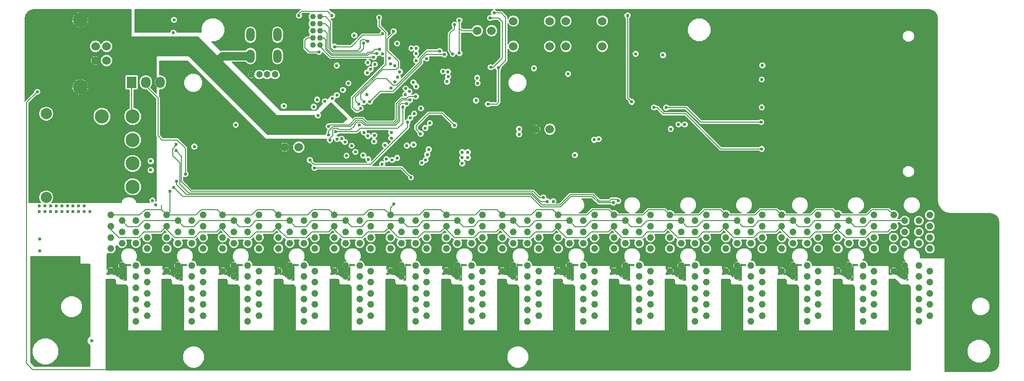
<source format=gbr>
G04 #@! TF.FileFunction,Copper,L2,Inr,Signal*
%FSLAX46Y46*%
G04 Gerber Fmt 4.6, Leading zero omitted, Abs format (unit mm)*
G04 Created by KiCad (PCBNEW 4.0.3+e1-6302~38~ubuntu14.04.1-stable) date Wed Dec 14 11:57:53 2016*
%MOMM*%
%LPD*%
G01*
G04 APERTURE LIST*
%ADD10C,0.100000*%
%ADD11C,1.200000*%
%ADD12O,1.500000X2.400000*%
%ADD13C,1.230000*%
%ADD14C,1.016000*%
%ADD15C,1.524000*%
%ADD16C,2.000000*%
%ADD17C,2.700020*%
%ADD18R,1.727200X2.032000*%
%ADD19O,1.727200X2.032000*%
%ADD20C,2.500000*%
%ADD21C,0.600000*%
%ADD22C,1.500000*%
%ADD23C,0.200000*%
%ADD24C,0.150000*%
%ADD25C,0.250000*%
%ADD26C,0.254000*%
G04 APERTURE END LIST*
D10*
D11*
X91900000Y-85500000D03*
X93300000Y-85500000D03*
X94700000Y-85500000D03*
X96100000Y-85500000D03*
D12*
X91730000Y-78390000D03*
X91730000Y-82230000D03*
X96570000Y-78390000D03*
X96570000Y-82230000D03*
D13*
X148750000Y-129650000D03*
X146750000Y-128650000D03*
X148750000Y-127650000D03*
X146750000Y-126650000D03*
X148750000Y-125650000D03*
X146750000Y-124650000D03*
X148750000Y-123650000D03*
X146750000Y-122650000D03*
X148750000Y-121650000D03*
X146750000Y-120650000D03*
X148750000Y-119650000D03*
X146750000Y-116650000D03*
X148750000Y-115650000D03*
X146750000Y-114650000D03*
X148750000Y-113650000D03*
X146750000Y-112650000D03*
X148750000Y-111650000D03*
X146750000Y-110650000D03*
X151250000Y-129650000D03*
X153250000Y-128650000D03*
X151250000Y-127650000D03*
X153250000Y-126650000D03*
X151250000Y-125650000D03*
X153250000Y-124650000D03*
X151250000Y-123650000D03*
X153250000Y-122650000D03*
X151250000Y-121650000D03*
X153250000Y-120650000D03*
X151250000Y-119650000D03*
X153250000Y-116650000D03*
X151250000Y-115650000D03*
X153250000Y-114650000D03*
X151250000Y-113650000D03*
X153250000Y-112650000D03*
X151250000Y-111650000D03*
X153250000Y-110650000D03*
X138750000Y-129650000D03*
X136750000Y-128650000D03*
X138750000Y-127650000D03*
X136750000Y-126650000D03*
X138750000Y-125650000D03*
X136750000Y-124650000D03*
X138750000Y-123650000D03*
X136750000Y-122650000D03*
X138750000Y-121650000D03*
X136750000Y-120650000D03*
X138750000Y-119650000D03*
X136750000Y-116650000D03*
X138750000Y-115650000D03*
X136750000Y-114650000D03*
X138750000Y-113650000D03*
X136750000Y-112650000D03*
X138750000Y-111650000D03*
X136750000Y-110650000D03*
X141250000Y-129650000D03*
X143250000Y-128650000D03*
X141250000Y-127650000D03*
X143250000Y-126650000D03*
X141250000Y-125650000D03*
X143250000Y-124650000D03*
X141250000Y-123650000D03*
X143250000Y-122650000D03*
X141250000Y-121650000D03*
X143250000Y-120650000D03*
X141250000Y-119650000D03*
X143250000Y-116650000D03*
X141250000Y-115650000D03*
X143250000Y-114650000D03*
X141250000Y-113650000D03*
X143250000Y-112650000D03*
X141250000Y-111650000D03*
X143250000Y-110650000D03*
X128750000Y-129650000D03*
X126750000Y-128650000D03*
X128750000Y-127650000D03*
X126750000Y-126650000D03*
X128750000Y-125650000D03*
X126750000Y-124650000D03*
X128750000Y-123650000D03*
X126750000Y-122650000D03*
X128750000Y-121650000D03*
X126750000Y-120650000D03*
X128750000Y-119650000D03*
X126750000Y-116650000D03*
X128750000Y-115650000D03*
X126750000Y-114650000D03*
X128750000Y-113650000D03*
X126750000Y-112650000D03*
X128750000Y-111650000D03*
X126750000Y-110650000D03*
X131250000Y-129650000D03*
X133250000Y-128650000D03*
X131250000Y-127650000D03*
X133250000Y-126650000D03*
X131250000Y-125650000D03*
X133250000Y-124650000D03*
X131250000Y-123650000D03*
X133250000Y-122650000D03*
X131250000Y-121650000D03*
X133250000Y-120650000D03*
X131250000Y-119650000D03*
X133250000Y-116650000D03*
X131250000Y-115650000D03*
X133250000Y-114650000D03*
X131250000Y-113650000D03*
X133250000Y-112650000D03*
X131250000Y-111650000D03*
X133250000Y-110650000D03*
X118750000Y-129650000D03*
X116750000Y-128650000D03*
X118750000Y-127650000D03*
X116750000Y-126650000D03*
X118750000Y-125650000D03*
X116750000Y-124650000D03*
X118750000Y-123650000D03*
X116750000Y-122650000D03*
X118750000Y-121650000D03*
X116750000Y-120650000D03*
X118750000Y-119650000D03*
X116750000Y-116650000D03*
X118750000Y-115650000D03*
X116750000Y-114650000D03*
X118750000Y-113650000D03*
X116750000Y-112650000D03*
X118750000Y-111650000D03*
X116750000Y-110650000D03*
X121250000Y-129650000D03*
X123250000Y-128650000D03*
X121250000Y-127650000D03*
X123250000Y-126650000D03*
X121250000Y-125650000D03*
X123250000Y-124650000D03*
X121250000Y-123650000D03*
X123250000Y-122650000D03*
X121250000Y-121650000D03*
X123250000Y-120650000D03*
X121250000Y-119650000D03*
X123250000Y-116650000D03*
X121250000Y-115650000D03*
X123250000Y-114650000D03*
X121250000Y-113650000D03*
X123250000Y-112650000D03*
X121250000Y-111650000D03*
X123250000Y-110650000D03*
X108750000Y-129650000D03*
X106750000Y-128650000D03*
X108750000Y-127650000D03*
X106750000Y-126650000D03*
X108750000Y-125650000D03*
X106750000Y-124650000D03*
X108750000Y-123650000D03*
X106750000Y-122650000D03*
X108750000Y-121650000D03*
X106750000Y-120650000D03*
X108750000Y-119650000D03*
X106750000Y-116650000D03*
X108750000Y-115650000D03*
X106750000Y-114650000D03*
X108750000Y-113650000D03*
X106750000Y-112650000D03*
X108750000Y-111650000D03*
X106750000Y-110650000D03*
X111250000Y-129650000D03*
X113250000Y-128650000D03*
X111250000Y-127650000D03*
X113250000Y-126650000D03*
X111250000Y-125650000D03*
X113250000Y-124650000D03*
X111250000Y-123650000D03*
X113250000Y-122650000D03*
X111250000Y-121650000D03*
X113250000Y-120650000D03*
X111250000Y-119650000D03*
X113250000Y-116650000D03*
X111250000Y-115650000D03*
X113250000Y-114650000D03*
X111250000Y-113650000D03*
X113250000Y-112650000D03*
X111250000Y-111650000D03*
X113250000Y-110650000D03*
X98750000Y-129650000D03*
X96750000Y-128650000D03*
X98750000Y-127650000D03*
X96750000Y-126650000D03*
X98750000Y-125650000D03*
X96750000Y-124650000D03*
X98750000Y-123650000D03*
X96750000Y-122650000D03*
X98750000Y-121650000D03*
X96750000Y-120650000D03*
X98750000Y-119650000D03*
X96750000Y-116650000D03*
X98750000Y-115650000D03*
X96750000Y-114650000D03*
X98750000Y-113650000D03*
X96750000Y-112650000D03*
X98750000Y-111650000D03*
X96750000Y-110650000D03*
X101250000Y-129650000D03*
X103250000Y-128650000D03*
X101250000Y-127650000D03*
X103250000Y-126650000D03*
X101250000Y-125650000D03*
X103250000Y-124650000D03*
X101250000Y-123650000D03*
X103250000Y-122650000D03*
X101250000Y-121650000D03*
X103250000Y-120650000D03*
X101250000Y-119650000D03*
X103250000Y-116650000D03*
X101250000Y-115650000D03*
X103250000Y-114650000D03*
X101250000Y-113650000D03*
X103250000Y-112650000D03*
X101250000Y-111650000D03*
X103250000Y-110650000D03*
X88750000Y-129650000D03*
X86750000Y-128650000D03*
X88750000Y-127650000D03*
X86750000Y-126650000D03*
X88750000Y-125650000D03*
X86750000Y-124650000D03*
X88750000Y-123650000D03*
X86750000Y-122650000D03*
X88750000Y-121650000D03*
X86750000Y-120650000D03*
X88750000Y-119650000D03*
X86750000Y-116650000D03*
X88750000Y-115650000D03*
X86750000Y-114650000D03*
X88750000Y-113650000D03*
X86750000Y-112650000D03*
X88750000Y-111650000D03*
X86750000Y-110650000D03*
X91250000Y-129650000D03*
X93250000Y-128650000D03*
X91250000Y-127650000D03*
X93250000Y-126650000D03*
X91250000Y-125650000D03*
X93250000Y-124650000D03*
X91250000Y-123650000D03*
X93250000Y-122650000D03*
X91250000Y-121650000D03*
X93250000Y-120650000D03*
X91250000Y-119650000D03*
X93250000Y-116650000D03*
X91250000Y-115650000D03*
X93250000Y-114650000D03*
X91250000Y-113650000D03*
X93250000Y-112650000D03*
X91250000Y-111650000D03*
X93250000Y-110650000D03*
X78750000Y-129650000D03*
X76750000Y-128650000D03*
X78750000Y-127650000D03*
X76750000Y-126650000D03*
X78750000Y-125650000D03*
X76750000Y-124650000D03*
X78750000Y-123650000D03*
X76750000Y-122650000D03*
X78750000Y-121650000D03*
X76750000Y-120650000D03*
X78750000Y-119650000D03*
X76750000Y-116650000D03*
X78750000Y-115650000D03*
X76750000Y-114650000D03*
X78750000Y-113650000D03*
X76750000Y-112650000D03*
X78750000Y-111650000D03*
X76750000Y-110650000D03*
X81250000Y-129650000D03*
X83250000Y-128650000D03*
X81250000Y-127650000D03*
X83250000Y-126650000D03*
X81250000Y-125650000D03*
X83250000Y-124650000D03*
X81250000Y-123650000D03*
X83250000Y-122650000D03*
X81250000Y-121650000D03*
X83250000Y-120650000D03*
X81250000Y-119650000D03*
X83250000Y-116650000D03*
X81250000Y-115650000D03*
X83250000Y-114650000D03*
X81250000Y-113650000D03*
X83250000Y-112650000D03*
X81250000Y-111650000D03*
X83250000Y-110650000D03*
X68750000Y-129650000D03*
X66750000Y-128650000D03*
X68750000Y-127650000D03*
X66750000Y-126650000D03*
X68750000Y-125650000D03*
X66750000Y-124650000D03*
X68750000Y-123650000D03*
X66750000Y-122650000D03*
X68750000Y-121650000D03*
X66750000Y-120650000D03*
X68750000Y-119650000D03*
X66750000Y-116650000D03*
X68750000Y-115650000D03*
X66750000Y-114650000D03*
X68750000Y-113650000D03*
X66750000Y-112650000D03*
X68750000Y-111650000D03*
X66750000Y-110650000D03*
X71250000Y-129650000D03*
X73250000Y-128650000D03*
X71250000Y-127650000D03*
X73250000Y-126650000D03*
X71250000Y-125650000D03*
X73250000Y-124650000D03*
X71250000Y-123650000D03*
X73250000Y-122650000D03*
X71250000Y-121650000D03*
X73250000Y-120650000D03*
X71250000Y-119650000D03*
X73250000Y-116650000D03*
X71250000Y-115650000D03*
X73250000Y-114650000D03*
X71250000Y-113650000D03*
X73250000Y-112650000D03*
X71250000Y-111650000D03*
X73250000Y-110650000D03*
X208750000Y-129650000D03*
X206750000Y-128650000D03*
X208750000Y-127650000D03*
X206750000Y-126650000D03*
X208750000Y-125650000D03*
X206750000Y-124650000D03*
X208750000Y-123650000D03*
X206750000Y-122650000D03*
X208750000Y-121650000D03*
X206750000Y-120650000D03*
X208750000Y-119650000D03*
X206750000Y-116650000D03*
X208750000Y-115650000D03*
X206750000Y-114650000D03*
X208750000Y-113650000D03*
X206750000Y-112650000D03*
X208750000Y-111650000D03*
X206750000Y-110650000D03*
X211250000Y-129650000D03*
X213250000Y-128650000D03*
X211250000Y-127650000D03*
X213250000Y-126650000D03*
X211250000Y-125650000D03*
X213250000Y-124650000D03*
X211250000Y-123650000D03*
X213250000Y-122650000D03*
X211250000Y-121650000D03*
X213250000Y-120650000D03*
X211250000Y-119650000D03*
X213250000Y-116650000D03*
X211250000Y-115650000D03*
X213250000Y-114650000D03*
X211250000Y-113650000D03*
X213250000Y-112650000D03*
X211250000Y-111650000D03*
X213250000Y-110650000D03*
X198750000Y-129650000D03*
X196750000Y-128650000D03*
X198750000Y-127650000D03*
X196750000Y-126650000D03*
X198750000Y-125650000D03*
X196750000Y-124650000D03*
X198750000Y-123650000D03*
X196750000Y-122650000D03*
X198750000Y-121650000D03*
X196750000Y-120650000D03*
X198750000Y-119650000D03*
X196750000Y-116650000D03*
X198750000Y-115650000D03*
X196750000Y-114650000D03*
X198750000Y-113650000D03*
X196750000Y-112650000D03*
X198750000Y-111650000D03*
X196750000Y-110650000D03*
X201250000Y-129650000D03*
X203250000Y-128650000D03*
X201250000Y-127650000D03*
X203250000Y-126650000D03*
X201250000Y-125650000D03*
X203250000Y-124650000D03*
X201250000Y-123650000D03*
X203250000Y-122650000D03*
X201250000Y-121650000D03*
X203250000Y-120650000D03*
X201250000Y-119650000D03*
X203250000Y-116650000D03*
X201250000Y-115650000D03*
X203250000Y-114650000D03*
X201250000Y-113650000D03*
X203250000Y-112650000D03*
X201250000Y-111650000D03*
X203250000Y-110650000D03*
X188750000Y-129650000D03*
X186750000Y-128650000D03*
X188750000Y-127650000D03*
X186750000Y-126650000D03*
X188750000Y-125650000D03*
X186750000Y-124650000D03*
X188750000Y-123650000D03*
X186750000Y-122650000D03*
X188750000Y-121650000D03*
X186750000Y-120650000D03*
X188750000Y-119650000D03*
X186750000Y-116650000D03*
X188750000Y-115650000D03*
X186750000Y-114650000D03*
X188750000Y-113650000D03*
X186750000Y-112650000D03*
X188750000Y-111650000D03*
X186750000Y-110650000D03*
X191250000Y-129650000D03*
X193250000Y-128650000D03*
X191250000Y-127650000D03*
X193250000Y-126650000D03*
X191250000Y-125650000D03*
X193250000Y-124650000D03*
X191250000Y-123650000D03*
X193250000Y-122650000D03*
X191250000Y-121650000D03*
X193250000Y-120650000D03*
X191250000Y-119650000D03*
X193250000Y-116650000D03*
X191250000Y-115650000D03*
X193250000Y-114650000D03*
X191250000Y-113650000D03*
X193250000Y-112650000D03*
X191250000Y-111650000D03*
X193250000Y-110650000D03*
X178750000Y-129650000D03*
X176750000Y-128650000D03*
X178750000Y-127650000D03*
X176750000Y-126650000D03*
X178750000Y-125650000D03*
X176750000Y-124650000D03*
X178750000Y-123650000D03*
X176750000Y-122650000D03*
X178750000Y-121650000D03*
X176750000Y-120650000D03*
X178750000Y-119650000D03*
X176750000Y-116650000D03*
X178750000Y-115650000D03*
X176750000Y-114650000D03*
X178750000Y-113650000D03*
X176750000Y-112650000D03*
X178750000Y-111650000D03*
X176750000Y-110650000D03*
X181250000Y-129650000D03*
X183250000Y-128650000D03*
X181250000Y-127650000D03*
X183250000Y-126650000D03*
X181250000Y-125650000D03*
X183250000Y-124650000D03*
X181250000Y-123650000D03*
X183250000Y-122650000D03*
X181250000Y-121650000D03*
X183250000Y-120650000D03*
X181250000Y-119650000D03*
X183250000Y-116650000D03*
X181250000Y-115650000D03*
X183250000Y-114650000D03*
X181250000Y-113650000D03*
X183250000Y-112650000D03*
X181250000Y-111650000D03*
X183250000Y-110650000D03*
X168750000Y-129650000D03*
X166750000Y-128650000D03*
X168750000Y-127650000D03*
X166750000Y-126650000D03*
X168750000Y-125650000D03*
X166750000Y-124650000D03*
X168750000Y-123650000D03*
X166750000Y-122650000D03*
X168750000Y-121650000D03*
X166750000Y-120650000D03*
X168750000Y-119650000D03*
X166750000Y-116650000D03*
X168750000Y-115650000D03*
X166750000Y-114650000D03*
X168750000Y-113650000D03*
X166750000Y-112650000D03*
X168750000Y-111650000D03*
X166750000Y-110650000D03*
X171250000Y-129650000D03*
X173250000Y-128650000D03*
X171250000Y-127650000D03*
X173250000Y-126650000D03*
X171250000Y-125650000D03*
X173250000Y-124650000D03*
X171250000Y-123650000D03*
X173250000Y-122650000D03*
X171250000Y-121650000D03*
X173250000Y-120650000D03*
X171250000Y-119650000D03*
X173250000Y-116650000D03*
X171250000Y-115650000D03*
X173250000Y-114650000D03*
X171250000Y-113650000D03*
X173250000Y-112650000D03*
X171250000Y-111650000D03*
X173250000Y-110650000D03*
X158750000Y-129650000D03*
X156750000Y-128650000D03*
X158750000Y-127650000D03*
X156750000Y-126650000D03*
X158750000Y-125650000D03*
X156750000Y-124650000D03*
X158750000Y-123650000D03*
X156750000Y-122650000D03*
X158750000Y-121650000D03*
X156750000Y-120650000D03*
X158750000Y-119650000D03*
X156750000Y-116650000D03*
X158750000Y-115650000D03*
X156750000Y-114650000D03*
X158750000Y-113650000D03*
X156750000Y-112650000D03*
X158750000Y-111650000D03*
X156750000Y-110650000D03*
X161250000Y-129650000D03*
X163250000Y-128650000D03*
X161250000Y-127650000D03*
X163250000Y-126650000D03*
X161250000Y-125650000D03*
X163250000Y-124650000D03*
X161250000Y-123650000D03*
X163250000Y-122650000D03*
X161250000Y-121650000D03*
X163250000Y-120650000D03*
X161250000Y-119650000D03*
X163250000Y-116650000D03*
X161250000Y-115650000D03*
X163250000Y-114650000D03*
X161250000Y-113650000D03*
X163250000Y-112650000D03*
X161250000Y-111650000D03*
X163250000Y-110650000D03*
D14*
X102865000Y-75160000D03*
X104135000Y-75160000D03*
X102865000Y-76430000D03*
X104135000Y-76430000D03*
X102865000Y-77700000D03*
X104135000Y-77700000D03*
X102865000Y-78970000D03*
X104135000Y-78970000D03*
X102865000Y-80240000D03*
X104135000Y-80240000D03*
D15*
X148150000Y-75950000D03*
X154650000Y-75950000D03*
X148150000Y-80450000D03*
X154650000Y-80450000D03*
X138750000Y-75950000D03*
X145250000Y-75950000D03*
X138750000Y-80450000D03*
X145250000Y-80450000D03*
D16*
X55200000Y-107500000D03*
X55200000Y-102500000D03*
X55200000Y-97500000D03*
X55200000Y-92500000D03*
D15*
X66000000Y-80460000D03*
X66000000Y-83000000D03*
X64001020Y-83000000D03*
X64001020Y-80460000D03*
D17*
X61301000Y-75730520D03*
X61301000Y-87729480D03*
D15*
X132305000Y-77675000D03*
X134845000Y-77675000D03*
X142730000Y-95300000D03*
X145270000Y-95300000D03*
X97830000Y-98500000D03*
X100370000Y-98500000D03*
D18*
X70460000Y-86900000D03*
D19*
X73000000Y-86900000D03*
X75540000Y-86900000D03*
D20*
X65150000Y-105600000D03*
X70650000Y-105600000D03*
X65150000Y-101400000D03*
X70650000Y-101400000D03*
X65150000Y-97200000D03*
X70650000Y-97200000D03*
X65150000Y-93000000D03*
X70650000Y-93000000D03*
D21*
X145875000Y-108200000D03*
X149750000Y-99925000D03*
X130600000Y-100400000D03*
X130600000Y-99400000D03*
X129600000Y-99400000D03*
X129600000Y-100400000D03*
X129600000Y-101400000D03*
X148525000Y-85400000D03*
X165500000Y-82025000D03*
X78050000Y-75725000D03*
X97700000Y-91125000D03*
X183175000Y-91375000D03*
X116575000Y-82600000D03*
X107150000Y-83900000D03*
X123225000Y-82650000D03*
X110300000Y-78500000D03*
X166900000Y-95250000D03*
X103800000Y-92800000D03*
X120875000Y-86925000D03*
X122225000Y-91575000D03*
X115800000Y-98125000D03*
X112025000Y-95875000D03*
X77500000Y-95000000D03*
X78500000Y-94000000D03*
X76500000Y-95000000D03*
X76500000Y-94000000D03*
X77500000Y-94000000D03*
X131550000Y-101400000D03*
X132375000Y-101050000D03*
X130625000Y-101400000D03*
X75925000Y-84600000D03*
X91700000Y-104000000D03*
X72000000Y-135000000D03*
X71000000Y-135000000D03*
X71000000Y-134000000D03*
X72000000Y-134000000D03*
X73000000Y-134000000D03*
X73000000Y-135000000D03*
X73000000Y-136000000D03*
X72000000Y-136000000D03*
X71000000Y-136000000D03*
X70000000Y-136000000D03*
X70000000Y-135000000D03*
X70000000Y-134000000D03*
X70000000Y-133000000D03*
X71000000Y-133000000D03*
X72000000Y-133000000D03*
X73000000Y-133000000D03*
X74000000Y-133000000D03*
X74000000Y-134000000D03*
X74000000Y-135000000D03*
X74000000Y-136000000D03*
X74000000Y-137000000D03*
X73000000Y-137000000D03*
X72000000Y-137000000D03*
X71000000Y-137000000D03*
X70000000Y-137000000D03*
X69000000Y-137000000D03*
X69000000Y-136000000D03*
X69000000Y-135000000D03*
X69000000Y-134000000D03*
X69000000Y-133000000D03*
X69000000Y-132000000D03*
X70000000Y-132000000D03*
X71000000Y-132000000D03*
X72000000Y-132000000D03*
X73000000Y-132000000D03*
X74000000Y-132000000D03*
X75000000Y-132000000D03*
X75000000Y-133000000D03*
X75000000Y-134000000D03*
X75000000Y-135000000D03*
X75000000Y-136000000D03*
X75000000Y-137000000D03*
X75000000Y-138000000D03*
X74000000Y-138000000D03*
X73000000Y-138000000D03*
X72000000Y-138000000D03*
X71000000Y-138000000D03*
X70000000Y-138000000D03*
X69000000Y-138000000D03*
X53600000Y-88600000D03*
X68000000Y-137700000D03*
X160625000Y-81800000D03*
X134600000Y-75400000D03*
X134700000Y-84200000D03*
X103650000Y-90000000D03*
X106375000Y-89775000D03*
X74200000Y-108050000D03*
X105050000Y-90300000D03*
X74750000Y-108800000D03*
X77300000Y-106400000D03*
X117350000Y-108700000D03*
X117975000Y-100425000D03*
X109250000Y-87075000D03*
X102350000Y-100825000D03*
X119825000Y-94000000D03*
X77950000Y-78025000D03*
X115300000Y-101525000D03*
X116050000Y-100650000D03*
X117075000Y-100800000D03*
X116925000Y-96875000D03*
X116925000Y-95900000D03*
X119700000Y-98225000D03*
X120900000Y-98050000D03*
X113875000Y-96375000D03*
X113850000Y-97500000D03*
X112800000Y-100675000D03*
X111900000Y-99975000D03*
X111175000Y-94525000D03*
X108625000Y-97575000D03*
X108025000Y-97000000D03*
X107200000Y-97075000D03*
X110500000Y-99350000D03*
X112750000Y-96500000D03*
X109825000Y-98250000D03*
X108900000Y-100025000D03*
X113200000Y-84575000D03*
X112600000Y-85175000D03*
X108275000Y-88250000D03*
X107175000Y-89175000D03*
X112700000Y-83375000D03*
X113950000Y-83700000D03*
X115375000Y-81825000D03*
X117950000Y-79975000D03*
X122375000Y-101300000D03*
X123050000Y-100800000D03*
X123600000Y-98900000D03*
X123350000Y-99825000D03*
X120350000Y-93250000D03*
X123000000Y-95075000D03*
X121025000Y-92500000D03*
X123800000Y-94200000D03*
X114750000Y-75300000D03*
X111425000Y-91575000D03*
X117325000Y-77800000D03*
X111100000Y-90825000D03*
X125550000Y-81325000D03*
X112025000Y-90400000D03*
X126450000Y-81925000D03*
X113100000Y-90350000D03*
X107000000Y-95725000D03*
X118975000Y-91325000D03*
X105925000Y-97250000D03*
X119625000Y-90700000D03*
X120250000Y-90075000D03*
X105700000Y-96325000D03*
X105725000Y-94800000D03*
X121300000Y-89425000D03*
X119425000Y-89100000D03*
X120150000Y-88550000D03*
X119475000Y-88000000D03*
X121375000Y-87625000D03*
X128175000Y-94575000D03*
X122150000Y-96100000D03*
X112525000Y-89125000D03*
X116825000Y-83625000D03*
X117550000Y-83950000D03*
X116900000Y-87900000D03*
X117525000Y-86850000D03*
X118075000Y-85950000D03*
X118425000Y-85000000D03*
X121350000Y-82975000D03*
X121350000Y-81775000D03*
X121375000Y-80800000D03*
X120500000Y-80825000D03*
X81700000Y-98400000D03*
X89100000Y-94500000D03*
X183275000Y-83875000D03*
X126175000Y-84950000D03*
X169400000Y-94425000D03*
X183175000Y-86400000D03*
X126900000Y-86775000D03*
X168275000Y-94425000D03*
X183075000Y-94025000D03*
X127050000Y-85000000D03*
X166100000Y-91425000D03*
X183175000Y-98825000D03*
X127075000Y-85900000D03*
X163900000Y-91400000D03*
X112700000Y-79500000D03*
X111950000Y-79875000D03*
X114800000Y-81000000D03*
X106775000Y-80525000D03*
X104000000Y-81450000D03*
X115350000Y-78225000D03*
X114325000Y-81750000D03*
X113775000Y-82400000D03*
X63000000Y-110000000D03*
X62000000Y-110000000D03*
X61000000Y-110000000D03*
X60000000Y-110000000D03*
X59000000Y-110000000D03*
X58000000Y-110000000D03*
X57000000Y-110000000D03*
X56000000Y-110000000D03*
X55000000Y-110000000D03*
X54000000Y-110000000D03*
X54000000Y-109000000D03*
X55000000Y-109000000D03*
X56000000Y-109000000D03*
X57000000Y-109000000D03*
X58000000Y-109000000D03*
X59000000Y-109000000D03*
X60000000Y-109000000D03*
X61000000Y-109000000D03*
X62000000Y-109000000D03*
X78500000Y-104600000D03*
X54075000Y-114925000D03*
X157475000Y-108100000D03*
X78000000Y-105700000D03*
X54075000Y-117075000D03*
X156675000Y-108425000D03*
X73900000Y-102600000D03*
X73900000Y-101000000D03*
X142425000Y-84400000D03*
X127900000Y-81800000D03*
X128200000Y-76600000D03*
X61000000Y-133000000D03*
X62000000Y-133000000D03*
X62000000Y-132000000D03*
X61000000Y-132000000D03*
X60000000Y-132000000D03*
X59000000Y-132000000D03*
X59000000Y-131000000D03*
X58000000Y-131000000D03*
X58000000Y-130000000D03*
X57000000Y-130000000D03*
X56000000Y-130000000D03*
X54000000Y-130000000D03*
X55000000Y-130000000D03*
X54000000Y-129000000D03*
X55000000Y-129000000D03*
X56000000Y-129000000D03*
X57000000Y-129000000D03*
X57000000Y-124000000D03*
X56000000Y-124000000D03*
X55000000Y-124000000D03*
X54000000Y-124000000D03*
X54000000Y-123000000D03*
X55000000Y-123000000D03*
X56000000Y-123000000D03*
X57000000Y-123000000D03*
X54000000Y-122000000D03*
X55000000Y-122000000D03*
X56000000Y-122000000D03*
X57000000Y-122000000D03*
X59000000Y-133000000D03*
X60000000Y-133000000D03*
X60000000Y-134000000D03*
X59000000Y-134000000D03*
X59000000Y-135000000D03*
X60000000Y-135000000D03*
X60000000Y-136000000D03*
X59000000Y-136000000D03*
X59000000Y-137000000D03*
X60000000Y-137000000D03*
X135300000Y-74500000D03*
X63400000Y-133100000D03*
X134200000Y-90800000D03*
X136100000Y-84300000D03*
X132075000Y-90150000D03*
X132275000Y-86100000D03*
X106325000Y-74950000D03*
X100400000Y-74975000D03*
X129100000Y-75800000D03*
X132350000Y-87075000D03*
X129100000Y-81675000D03*
X159175000Y-74950000D03*
X159900000Y-90400000D03*
X153200000Y-97175000D03*
X139775000Y-96175000D03*
X78425000Y-97975000D03*
X144825000Y-108200000D03*
X154025000Y-97050000D03*
X139775000Y-95250000D03*
X78425000Y-99125000D03*
X144100000Y-107500000D03*
X120425000Y-103925000D03*
X103175000Y-102200000D03*
X103050000Y-91275000D03*
X80100000Y-103300000D03*
D22*
X91730000Y-82230000D02*
X86695000Y-82230000D01*
X86695000Y-82230000D02*
X85550000Y-83375000D01*
D23*
X134700000Y-84200000D02*
X135125000Y-84200000D01*
X136075000Y-75400000D02*
X134600000Y-75400000D01*
X136725000Y-76050000D02*
X136075000Y-75400000D01*
X136725000Y-82600000D02*
X136725000Y-76050000D01*
X135125000Y-84200000D02*
X136725000Y-82600000D01*
D24*
X53600000Y-88600000D02*
X51700000Y-90500000D01*
X67400000Y-138300000D02*
X68000000Y-137700000D01*
X52800000Y-138300000D02*
X67400000Y-138300000D01*
X51700000Y-137200000D02*
X52800000Y-138300000D01*
X51700000Y-90500000D02*
X51700000Y-137200000D01*
D25*
X134700000Y-75500000D02*
X134600000Y-75400000D01*
D24*
X66750000Y-112650000D02*
X66750000Y-113250000D01*
X66750000Y-113250000D02*
X68200000Y-114700000D01*
X75700000Y-113700000D02*
X76750000Y-112650000D01*
X72700000Y-113700000D02*
X75700000Y-113700000D01*
X71700000Y-114700000D02*
X72700000Y-113700000D01*
X68200000Y-114700000D02*
X71700000Y-114700000D01*
X76750000Y-112650000D02*
X76750000Y-113250000D01*
X76750000Y-113250000D02*
X78200000Y-114700000D01*
X85700000Y-113700000D02*
X86750000Y-112650000D01*
X82700000Y-113700000D02*
X85700000Y-113700000D01*
X81700000Y-114700000D02*
X82700000Y-113700000D01*
X78200000Y-114700000D02*
X81700000Y-114700000D01*
X86750000Y-112650000D02*
X86750000Y-113250000D01*
X86750000Y-113250000D02*
X88200000Y-114700000D01*
X95700000Y-113700000D02*
X96750000Y-112650000D01*
X92700000Y-113700000D02*
X95700000Y-113700000D01*
X91700000Y-114700000D02*
X92700000Y-113700000D01*
X88200000Y-114700000D02*
X91700000Y-114700000D01*
X96750000Y-112650000D02*
X96750000Y-113250000D01*
X96750000Y-113250000D02*
X98200000Y-114700000D01*
X105700000Y-113700000D02*
X106750000Y-112650000D01*
X102700000Y-113700000D02*
X105700000Y-113700000D01*
X101700000Y-114700000D02*
X102700000Y-113700000D01*
X98200000Y-114700000D02*
X101700000Y-114700000D01*
X106750000Y-112650000D02*
X106750000Y-113250000D01*
X106750000Y-113250000D02*
X108200000Y-114700000D01*
X115700000Y-113700000D02*
X116750000Y-112650000D01*
X112700000Y-113700000D02*
X115700000Y-113700000D01*
X111700000Y-114700000D02*
X112700000Y-113700000D01*
X108200000Y-114700000D02*
X111700000Y-114700000D01*
X116750000Y-112650000D02*
X116750000Y-113250000D01*
X116750000Y-113250000D02*
X118200000Y-114700000D01*
X125700000Y-113700000D02*
X126750000Y-112650000D01*
X122700000Y-113700000D02*
X125700000Y-113700000D01*
X121700000Y-114700000D02*
X122700000Y-113700000D01*
X118200000Y-114700000D02*
X121700000Y-114700000D01*
X126750000Y-112650000D02*
X126750000Y-113250000D01*
X126750000Y-113250000D02*
X128200000Y-114700000D01*
X135700000Y-113700000D02*
X136750000Y-112650000D01*
X132700000Y-113700000D02*
X135700000Y-113700000D01*
X131700000Y-114700000D02*
X132700000Y-113700000D01*
X128200000Y-114700000D02*
X131700000Y-114700000D01*
X136750000Y-112650000D02*
X136750000Y-113250000D01*
X136750000Y-113250000D02*
X138200000Y-114700000D01*
X145700000Y-113700000D02*
X146750000Y-112650000D01*
X142700000Y-113700000D02*
X145700000Y-113700000D01*
X141700000Y-114700000D02*
X142700000Y-113700000D01*
X138200000Y-114700000D02*
X141700000Y-114700000D01*
X146750000Y-112650000D02*
X146750000Y-113250000D01*
X146750000Y-113250000D02*
X148200000Y-114700000D01*
X155700000Y-113700000D02*
X156750000Y-112650000D01*
X152700000Y-113700000D02*
X155700000Y-113700000D01*
X151700000Y-114700000D02*
X152700000Y-113700000D01*
X148200000Y-114700000D02*
X151700000Y-114700000D01*
X156750000Y-112650000D02*
X156750000Y-113250000D01*
X156750000Y-113250000D02*
X158200000Y-114700000D01*
X165700000Y-113700000D02*
X166750000Y-112650000D01*
X162700000Y-113700000D02*
X165700000Y-113700000D01*
X161700000Y-114700000D02*
X162700000Y-113700000D01*
X158200000Y-114700000D02*
X161700000Y-114700000D01*
X166750000Y-112650000D02*
X166750000Y-113250000D01*
X166750000Y-113250000D02*
X168200000Y-114700000D01*
X175700000Y-113700000D02*
X176750000Y-112650000D01*
X172700000Y-113700000D02*
X175700000Y-113700000D01*
X171700000Y-114700000D02*
X172700000Y-113700000D01*
X168200000Y-114700000D02*
X171700000Y-114700000D01*
X176750000Y-112650000D02*
X176750000Y-113250000D01*
X176750000Y-113250000D02*
X178200000Y-114700000D01*
X185700000Y-113700000D02*
X186750000Y-112650000D01*
X182700000Y-113700000D02*
X185700000Y-113700000D01*
X181700000Y-114700000D02*
X182700000Y-113700000D01*
X178200000Y-114700000D02*
X181700000Y-114700000D01*
X186750000Y-112650000D02*
X186750000Y-113250000D01*
X186750000Y-113250000D02*
X188200000Y-114700000D01*
X195700000Y-113700000D02*
X196750000Y-112650000D01*
X192700000Y-113700000D02*
X195700000Y-113700000D01*
X191700000Y-114700000D02*
X192700000Y-113700000D01*
X188200000Y-114700000D02*
X191700000Y-114700000D01*
X196750000Y-112650000D02*
X196750000Y-113250000D01*
X196750000Y-113250000D02*
X198200000Y-114700000D01*
X205700000Y-113700000D02*
X206750000Y-112650000D01*
X202700000Y-113700000D02*
X205700000Y-113700000D01*
X201700000Y-114700000D02*
X202700000Y-113700000D01*
X198200000Y-114700000D02*
X201700000Y-114700000D01*
X68750000Y-111650000D02*
X69800000Y-112700000D01*
X72650000Y-111650000D02*
X78750000Y-111650000D01*
X71600000Y-112700000D02*
X72650000Y-111650000D01*
X69800000Y-112700000D02*
X71600000Y-112700000D01*
X78750000Y-111650000D02*
X79800000Y-112700000D01*
X82650000Y-111650000D02*
X88750000Y-111650000D01*
X81600000Y-112700000D02*
X82650000Y-111650000D01*
X79800000Y-112700000D02*
X81600000Y-112700000D01*
X88750000Y-111650000D02*
X89800000Y-112700000D01*
X92650000Y-111650000D02*
X98750000Y-111650000D01*
X91600000Y-112700000D02*
X92650000Y-111650000D01*
X89800000Y-112700000D02*
X91600000Y-112700000D01*
X98750000Y-111650000D02*
X99800000Y-112700000D01*
X102650000Y-111650000D02*
X108750000Y-111650000D01*
X101600000Y-112700000D02*
X102650000Y-111650000D01*
X99800000Y-112700000D02*
X101600000Y-112700000D01*
X108750000Y-111650000D02*
X109800000Y-112700000D01*
X112650000Y-111650000D02*
X118750000Y-111650000D01*
X111600000Y-112700000D02*
X112650000Y-111650000D01*
X109800000Y-112700000D02*
X111600000Y-112700000D01*
X118750000Y-111650000D02*
X119800000Y-112700000D01*
X122650000Y-111650000D02*
X128750000Y-111650000D01*
X121600000Y-112700000D02*
X122650000Y-111650000D01*
X119800000Y-112700000D02*
X121600000Y-112700000D01*
X128750000Y-111650000D02*
X129800000Y-112700000D01*
X132650000Y-111650000D02*
X138750000Y-111650000D01*
X131600000Y-112700000D02*
X132650000Y-111650000D01*
X129800000Y-112700000D02*
X131600000Y-112700000D01*
X138750000Y-111650000D02*
X139800000Y-112700000D01*
X142650000Y-111650000D02*
X148750000Y-111650000D01*
X141600000Y-112700000D02*
X142650000Y-111650000D01*
X139800000Y-112700000D02*
X141600000Y-112700000D01*
X148750000Y-111650000D02*
X149800000Y-112700000D01*
X152650000Y-111650000D02*
X158750000Y-111650000D01*
X151600000Y-112700000D02*
X152650000Y-111650000D01*
X149800000Y-112700000D02*
X151600000Y-112700000D01*
X158750000Y-111650000D02*
X159800000Y-112700000D01*
X162650000Y-111650000D02*
X168750000Y-111650000D01*
X161600000Y-112700000D02*
X162650000Y-111650000D01*
X159800000Y-112700000D02*
X161600000Y-112700000D01*
X168750000Y-111650000D02*
X169800000Y-112700000D01*
X172650000Y-111650000D02*
X178750000Y-111650000D01*
X171600000Y-112700000D02*
X172650000Y-111650000D01*
X169800000Y-112700000D02*
X171600000Y-112700000D01*
X178750000Y-111650000D02*
X179800000Y-112700000D01*
X182650000Y-111650000D02*
X188750000Y-111650000D01*
X181600000Y-112700000D02*
X182650000Y-111650000D01*
X179800000Y-112700000D02*
X181600000Y-112700000D01*
X188750000Y-111650000D02*
X189800000Y-112700000D01*
X192650000Y-111650000D02*
X198750000Y-111650000D01*
X191600000Y-112700000D02*
X192650000Y-111650000D01*
X189800000Y-112700000D02*
X191600000Y-112700000D01*
X198750000Y-111650000D02*
X199800000Y-112700000D01*
X202650000Y-111650000D02*
X208750000Y-111650000D01*
X201600000Y-112700000D02*
X202650000Y-111650000D01*
X199800000Y-112700000D02*
X201600000Y-112700000D01*
X77300000Y-110100000D02*
X77300000Y-106400000D01*
X77300000Y-110100000D02*
X76750000Y-110650000D01*
X75800000Y-108825000D02*
X75800000Y-109700000D01*
X116750000Y-110650000D02*
X116750000Y-109300000D01*
X116750000Y-109300000D02*
X117350000Y-108700000D01*
X66750000Y-110650000D02*
X71950000Y-110650000D01*
X71950000Y-110650000D02*
X72900000Y-109700000D01*
X72900000Y-109700000D02*
X75800000Y-109700000D01*
X75800000Y-109700000D02*
X76750000Y-110650000D01*
X76750000Y-110650000D02*
X81950000Y-110650000D01*
X81950000Y-110650000D02*
X82900000Y-109700000D01*
X82900000Y-109700000D02*
X85800000Y-109700000D01*
X85800000Y-109700000D02*
X86750000Y-110650000D01*
X86750000Y-110650000D02*
X91950000Y-110650000D01*
X95800000Y-109700000D02*
X96750000Y-110650000D01*
X92900000Y-109700000D02*
X95800000Y-109700000D01*
X91950000Y-110650000D02*
X92900000Y-109700000D01*
X96750000Y-110650000D02*
X101950000Y-110650000D01*
X105800000Y-109700000D02*
X106750000Y-110650000D01*
X102900000Y-109700000D02*
X105800000Y-109700000D01*
X101950000Y-110650000D02*
X102900000Y-109700000D01*
X106750000Y-110650000D02*
X111950000Y-110650000D01*
X115800000Y-109700000D02*
X116750000Y-110650000D01*
X112900000Y-109700000D02*
X115800000Y-109700000D01*
X111950000Y-110650000D02*
X112900000Y-109700000D01*
X116750000Y-110650000D02*
X121950000Y-110650000D01*
X125800000Y-109700000D02*
X126750000Y-110650000D01*
X122900000Y-109700000D02*
X125800000Y-109700000D01*
X121950000Y-110650000D02*
X122900000Y-109700000D01*
X126750000Y-110650000D02*
X131950000Y-110650000D01*
X135800000Y-109700000D02*
X136750000Y-110650000D01*
X132900000Y-109700000D02*
X135800000Y-109700000D01*
X131950000Y-110650000D02*
X132900000Y-109700000D01*
X136750000Y-110650000D02*
X141950000Y-110650000D01*
X141950000Y-110650000D02*
X142900000Y-109700000D01*
X142900000Y-109700000D02*
X145800000Y-109700000D01*
X145800000Y-109700000D02*
X146750000Y-110650000D01*
X146750000Y-110650000D02*
X151950000Y-110650000D01*
X151950000Y-110650000D02*
X152900000Y-109700000D01*
X152900000Y-109700000D02*
X155800000Y-109700000D01*
X155800000Y-109700000D02*
X156750000Y-110650000D01*
X156750000Y-110650000D02*
X161950000Y-110650000D01*
X165800000Y-109700000D02*
X166750000Y-110650000D01*
X162900000Y-109700000D02*
X165800000Y-109700000D01*
X161950000Y-110650000D02*
X162900000Y-109700000D01*
X166750000Y-110650000D02*
X171950000Y-110650000D01*
X175800000Y-109700000D02*
X176750000Y-110650000D01*
X172900000Y-109700000D02*
X175800000Y-109700000D01*
X171950000Y-110650000D02*
X172900000Y-109700000D01*
X176750000Y-110650000D02*
X181950000Y-110650000D01*
X185800000Y-109700000D02*
X186750000Y-110650000D01*
X182900000Y-109700000D02*
X185800000Y-109700000D01*
X181950000Y-110650000D02*
X182900000Y-109700000D01*
X186750000Y-110650000D02*
X191950000Y-110650000D01*
X195800000Y-109700000D02*
X196750000Y-110650000D01*
X192900000Y-109700000D02*
X195800000Y-109700000D01*
X191950000Y-110650000D02*
X192900000Y-109700000D01*
X196750000Y-110650000D02*
X201950000Y-110650000D01*
X205800000Y-109700000D02*
X206750000Y-110650000D01*
X202900000Y-109700000D02*
X205800000Y-109700000D01*
X201950000Y-110650000D02*
X202900000Y-109700000D01*
X102850000Y-101375000D02*
X102350000Y-100875000D01*
X102350000Y-100875000D02*
X102350000Y-100825000D01*
X103050000Y-101575000D02*
X102850000Y-101375000D01*
X119825000Y-94975000D02*
X119825000Y-94000000D01*
X113225000Y-101575000D02*
X119825000Y-94975000D01*
X113225000Y-101575000D02*
X103050000Y-101575000D01*
X114750000Y-75300000D02*
X114750000Y-76850000D01*
X111000000Y-92000000D02*
X111425000Y-91575000D01*
X110575000Y-92000000D02*
X111000000Y-92000000D01*
X109975000Y-91400000D02*
X110575000Y-92000000D01*
X109975000Y-89600000D02*
X109975000Y-91400000D01*
X115925000Y-83650000D02*
X109975000Y-89600000D01*
X115925000Y-78025000D02*
X115925000Y-83650000D01*
X114750000Y-76850000D02*
X115925000Y-78025000D01*
X117325000Y-77800000D02*
X117325000Y-78050002D01*
X110500000Y-90225000D02*
X111100000Y-90825000D01*
X110500000Y-89499266D02*
X110500000Y-90225000D01*
X115374266Y-84625000D02*
X110500000Y-89499266D01*
X117750000Y-84625000D02*
X115374266Y-84625000D01*
X118200000Y-84175000D02*
X117750000Y-84625000D01*
X118200000Y-83200000D02*
X118200000Y-84175000D01*
X116225002Y-81225002D02*
X118200000Y-83200000D01*
X116225002Y-79150000D02*
X116225002Y-81225002D01*
X117325000Y-78050002D02*
X116225002Y-79150000D01*
X125550000Y-81325000D02*
X123300000Y-81325000D01*
X111450000Y-89825000D02*
X112025000Y-90400000D01*
X111450000Y-88973532D02*
X111450000Y-89825000D01*
X114186766Y-86236766D02*
X111450000Y-88973532D01*
X116011766Y-86236766D02*
X114186766Y-86236766D01*
X117225000Y-87450000D02*
X116011766Y-86236766D01*
X117875000Y-87450000D02*
X117225000Y-87450000D01*
X122025000Y-83300000D02*
X117875000Y-87450000D01*
X122025000Y-82600000D02*
X122025000Y-83300000D01*
X123300000Y-81325000D02*
X122025000Y-82600000D01*
X126450000Y-81925000D02*
X123124266Y-81925000D01*
X114900000Y-88550000D02*
X113100000Y-90350000D01*
X117199266Y-88550000D02*
X114900000Y-88550000D01*
X122325002Y-83424264D02*
X117199266Y-88550000D01*
X122325002Y-82724264D02*
X122325002Y-83424264D01*
X123124266Y-81925000D02*
X122325002Y-82724264D01*
X107000000Y-95725000D02*
X110800000Y-95725000D01*
X118975000Y-94250000D02*
X118975000Y-91325000D01*
X118075000Y-95150000D02*
X118975000Y-94250000D01*
X111375000Y-95150000D02*
X118075000Y-95150000D01*
X110800000Y-95725000D02*
X111375000Y-95150000D01*
X105925000Y-97250000D02*
X105925000Y-96925000D01*
X118675000Y-90700000D02*
X119625000Y-90700000D01*
X118425000Y-90950000D02*
X118675000Y-90700000D01*
X118425000Y-93825000D02*
X118425000Y-90950000D01*
X117600000Y-94650000D02*
X118425000Y-93825000D01*
X112200000Y-94650000D02*
X117600000Y-94650000D01*
X111525000Y-93975000D02*
X112200000Y-94650000D01*
X110800000Y-93975000D02*
X111525000Y-93975000D01*
X110325000Y-94450000D02*
X110800000Y-93975000D01*
X110325000Y-94700000D02*
X110325000Y-94450000D01*
X109625000Y-95400000D02*
X110325000Y-94700000D01*
X107575002Y-95400000D02*
X109625000Y-95400000D01*
X107275002Y-95100000D02*
X107575002Y-95400000D01*
X106625000Y-95100000D02*
X107275002Y-95100000D01*
X106425000Y-95300000D02*
X106625000Y-95100000D01*
X106425000Y-96425000D02*
X106425000Y-95300000D01*
X105925000Y-96925000D02*
X106425000Y-96425000D01*
X106500736Y-94799998D02*
X106500002Y-94799998D01*
X106500736Y-94799998D02*
X109550736Y-94799998D01*
X109550736Y-94799998D02*
X110675736Y-93674998D01*
X110675736Y-93674998D02*
X111649264Y-93674998D01*
X111649264Y-93674998D02*
X112324264Y-94349998D01*
X112324264Y-94349998D02*
X117475736Y-94349998D01*
X117475736Y-94349998D02*
X118124998Y-93700736D01*
X118124998Y-93700736D02*
X118124998Y-90825736D01*
X118124998Y-90825736D02*
X118875734Y-90075000D01*
X118875734Y-90075000D02*
X120250000Y-90075000D01*
X105700000Y-95600000D02*
X105700000Y-96325000D01*
X106500002Y-94799998D02*
X105700000Y-95600000D01*
X105725000Y-94800000D02*
X106025004Y-94499996D01*
X121275000Y-89450000D02*
X121300000Y-89425000D01*
X120000000Y-89450000D02*
X121275000Y-89450000D01*
X119675002Y-89774998D02*
X120000000Y-89450000D01*
X118751470Y-89774998D02*
X119675002Y-89774998D01*
X117824996Y-90701472D02*
X118751470Y-89774998D01*
X117824996Y-93576472D02*
X117824996Y-90701472D01*
X117351472Y-94049996D02*
X117824996Y-93576472D01*
X112448528Y-94049996D02*
X117351472Y-94049996D01*
X111773528Y-93374996D02*
X112448528Y-94049996D01*
X110551472Y-93374996D02*
X111773528Y-93374996D01*
X109426472Y-94499996D02*
X110551472Y-93374996D01*
X106025004Y-94499996D02*
X109426472Y-94499996D01*
X128175000Y-94575000D02*
X126025000Y-92425000D01*
X121350000Y-95300000D02*
X122150000Y-96100000D01*
X121350000Y-94675000D02*
X121350000Y-95300000D01*
X123600000Y-92425000D02*
X121350000Y-94675000D01*
X126025000Y-92425000D02*
X123600000Y-92425000D01*
X89100000Y-94525000D02*
X89100000Y-94500000D01*
X166100000Y-91425000D02*
X169650000Y-91425000D01*
X172250000Y-94025000D02*
X183075000Y-94025000D01*
X169650000Y-91425000D02*
X172250000Y-94025000D01*
X163900000Y-91400000D02*
X164475000Y-91400000D01*
X175800000Y-98825000D02*
X183175000Y-98825000D01*
X169500000Y-92525000D02*
X175800000Y-98825000D01*
X165600000Y-92525000D02*
X169500000Y-92525000D01*
X164475000Y-91400000D02*
X165600000Y-92525000D01*
X112700000Y-79500000D02*
X112425000Y-79500000D01*
X105160000Y-75160000D02*
X104135000Y-75160000D01*
X106050006Y-76050006D02*
X105160000Y-75160000D01*
X106050006Y-80702942D02*
X106050006Y-76050006D01*
X106547056Y-81199992D02*
X106050006Y-80702942D01*
X110900000Y-81199992D02*
X106547056Y-81199992D01*
X111350364Y-80749628D02*
X110900000Y-81199992D01*
X111350364Y-79549636D02*
X111350364Y-80749628D01*
X111625000Y-79275000D02*
X111350364Y-79549636D01*
X112200000Y-79275000D02*
X111625000Y-79275000D01*
X112425000Y-79500000D02*
X112200000Y-79275000D01*
X111950000Y-79875000D02*
X111950000Y-80874994D01*
X105080000Y-76430000D02*
X104135000Y-76430000D01*
X105750004Y-77100004D02*
X105080000Y-76430000D01*
X105750004Y-80827206D02*
X105750004Y-77100004D01*
X106422792Y-81499994D02*
X105750004Y-80827206D01*
X111325000Y-81499994D02*
X106422792Y-81499994D01*
X111950000Y-80874994D02*
X111325000Y-81499994D01*
X114800000Y-81000000D02*
X113975000Y-81000000D01*
X105025000Y-77700000D02*
X104135000Y-77700000D01*
X105450002Y-78125002D02*
X105025000Y-77700000D01*
X105450002Y-80951470D02*
X105450002Y-78125002D01*
X106298528Y-81799996D02*
X105450002Y-80951470D01*
X112475738Y-81799996D02*
X106298528Y-81799996D01*
X112825736Y-81449998D02*
X112475738Y-81799996D01*
X113525002Y-81449998D02*
X112825736Y-81449998D01*
X113975000Y-81000000D02*
X113525002Y-81449998D01*
X104000000Y-81450000D02*
X102200000Y-81450000D01*
X115100000Y-78475000D02*
X111775000Y-78475000D01*
X111775000Y-78475000D02*
X109725000Y-80525000D01*
X109725000Y-80525000D02*
X106775000Y-80525000D01*
X115350000Y-78225000D02*
X115100000Y-78475000D01*
X101880000Y-78970000D02*
X102865000Y-78970000D01*
X101500000Y-79350000D02*
X101880000Y-78970000D01*
X101500000Y-80750000D02*
X101500000Y-79350000D01*
X102200000Y-81450000D02*
X101500000Y-80750000D01*
X114325000Y-81750000D02*
X112950000Y-81750000D01*
X104820000Y-78970000D02*
X104135000Y-78970000D01*
X105150000Y-79300000D02*
X104820000Y-78970000D01*
X105150000Y-81075734D02*
X105150000Y-79300000D01*
X106174264Y-82099998D02*
X105150000Y-81075734D01*
X110350000Y-82099998D02*
X106174264Y-82099998D01*
X112600002Y-82099998D02*
X110350000Y-82099998D01*
X112950000Y-81750000D02*
X112600002Y-82099998D01*
X113775000Y-82400000D02*
X106050000Y-82400000D01*
X106050000Y-82400000D02*
X104135000Y-80485000D01*
X104135000Y-80485000D02*
X104135000Y-80240000D01*
X78500000Y-104600000D02*
X78500000Y-105200000D01*
X80299998Y-106999998D02*
X80300000Y-106999998D01*
X78500000Y-105200000D02*
X80299998Y-106999998D01*
X80300000Y-106999998D02*
X141999264Y-106999998D01*
X141999264Y-106999998D02*
X143849264Y-108849998D01*
X143849264Y-108849998D02*
X147075736Y-108849998D01*
X147075736Y-108849998D02*
X148925736Y-106999998D01*
X148925736Y-106999998D02*
X152999264Y-106999998D01*
X152999264Y-106999998D02*
X154124264Y-108124998D01*
X154124264Y-108124998D02*
X155950002Y-108124998D01*
X155950002Y-108124998D02*
X156275000Y-107800000D01*
X156275000Y-107800000D02*
X157175000Y-107800000D01*
X157175000Y-107800000D02*
X157475000Y-108100000D01*
X79600000Y-107300000D02*
X78000000Y-105700000D01*
X149050000Y-107300000D02*
X152875000Y-107300000D01*
X79600000Y-107300000D02*
X141875000Y-107300000D01*
X141875000Y-107300000D02*
X143725000Y-109150000D01*
X143725000Y-109150000D02*
X147200000Y-109150000D01*
X147200000Y-109150000D02*
X149050000Y-107300000D01*
X154000000Y-108425000D02*
X156675000Y-108425000D01*
X152875000Y-107300000D02*
X154000000Y-108425000D01*
X127900000Y-81800000D02*
X127300000Y-81200000D01*
X128200000Y-77300000D02*
X128200000Y-76600000D01*
X127300000Y-78200000D02*
X128200000Y-77300000D01*
X127300000Y-81200000D02*
X127300000Y-78200000D01*
X136100000Y-84300000D02*
X137350000Y-83050000D01*
X136575000Y-74500000D02*
X135300000Y-74500000D01*
X137350000Y-75275000D02*
X136575000Y-74500000D01*
X137350000Y-83050000D02*
X137350000Y-75275000D01*
X136100000Y-84300000D02*
X136100000Y-90500000D01*
X135800000Y-90800000D02*
X134200000Y-90800000D01*
X136100000Y-90500000D02*
X135800000Y-90800000D01*
X70650000Y-93000000D02*
X70460000Y-92810000D01*
X70460000Y-92810000D02*
X70460000Y-86900000D01*
X132305000Y-77675000D02*
X129550000Y-77675000D01*
X129550000Y-77675000D02*
X129100000Y-77225000D01*
X100400000Y-74625000D02*
X100850000Y-74175000D01*
X100850000Y-74175000D02*
X105550000Y-74175000D01*
X105550000Y-74175000D02*
X106325000Y-74950000D01*
X100400000Y-74975000D02*
X100400000Y-74625000D01*
X129100000Y-75800000D02*
X129100000Y-77225000D01*
X129100000Y-77225000D02*
X129100000Y-81675000D01*
X159175000Y-89675000D02*
X159175000Y-74950000D01*
X159900000Y-90400000D02*
X159175000Y-89675000D01*
X78425000Y-97975000D02*
X78425000Y-98175000D01*
X79099998Y-105099998D02*
X80699996Y-106699996D01*
X79099998Y-101299998D02*
X79099998Y-105099998D01*
X77800000Y-100000000D02*
X79099998Y-101299998D01*
X77800000Y-98800000D02*
X77800000Y-100000000D01*
X78425000Y-98175000D02*
X77800000Y-98800000D01*
X143623532Y-108200000D02*
X144825000Y-108200000D01*
X142123528Y-106699996D02*
X143623532Y-108200000D01*
X80699996Y-106699996D02*
X142123528Y-106699996D01*
X79500000Y-104800000D02*
X79400000Y-104700000D01*
X143347798Y-107500000D02*
X144100000Y-107500000D01*
X142247792Y-106399994D02*
X143347798Y-107500000D01*
X81099994Y-106399994D02*
X142247792Y-106399994D01*
X79500000Y-104800000D02*
X81099994Y-106399994D01*
X78425000Y-99125000D02*
X79400000Y-100100000D01*
X79400000Y-104700000D02*
X79400000Y-100100000D01*
X103175000Y-102200000D02*
X118700000Y-102200000D01*
X118700000Y-102200000D02*
X120425000Y-103925000D01*
X73000000Y-87500000D02*
X74500000Y-89000000D01*
X80100000Y-98700000D02*
X78600000Y-97200000D01*
X78600000Y-97200000D02*
X75900000Y-97200000D01*
X75900000Y-97200000D02*
X75200000Y-96500000D01*
X75200000Y-96500000D02*
X75200000Y-89700000D01*
X75200000Y-89700000D02*
X74500000Y-89000000D01*
X80100000Y-103300000D02*
X80100000Y-98700000D01*
X73000000Y-87500000D02*
X73000000Y-86900000D01*
D23*
G36*
X70400000Y-78700000D02*
X70407879Y-78738906D01*
X70430273Y-78771681D01*
X70463654Y-78793161D01*
X70500000Y-78800000D01*
X82358578Y-78800000D01*
X96329289Y-92770711D01*
X96362371Y-92792650D01*
X96400000Y-92800000D01*
X103179999Y-92800000D01*
X103179892Y-92922785D01*
X103274083Y-93150743D01*
X103448339Y-93325304D01*
X103676133Y-93419893D01*
X103922785Y-93420108D01*
X104150743Y-93325917D01*
X104325304Y-93151661D01*
X104419893Y-92923867D01*
X104420108Y-92677215D01*
X104325917Y-92449257D01*
X104259099Y-92382323D01*
X106100000Y-90541422D01*
X108958578Y-93400000D01*
X108253582Y-94104996D01*
X106025004Y-94104996D01*
X105873844Y-94135064D01*
X105806488Y-94180070D01*
X105602215Y-94179892D01*
X105374257Y-94274083D01*
X105199696Y-94448339D01*
X105105107Y-94676133D01*
X105104892Y-94922785D01*
X105199083Y-95150743D01*
X105373339Y-95325304D01*
X105407996Y-95339695D01*
X105335068Y-95448840D01*
X105305000Y-95600000D01*
X105305000Y-95843263D01*
X105174696Y-95973339D01*
X105080577Y-96200000D01*
X94741422Y-96200000D01*
X80770711Y-82229289D01*
X80737629Y-82207350D01*
X80700000Y-82200000D01*
X75000000Y-82200000D01*
X74961094Y-82207879D01*
X74928319Y-82230273D01*
X74906839Y-82263654D01*
X74900000Y-82300000D01*
X74900000Y-86033599D01*
X74876310Y-86048554D01*
X74659317Y-86355749D01*
X74576400Y-86722600D01*
X74576400Y-86875000D01*
X74900000Y-86875000D01*
X74900000Y-86925000D01*
X74576400Y-86925000D01*
X74576400Y-87077400D01*
X74659317Y-87444251D01*
X74876310Y-87751446D01*
X74900000Y-87766401D01*
X74900000Y-88841386D01*
X73891882Y-87833268D01*
X74093504Y-87531518D01*
X74183600Y-87078574D01*
X74183600Y-86721426D01*
X74093504Y-86268482D01*
X73836932Y-85884494D01*
X73452944Y-85627922D01*
X73000000Y-85537826D01*
X72547056Y-85627922D01*
X72163068Y-85884494D01*
X71906496Y-86268482D01*
X71816400Y-86721426D01*
X71816400Y-87078574D01*
X71906496Y-87531518D01*
X72163068Y-87915506D01*
X72547056Y-88172078D01*
X73000000Y-88262174D01*
X73169787Y-88228401D01*
X74220693Y-89279307D01*
X74805000Y-89863615D01*
X74805000Y-96500000D01*
X74835068Y-96651160D01*
X74900000Y-96748338D01*
X74900000Y-108190958D01*
X74873867Y-108180107D01*
X74817322Y-108180058D01*
X74819893Y-108173867D01*
X74820108Y-107927215D01*
X74725917Y-107699257D01*
X74551661Y-107524696D01*
X74323867Y-107430107D01*
X74077215Y-107429892D01*
X73849257Y-107524083D01*
X73674696Y-107698339D01*
X73580107Y-107926133D01*
X73579892Y-108172785D01*
X73673776Y-108400000D01*
X71431656Y-108400000D01*
X71268139Y-108004257D01*
X70847955Y-107583340D01*
X70298679Y-107355260D01*
X69703931Y-107354741D01*
X69154257Y-107581861D01*
X68733340Y-108002045D01*
X68568094Y-108400000D01*
X62171774Y-108400000D01*
X62123867Y-108380107D01*
X61877215Y-108379892D01*
X61828550Y-108400000D01*
X61171774Y-108400000D01*
X61123867Y-108380107D01*
X60877215Y-108379892D01*
X60828550Y-108400000D01*
X60171774Y-108400000D01*
X60123867Y-108380107D01*
X59877215Y-108379892D01*
X59828550Y-108400000D01*
X59171774Y-108400000D01*
X59123867Y-108380107D01*
X58877215Y-108379892D01*
X58828550Y-108400000D01*
X58171774Y-108400000D01*
X58123867Y-108380107D01*
X57877215Y-108379892D01*
X57828550Y-108400000D01*
X57171774Y-108400000D01*
X57123867Y-108380107D01*
X56877215Y-108379892D01*
X56828550Y-108400000D01*
X56171775Y-108400000D01*
X56168276Y-108398547D01*
X56318389Y-108248696D01*
X56519770Y-107763716D01*
X56520228Y-107238588D01*
X56319694Y-106753257D01*
X55948696Y-106381611D01*
X55463716Y-106180230D01*
X54938588Y-106179772D01*
X54453257Y-106380306D01*
X54081611Y-106751304D01*
X53880230Y-107236284D01*
X53879772Y-107761412D01*
X54080306Y-108246743D01*
X54233296Y-108400000D01*
X54171775Y-108400000D01*
X54123867Y-108380107D01*
X53877215Y-108379892D01*
X53828550Y-108400000D01*
X52095000Y-108400000D01*
X52095000Y-105910922D01*
X69079728Y-105910922D01*
X69318243Y-106488172D01*
X69759505Y-106930205D01*
X70336338Y-107169727D01*
X70960922Y-107170272D01*
X71538172Y-106931757D01*
X71980205Y-106490495D01*
X72219727Y-105913662D01*
X72220272Y-105289078D01*
X71981757Y-104711828D01*
X71540495Y-104269795D01*
X70963662Y-104030273D01*
X70339078Y-104029728D01*
X69761828Y-104268243D01*
X69319795Y-104709505D01*
X69080273Y-105286338D01*
X69079728Y-105910922D01*
X52095000Y-105910922D01*
X52095000Y-101710922D01*
X69079728Y-101710922D01*
X69318243Y-102288172D01*
X69759505Y-102730205D01*
X70336338Y-102969727D01*
X70960922Y-102970272D01*
X71538172Y-102731757D01*
X71547159Y-102722785D01*
X73279892Y-102722785D01*
X73374083Y-102950743D01*
X73548339Y-103125304D01*
X73776133Y-103219893D01*
X74022785Y-103220108D01*
X74250743Y-103125917D01*
X74425304Y-102951661D01*
X74519893Y-102723867D01*
X74520108Y-102477215D01*
X74425917Y-102249257D01*
X74251661Y-102074696D01*
X74023867Y-101980107D01*
X73777215Y-101979892D01*
X73549257Y-102074083D01*
X73374696Y-102248339D01*
X73280107Y-102476133D01*
X73279892Y-102722785D01*
X71547159Y-102722785D01*
X71980205Y-102290495D01*
X72219727Y-101713662D01*
X72220242Y-101122785D01*
X73279892Y-101122785D01*
X73374083Y-101350743D01*
X73548339Y-101525304D01*
X73776133Y-101619893D01*
X74022785Y-101620108D01*
X74250743Y-101525917D01*
X74425304Y-101351661D01*
X74519893Y-101123867D01*
X74520108Y-100877215D01*
X74425917Y-100649257D01*
X74251661Y-100474696D01*
X74023867Y-100380107D01*
X73777215Y-100379892D01*
X73549257Y-100474083D01*
X73374696Y-100648339D01*
X73280107Y-100876133D01*
X73279892Y-101122785D01*
X72220242Y-101122785D01*
X72220272Y-101089078D01*
X71981757Y-100511828D01*
X71540495Y-100069795D01*
X70963662Y-99830273D01*
X70339078Y-99829728D01*
X69761828Y-100068243D01*
X69319795Y-100509505D01*
X69080273Y-101086338D01*
X69079728Y-101710922D01*
X52095000Y-101710922D01*
X52095000Y-97510922D01*
X69079728Y-97510922D01*
X69318243Y-98088172D01*
X69759505Y-98530205D01*
X70336338Y-98769727D01*
X70960922Y-98770272D01*
X71538172Y-98531757D01*
X71980205Y-98090495D01*
X72219727Y-97513662D01*
X72220272Y-96889078D01*
X71981757Y-96311828D01*
X71540495Y-95869795D01*
X70963662Y-95630273D01*
X70339078Y-95629728D01*
X69761828Y-95868243D01*
X69319795Y-96309505D01*
X69080273Y-96886338D01*
X69079728Y-97510922D01*
X52095000Y-97510922D01*
X52095000Y-92761412D01*
X53879772Y-92761412D01*
X54080306Y-93246743D01*
X54451304Y-93618389D01*
X54936284Y-93819770D01*
X55461412Y-93820228D01*
X55946743Y-93619694D01*
X56256054Y-93310922D01*
X63579728Y-93310922D01*
X63818243Y-93888172D01*
X64259505Y-94330205D01*
X64836338Y-94569727D01*
X65460922Y-94570272D01*
X66038172Y-94331757D01*
X66480205Y-93890495D01*
X66719727Y-93313662D01*
X66719729Y-93310922D01*
X69079728Y-93310922D01*
X69318243Y-93888172D01*
X69759505Y-94330205D01*
X70336338Y-94569727D01*
X70960922Y-94570272D01*
X71538172Y-94331757D01*
X71980205Y-93890495D01*
X72219727Y-93313662D01*
X72220272Y-92689078D01*
X71981757Y-92111828D01*
X71540495Y-91669795D01*
X70963662Y-91430273D01*
X70855000Y-91430178D01*
X70855000Y-88242269D01*
X71323600Y-88242269D01*
X71442185Y-88219956D01*
X71551098Y-88149872D01*
X71624164Y-88042937D01*
X71649869Y-87916000D01*
X71649869Y-85884000D01*
X71627556Y-85765415D01*
X71557472Y-85656502D01*
X71450537Y-85583436D01*
X71323600Y-85557731D01*
X69596400Y-85557731D01*
X69477815Y-85580044D01*
X69368902Y-85650128D01*
X69295836Y-85757063D01*
X69270131Y-85884000D01*
X69270131Y-87916000D01*
X69292444Y-88034585D01*
X69362528Y-88143498D01*
X69469463Y-88216564D01*
X69596400Y-88242269D01*
X70065000Y-88242269D01*
X70065000Y-91542975D01*
X69761828Y-91668243D01*
X69319795Y-92109505D01*
X69080273Y-92686338D01*
X69079728Y-93310922D01*
X66719729Y-93310922D01*
X66720272Y-92689078D01*
X66481757Y-92111828D01*
X66040495Y-91669795D01*
X65463662Y-91430273D01*
X64839078Y-91429728D01*
X64261828Y-91668243D01*
X63819795Y-92109505D01*
X63580273Y-92686338D01*
X63579728Y-93310922D01*
X56256054Y-93310922D01*
X56318389Y-93248696D01*
X56519770Y-92763716D01*
X56520228Y-92238588D01*
X56319694Y-91753257D01*
X55948696Y-91381611D01*
X55463716Y-91180230D01*
X54938588Y-91179772D01*
X54453257Y-91380306D01*
X54081611Y-91751304D01*
X53880230Y-92236284D01*
X53879772Y-92761412D01*
X52095000Y-92761412D01*
X52095000Y-90663614D01*
X53538666Y-89219948D01*
X53722785Y-89220108D01*
X53950743Y-89125917D01*
X54125304Y-88951661D01*
X54198773Y-88774727D01*
X60291109Y-88774727D01*
X60452358Y-88940069D01*
X60980229Y-89172679D01*
X61556935Y-89185576D01*
X62094677Y-88976796D01*
X62149642Y-88940069D01*
X62310891Y-88774727D01*
X61301000Y-87764835D01*
X60291109Y-88774727D01*
X54198773Y-88774727D01*
X54219893Y-88723867D01*
X54220108Y-88477215D01*
X54125917Y-88249257D01*
X53951661Y-88074696D01*
X53736650Y-87985415D01*
X59844904Y-87985415D01*
X60053684Y-88523157D01*
X60090411Y-88578122D01*
X60255753Y-88739371D01*
X61265645Y-87729480D01*
X61336355Y-87729480D01*
X62346247Y-88739371D01*
X62511589Y-88578122D01*
X62744199Y-88050251D01*
X62757096Y-87473545D01*
X62548316Y-86935803D01*
X62511589Y-86880838D01*
X62346247Y-86719589D01*
X61336355Y-87729480D01*
X61265645Y-87729480D01*
X60255753Y-86719589D01*
X60090411Y-86880838D01*
X59857801Y-87408709D01*
X59844904Y-87985415D01*
X53736650Y-87985415D01*
X53723867Y-87980107D01*
X53477215Y-87979892D01*
X53249257Y-88074083D01*
X53074696Y-88248339D01*
X52980107Y-88476133D01*
X52979945Y-88661441D01*
X51420693Y-90220693D01*
X51395000Y-90259145D01*
X51395000Y-86684233D01*
X60291109Y-86684233D01*
X61301000Y-87694125D01*
X62310891Y-86684233D01*
X62149642Y-86518891D01*
X61621771Y-86286281D01*
X61045065Y-86273384D01*
X60507323Y-86482164D01*
X60452358Y-86518891D01*
X60291109Y-86684233D01*
X51395000Y-86684233D01*
X51395000Y-83621209D01*
X63415166Y-83621209D01*
X63504857Y-83725442D01*
X63820240Y-83860094D01*
X64163145Y-83863804D01*
X64481368Y-83736008D01*
X64497183Y-83725442D01*
X64586874Y-83621209D01*
X64001020Y-83035355D01*
X63415166Y-83621209D01*
X51395000Y-83621209D01*
X51395000Y-83162125D01*
X63137216Y-83162125D01*
X63265012Y-83480348D01*
X63275578Y-83496163D01*
X63379811Y-83585854D01*
X63965665Y-83000000D01*
X64036375Y-83000000D01*
X64622229Y-83585854D01*
X64726462Y-83496163D01*
X64846811Y-83214279D01*
X64917812Y-83214279D01*
X65082190Y-83612103D01*
X65386296Y-83916740D01*
X65783833Y-84081812D01*
X66214279Y-84082188D01*
X66612103Y-83917810D01*
X66916740Y-83613704D01*
X67081812Y-83216167D01*
X67082188Y-82785721D01*
X66917810Y-82387897D01*
X66613704Y-82083260D01*
X66216167Y-81918188D01*
X65785721Y-81917812D01*
X65387897Y-82082190D01*
X65083260Y-82386296D01*
X64918188Y-82783833D01*
X64917812Y-83214279D01*
X64846811Y-83214279D01*
X64861114Y-83180780D01*
X64864824Y-82837875D01*
X64737028Y-82519652D01*
X64726462Y-82503837D01*
X64622229Y-82414146D01*
X64036375Y-83000000D01*
X63965665Y-83000000D01*
X63379811Y-82414146D01*
X63275578Y-82503837D01*
X63140926Y-82819220D01*
X63137216Y-83162125D01*
X51395000Y-83162125D01*
X51395000Y-82378791D01*
X63415166Y-82378791D01*
X64001020Y-82964645D01*
X64586874Y-82378791D01*
X64497183Y-82274558D01*
X64181800Y-82139906D01*
X63838895Y-82136196D01*
X63520672Y-82263992D01*
X63504857Y-82274558D01*
X63415166Y-82378791D01*
X51395000Y-82378791D01*
X51395000Y-80674279D01*
X62918832Y-80674279D01*
X63083210Y-81072103D01*
X63387316Y-81376740D01*
X63784853Y-81541812D01*
X64215299Y-81542188D01*
X64613123Y-81377810D01*
X64917760Y-81073704D01*
X65000509Y-80874421D01*
X65082190Y-81072103D01*
X65386296Y-81376740D01*
X65783833Y-81541812D01*
X66214279Y-81542188D01*
X66612103Y-81377810D01*
X66916740Y-81073704D01*
X67081812Y-80676167D01*
X67082188Y-80245721D01*
X66917810Y-79847897D01*
X66613704Y-79543260D01*
X66216167Y-79378188D01*
X65785721Y-79377812D01*
X65387897Y-79542190D01*
X65083260Y-79846296D01*
X65000511Y-80045579D01*
X64918830Y-79847897D01*
X64614724Y-79543260D01*
X64217187Y-79378188D01*
X63786741Y-79377812D01*
X63388917Y-79542190D01*
X63084280Y-79846296D01*
X62919208Y-80243833D01*
X62918832Y-80674279D01*
X51395000Y-80674279D01*
X51395000Y-76775767D01*
X60291109Y-76775767D01*
X60452358Y-76941109D01*
X60980229Y-77173719D01*
X61556935Y-77186616D01*
X62094677Y-76977836D01*
X62149642Y-76941109D01*
X62310891Y-76775767D01*
X61301000Y-75765875D01*
X60291109Y-76775767D01*
X51395000Y-76775767D01*
X51395000Y-75986455D01*
X59844904Y-75986455D01*
X60053684Y-76524197D01*
X60090411Y-76579162D01*
X60255753Y-76740411D01*
X61265645Y-75730520D01*
X61336355Y-75730520D01*
X62346247Y-76740411D01*
X62511589Y-76579162D01*
X62744199Y-76051291D01*
X62757096Y-75474585D01*
X62548316Y-74936843D01*
X62511589Y-74881878D01*
X62346247Y-74720629D01*
X61336355Y-75730520D01*
X61265645Y-75730520D01*
X60255753Y-74720629D01*
X60090411Y-74881878D01*
X59857801Y-75409749D01*
X59844904Y-75986455D01*
X51395000Y-75986455D01*
X51395000Y-75538904D01*
X51524323Y-74888755D01*
X51660284Y-74685273D01*
X60291109Y-74685273D01*
X61301000Y-75695165D01*
X62310891Y-74685273D01*
X62149642Y-74519931D01*
X61621771Y-74287321D01*
X61045065Y-74274424D01*
X60507323Y-74483204D01*
X60452358Y-74519931D01*
X60291109Y-74685273D01*
X51660284Y-74685273D01*
X51870565Y-74370565D01*
X52388755Y-74024323D01*
X53038903Y-73895000D01*
X70400000Y-73895000D01*
X70400000Y-78700000D01*
X70400000Y-78700000D01*
G37*
X70400000Y-78700000D02*
X70407879Y-78738906D01*
X70430273Y-78771681D01*
X70463654Y-78793161D01*
X70500000Y-78800000D01*
X82358578Y-78800000D01*
X96329289Y-92770711D01*
X96362371Y-92792650D01*
X96400000Y-92800000D01*
X103179999Y-92800000D01*
X103179892Y-92922785D01*
X103274083Y-93150743D01*
X103448339Y-93325304D01*
X103676133Y-93419893D01*
X103922785Y-93420108D01*
X104150743Y-93325917D01*
X104325304Y-93151661D01*
X104419893Y-92923867D01*
X104420108Y-92677215D01*
X104325917Y-92449257D01*
X104259099Y-92382323D01*
X106100000Y-90541422D01*
X108958578Y-93400000D01*
X108253582Y-94104996D01*
X106025004Y-94104996D01*
X105873844Y-94135064D01*
X105806488Y-94180070D01*
X105602215Y-94179892D01*
X105374257Y-94274083D01*
X105199696Y-94448339D01*
X105105107Y-94676133D01*
X105104892Y-94922785D01*
X105199083Y-95150743D01*
X105373339Y-95325304D01*
X105407996Y-95339695D01*
X105335068Y-95448840D01*
X105305000Y-95600000D01*
X105305000Y-95843263D01*
X105174696Y-95973339D01*
X105080577Y-96200000D01*
X94741422Y-96200000D01*
X80770711Y-82229289D01*
X80737629Y-82207350D01*
X80700000Y-82200000D01*
X75000000Y-82200000D01*
X74961094Y-82207879D01*
X74928319Y-82230273D01*
X74906839Y-82263654D01*
X74900000Y-82300000D01*
X74900000Y-86033599D01*
X74876310Y-86048554D01*
X74659317Y-86355749D01*
X74576400Y-86722600D01*
X74576400Y-86875000D01*
X74900000Y-86875000D01*
X74900000Y-86925000D01*
X74576400Y-86925000D01*
X74576400Y-87077400D01*
X74659317Y-87444251D01*
X74876310Y-87751446D01*
X74900000Y-87766401D01*
X74900000Y-88841386D01*
X73891882Y-87833268D01*
X74093504Y-87531518D01*
X74183600Y-87078574D01*
X74183600Y-86721426D01*
X74093504Y-86268482D01*
X73836932Y-85884494D01*
X73452944Y-85627922D01*
X73000000Y-85537826D01*
X72547056Y-85627922D01*
X72163068Y-85884494D01*
X71906496Y-86268482D01*
X71816400Y-86721426D01*
X71816400Y-87078574D01*
X71906496Y-87531518D01*
X72163068Y-87915506D01*
X72547056Y-88172078D01*
X73000000Y-88262174D01*
X73169787Y-88228401D01*
X74220693Y-89279307D01*
X74805000Y-89863615D01*
X74805000Y-96500000D01*
X74835068Y-96651160D01*
X74900000Y-96748338D01*
X74900000Y-108190958D01*
X74873867Y-108180107D01*
X74817322Y-108180058D01*
X74819893Y-108173867D01*
X74820108Y-107927215D01*
X74725917Y-107699257D01*
X74551661Y-107524696D01*
X74323867Y-107430107D01*
X74077215Y-107429892D01*
X73849257Y-107524083D01*
X73674696Y-107698339D01*
X73580107Y-107926133D01*
X73579892Y-108172785D01*
X73673776Y-108400000D01*
X71431656Y-108400000D01*
X71268139Y-108004257D01*
X70847955Y-107583340D01*
X70298679Y-107355260D01*
X69703931Y-107354741D01*
X69154257Y-107581861D01*
X68733340Y-108002045D01*
X68568094Y-108400000D01*
X62171774Y-108400000D01*
X62123867Y-108380107D01*
X61877215Y-108379892D01*
X61828550Y-108400000D01*
X61171774Y-108400000D01*
X61123867Y-108380107D01*
X60877215Y-108379892D01*
X60828550Y-108400000D01*
X60171774Y-108400000D01*
X60123867Y-108380107D01*
X59877215Y-108379892D01*
X59828550Y-108400000D01*
X59171774Y-108400000D01*
X59123867Y-108380107D01*
X58877215Y-108379892D01*
X58828550Y-108400000D01*
X58171774Y-108400000D01*
X58123867Y-108380107D01*
X57877215Y-108379892D01*
X57828550Y-108400000D01*
X57171774Y-108400000D01*
X57123867Y-108380107D01*
X56877215Y-108379892D01*
X56828550Y-108400000D01*
X56171775Y-108400000D01*
X56168276Y-108398547D01*
X56318389Y-108248696D01*
X56519770Y-107763716D01*
X56520228Y-107238588D01*
X56319694Y-106753257D01*
X55948696Y-106381611D01*
X55463716Y-106180230D01*
X54938588Y-106179772D01*
X54453257Y-106380306D01*
X54081611Y-106751304D01*
X53880230Y-107236284D01*
X53879772Y-107761412D01*
X54080306Y-108246743D01*
X54233296Y-108400000D01*
X54171775Y-108400000D01*
X54123867Y-108380107D01*
X53877215Y-108379892D01*
X53828550Y-108400000D01*
X52095000Y-108400000D01*
X52095000Y-105910922D01*
X69079728Y-105910922D01*
X69318243Y-106488172D01*
X69759505Y-106930205D01*
X70336338Y-107169727D01*
X70960922Y-107170272D01*
X71538172Y-106931757D01*
X71980205Y-106490495D01*
X72219727Y-105913662D01*
X72220272Y-105289078D01*
X71981757Y-104711828D01*
X71540495Y-104269795D01*
X70963662Y-104030273D01*
X70339078Y-104029728D01*
X69761828Y-104268243D01*
X69319795Y-104709505D01*
X69080273Y-105286338D01*
X69079728Y-105910922D01*
X52095000Y-105910922D01*
X52095000Y-101710922D01*
X69079728Y-101710922D01*
X69318243Y-102288172D01*
X69759505Y-102730205D01*
X70336338Y-102969727D01*
X70960922Y-102970272D01*
X71538172Y-102731757D01*
X71547159Y-102722785D01*
X73279892Y-102722785D01*
X73374083Y-102950743D01*
X73548339Y-103125304D01*
X73776133Y-103219893D01*
X74022785Y-103220108D01*
X74250743Y-103125917D01*
X74425304Y-102951661D01*
X74519893Y-102723867D01*
X74520108Y-102477215D01*
X74425917Y-102249257D01*
X74251661Y-102074696D01*
X74023867Y-101980107D01*
X73777215Y-101979892D01*
X73549257Y-102074083D01*
X73374696Y-102248339D01*
X73280107Y-102476133D01*
X73279892Y-102722785D01*
X71547159Y-102722785D01*
X71980205Y-102290495D01*
X72219727Y-101713662D01*
X72220242Y-101122785D01*
X73279892Y-101122785D01*
X73374083Y-101350743D01*
X73548339Y-101525304D01*
X73776133Y-101619893D01*
X74022785Y-101620108D01*
X74250743Y-101525917D01*
X74425304Y-101351661D01*
X74519893Y-101123867D01*
X74520108Y-100877215D01*
X74425917Y-100649257D01*
X74251661Y-100474696D01*
X74023867Y-100380107D01*
X73777215Y-100379892D01*
X73549257Y-100474083D01*
X73374696Y-100648339D01*
X73280107Y-100876133D01*
X73279892Y-101122785D01*
X72220242Y-101122785D01*
X72220272Y-101089078D01*
X71981757Y-100511828D01*
X71540495Y-100069795D01*
X70963662Y-99830273D01*
X70339078Y-99829728D01*
X69761828Y-100068243D01*
X69319795Y-100509505D01*
X69080273Y-101086338D01*
X69079728Y-101710922D01*
X52095000Y-101710922D01*
X52095000Y-97510922D01*
X69079728Y-97510922D01*
X69318243Y-98088172D01*
X69759505Y-98530205D01*
X70336338Y-98769727D01*
X70960922Y-98770272D01*
X71538172Y-98531757D01*
X71980205Y-98090495D01*
X72219727Y-97513662D01*
X72220272Y-96889078D01*
X71981757Y-96311828D01*
X71540495Y-95869795D01*
X70963662Y-95630273D01*
X70339078Y-95629728D01*
X69761828Y-95868243D01*
X69319795Y-96309505D01*
X69080273Y-96886338D01*
X69079728Y-97510922D01*
X52095000Y-97510922D01*
X52095000Y-92761412D01*
X53879772Y-92761412D01*
X54080306Y-93246743D01*
X54451304Y-93618389D01*
X54936284Y-93819770D01*
X55461412Y-93820228D01*
X55946743Y-93619694D01*
X56256054Y-93310922D01*
X63579728Y-93310922D01*
X63818243Y-93888172D01*
X64259505Y-94330205D01*
X64836338Y-94569727D01*
X65460922Y-94570272D01*
X66038172Y-94331757D01*
X66480205Y-93890495D01*
X66719727Y-93313662D01*
X66719729Y-93310922D01*
X69079728Y-93310922D01*
X69318243Y-93888172D01*
X69759505Y-94330205D01*
X70336338Y-94569727D01*
X70960922Y-94570272D01*
X71538172Y-94331757D01*
X71980205Y-93890495D01*
X72219727Y-93313662D01*
X72220272Y-92689078D01*
X71981757Y-92111828D01*
X71540495Y-91669795D01*
X70963662Y-91430273D01*
X70855000Y-91430178D01*
X70855000Y-88242269D01*
X71323600Y-88242269D01*
X71442185Y-88219956D01*
X71551098Y-88149872D01*
X71624164Y-88042937D01*
X71649869Y-87916000D01*
X71649869Y-85884000D01*
X71627556Y-85765415D01*
X71557472Y-85656502D01*
X71450537Y-85583436D01*
X71323600Y-85557731D01*
X69596400Y-85557731D01*
X69477815Y-85580044D01*
X69368902Y-85650128D01*
X69295836Y-85757063D01*
X69270131Y-85884000D01*
X69270131Y-87916000D01*
X69292444Y-88034585D01*
X69362528Y-88143498D01*
X69469463Y-88216564D01*
X69596400Y-88242269D01*
X70065000Y-88242269D01*
X70065000Y-91542975D01*
X69761828Y-91668243D01*
X69319795Y-92109505D01*
X69080273Y-92686338D01*
X69079728Y-93310922D01*
X66719729Y-93310922D01*
X66720272Y-92689078D01*
X66481757Y-92111828D01*
X66040495Y-91669795D01*
X65463662Y-91430273D01*
X64839078Y-91429728D01*
X64261828Y-91668243D01*
X63819795Y-92109505D01*
X63580273Y-92686338D01*
X63579728Y-93310922D01*
X56256054Y-93310922D01*
X56318389Y-93248696D01*
X56519770Y-92763716D01*
X56520228Y-92238588D01*
X56319694Y-91753257D01*
X55948696Y-91381611D01*
X55463716Y-91180230D01*
X54938588Y-91179772D01*
X54453257Y-91380306D01*
X54081611Y-91751304D01*
X53880230Y-92236284D01*
X53879772Y-92761412D01*
X52095000Y-92761412D01*
X52095000Y-90663614D01*
X53538666Y-89219948D01*
X53722785Y-89220108D01*
X53950743Y-89125917D01*
X54125304Y-88951661D01*
X54198773Y-88774727D01*
X60291109Y-88774727D01*
X60452358Y-88940069D01*
X60980229Y-89172679D01*
X61556935Y-89185576D01*
X62094677Y-88976796D01*
X62149642Y-88940069D01*
X62310891Y-88774727D01*
X61301000Y-87764835D01*
X60291109Y-88774727D01*
X54198773Y-88774727D01*
X54219893Y-88723867D01*
X54220108Y-88477215D01*
X54125917Y-88249257D01*
X53951661Y-88074696D01*
X53736650Y-87985415D01*
X59844904Y-87985415D01*
X60053684Y-88523157D01*
X60090411Y-88578122D01*
X60255753Y-88739371D01*
X61265645Y-87729480D01*
X61336355Y-87729480D01*
X62346247Y-88739371D01*
X62511589Y-88578122D01*
X62744199Y-88050251D01*
X62757096Y-87473545D01*
X62548316Y-86935803D01*
X62511589Y-86880838D01*
X62346247Y-86719589D01*
X61336355Y-87729480D01*
X61265645Y-87729480D01*
X60255753Y-86719589D01*
X60090411Y-86880838D01*
X59857801Y-87408709D01*
X59844904Y-87985415D01*
X53736650Y-87985415D01*
X53723867Y-87980107D01*
X53477215Y-87979892D01*
X53249257Y-88074083D01*
X53074696Y-88248339D01*
X52980107Y-88476133D01*
X52979945Y-88661441D01*
X51420693Y-90220693D01*
X51395000Y-90259145D01*
X51395000Y-86684233D01*
X60291109Y-86684233D01*
X61301000Y-87694125D01*
X62310891Y-86684233D01*
X62149642Y-86518891D01*
X61621771Y-86286281D01*
X61045065Y-86273384D01*
X60507323Y-86482164D01*
X60452358Y-86518891D01*
X60291109Y-86684233D01*
X51395000Y-86684233D01*
X51395000Y-83621209D01*
X63415166Y-83621209D01*
X63504857Y-83725442D01*
X63820240Y-83860094D01*
X64163145Y-83863804D01*
X64481368Y-83736008D01*
X64497183Y-83725442D01*
X64586874Y-83621209D01*
X64001020Y-83035355D01*
X63415166Y-83621209D01*
X51395000Y-83621209D01*
X51395000Y-83162125D01*
X63137216Y-83162125D01*
X63265012Y-83480348D01*
X63275578Y-83496163D01*
X63379811Y-83585854D01*
X63965665Y-83000000D01*
X64036375Y-83000000D01*
X64622229Y-83585854D01*
X64726462Y-83496163D01*
X64846811Y-83214279D01*
X64917812Y-83214279D01*
X65082190Y-83612103D01*
X65386296Y-83916740D01*
X65783833Y-84081812D01*
X66214279Y-84082188D01*
X66612103Y-83917810D01*
X66916740Y-83613704D01*
X67081812Y-83216167D01*
X67082188Y-82785721D01*
X66917810Y-82387897D01*
X66613704Y-82083260D01*
X66216167Y-81918188D01*
X65785721Y-81917812D01*
X65387897Y-82082190D01*
X65083260Y-82386296D01*
X64918188Y-82783833D01*
X64917812Y-83214279D01*
X64846811Y-83214279D01*
X64861114Y-83180780D01*
X64864824Y-82837875D01*
X64737028Y-82519652D01*
X64726462Y-82503837D01*
X64622229Y-82414146D01*
X64036375Y-83000000D01*
X63965665Y-83000000D01*
X63379811Y-82414146D01*
X63275578Y-82503837D01*
X63140926Y-82819220D01*
X63137216Y-83162125D01*
X51395000Y-83162125D01*
X51395000Y-82378791D01*
X63415166Y-82378791D01*
X64001020Y-82964645D01*
X64586874Y-82378791D01*
X64497183Y-82274558D01*
X64181800Y-82139906D01*
X63838895Y-82136196D01*
X63520672Y-82263992D01*
X63504857Y-82274558D01*
X63415166Y-82378791D01*
X51395000Y-82378791D01*
X51395000Y-80674279D01*
X62918832Y-80674279D01*
X63083210Y-81072103D01*
X63387316Y-81376740D01*
X63784853Y-81541812D01*
X64215299Y-81542188D01*
X64613123Y-81377810D01*
X64917760Y-81073704D01*
X65000509Y-80874421D01*
X65082190Y-81072103D01*
X65386296Y-81376740D01*
X65783833Y-81541812D01*
X66214279Y-81542188D01*
X66612103Y-81377810D01*
X66916740Y-81073704D01*
X67081812Y-80676167D01*
X67082188Y-80245721D01*
X66917810Y-79847897D01*
X66613704Y-79543260D01*
X66216167Y-79378188D01*
X65785721Y-79377812D01*
X65387897Y-79542190D01*
X65083260Y-79846296D01*
X65000511Y-80045579D01*
X64918830Y-79847897D01*
X64614724Y-79543260D01*
X64217187Y-79378188D01*
X63786741Y-79377812D01*
X63388917Y-79542190D01*
X63084280Y-79846296D01*
X62919208Y-80243833D01*
X62918832Y-80674279D01*
X51395000Y-80674279D01*
X51395000Y-76775767D01*
X60291109Y-76775767D01*
X60452358Y-76941109D01*
X60980229Y-77173719D01*
X61556935Y-77186616D01*
X62094677Y-76977836D01*
X62149642Y-76941109D01*
X62310891Y-76775767D01*
X61301000Y-75765875D01*
X60291109Y-76775767D01*
X51395000Y-76775767D01*
X51395000Y-75986455D01*
X59844904Y-75986455D01*
X60053684Y-76524197D01*
X60090411Y-76579162D01*
X60255753Y-76740411D01*
X61265645Y-75730520D01*
X61336355Y-75730520D01*
X62346247Y-76740411D01*
X62511589Y-76579162D01*
X62744199Y-76051291D01*
X62757096Y-75474585D01*
X62548316Y-74936843D01*
X62511589Y-74881878D01*
X62346247Y-74720629D01*
X61336355Y-75730520D01*
X61265645Y-75730520D01*
X60255753Y-74720629D01*
X60090411Y-74881878D01*
X59857801Y-75409749D01*
X59844904Y-75986455D01*
X51395000Y-75986455D01*
X51395000Y-75538904D01*
X51524323Y-74888755D01*
X51660284Y-74685273D01*
X60291109Y-74685273D01*
X61301000Y-75695165D01*
X62310891Y-74685273D01*
X62149642Y-74519931D01*
X61621771Y-74287321D01*
X61045065Y-74274424D01*
X60507323Y-74483204D01*
X60452358Y-74519931D01*
X60291109Y-74685273D01*
X51660284Y-74685273D01*
X51870565Y-74370565D01*
X52388755Y-74024323D01*
X53038903Y-73895000D01*
X70400000Y-73895000D01*
X70400000Y-78700000D01*
G36*
X100570693Y-73895693D02*
X100120693Y-74345693D01*
X100052508Y-74447740D01*
X100049257Y-74449083D01*
X99874696Y-74623339D01*
X99780107Y-74851133D01*
X99779892Y-75097785D01*
X99874083Y-75325743D01*
X100048339Y-75500304D01*
X100276133Y-75594893D01*
X100522785Y-75595108D01*
X100750743Y-75500917D01*
X100925304Y-75326661D01*
X101019893Y-75098867D01*
X101020108Y-74852215D01*
X100935694Y-74647920D01*
X101013614Y-74570000D01*
X102284040Y-74570000D01*
X102163465Y-74690364D01*
X102037145Y-74994578D01*
X102036857Y-75323977D01*
X102162647Y-75628411D01*
X102329032Y-75795087D01*
X102163465Y-75960364D01*
X102037145Y-76264578D01*
X102036857Y-76593977D01*
X102162647Y-76898411D01*
X102329032Y-77065087D01*
X102163465Y-77230364D01*
X102037145Y-77534578D01*
X102036857Y-77863977D01*
X102162647Y-78168411D01*
X102329032Y-78335087D01*
X102163465Y-78500364D01*
X102132474Y-78575000D01*
X101880000Y-78575000D01*
X101728840Y-78605068D01*
X101600693Y-78690693D01*
X101220693Y-79070693D01*
X101135068Y-79198840D01*
X101105000Y-79350000D01*
X101105000Y-80750000D01*
X101135068Y-80901160D01*
X101220693Y-81029307D01*
X101920692Y-81729307D01*
X102048837Y-81814930D01*
X102048840Y-81814932D01*
X102200000Y-81845000D01*
X103518263Y-81845000D01*
X103648339Y-81975304D01*
X103876133Y-82069893D01*
X104122785Y-82070108D01*
X104350743Y-81975917D01*
X104525304Y-81801661D01*
X104619893Y-81573867D01*
X104619933Y-81528547D01*
X105770693Y-82679307D01*
X105898840Y-82764932D01*
X106050000Y-82795000D01*
X112480147Y-82795000D01*
X112349257Y-82849083D01*
X112174696Y-83023339D01*
X112080107Y-83251133D01*
X112079892Y-83497785D01*
X112174083Y-83725743D01*
X112348339Y-83900304D01*
X112576133Y-83994893D01*
X112822785Y-83995108D01*
X113050743Y-83900917D01*
X113225304Y-83726661D01*
X113319893Y-83498867D01*
X113320108Y-83252215D01*
X113225917Y-83024257D01*
X113051661Y-82849696D01*
X112919939Y-82795000D01*
X113293263Y-82795000D01*
X113423339Y-82925304D01*
X113651133Y-83019893D01*
X113897785Y-83020108D01*
X114125743Y-82925917D01*
X114300304Y-82751661D01*
X114394893Y-82523867D01*
X114395027Y-82370062D01*
X114447785Y-82370108D01*
X114675743Y-82275917D01*
X114827768Y-82124157D01*
X114849083Y-82175743D01*
X115023339Y-82350304D01*
X115251133Y-82444893D01*
X115497785Y-82445108D01*
X115530000Y-82431797D01*
X115530000Y-83486386D01*
X109695693Y-89320693D01*
X109610068Y-89448840D01*
X109580000Y-89600000D01*
X109580000Y-91400000D01*
X109610068Y-91551160D01*
X109695693Y-91679307D01*
X110295693Y-92279307D01*
X110423840Y-92364932D01*
X110575000Y-92395000D01*
X111000000Y-92395000D01*
X111151160Y-92364932D01*
X111279307Y-92279307D01*
X111363666Y-92194948D01*
X111547785Y-92195108D01*
X111775743Y-92100917D01*
X111950304Y-91926661D01*
X112044893Y-91698867D01*
X112045108Y-91452215D01*
X111950917Y-91224257D01*
X111776661Y-91049696D01*
X111692531Y-91014762D01*
X111719893Y-90948867D01*
X111719897Y-90944637D01*
X111901133Y-91019893D01*
X112147785Y-91020108D01*
X112375743Y-90925917D01*
X112550304Y-90751661D01*
X112572768Y-90697561D01*
X112574083Y-90700743D01*
X112748339Y-90875304D01*
X112976133Y-90969893D01*
X113222785Y-90970108D01*
X113450743Y-90875917D01*
X113625304Y-90701661D01*
X113719893Y-90473867D01*
X113720055Y-90288559D01*
X115063614Y-88945000D01*
X117199266Y-88945000D01*
X117350426Y-88914932D01*
X117478573Y-88829307D01*
X119260095Y-87047785D01*
X120254892Y-87047785D01*
X120349083Y-87275743D01*
X120523339Y-87450304D01*
X120751133Y-87544893D01*
X120755069Y-87544896D01*
X120754892Y-87747785D01*
X120849083Y-87975743D01*
X121023339Y-88150304D01*
X121251133Y-88244893D01*
X121497785Y-88245108D01*
X121725743Y-88150917D01*
X121900304Y-87976661D01*
X121994893Y-87748867D01*
X121995108Y-87502215D01*
X121900917Y-87274257D01*
X121726661Y-87099696D01*
X121498867Y-87005107D01*
X121494931Y-87005104D01*
X121495108Y-86802215D01*
X121400917Y-86574257D01*
X121226661Y-86399696D01*
X120998867Y-86305107D01*
X120752215Y-86304892D01*
X120524257Y-86399083D01*
X120349696Y-86573339D01*
X120255107Y-86801133D01*
X120254892Y-87047785D01*
X119260095Y-87047785D01*
X121235095Y-85072785D01*
X125554892Y-85072785D01*
X125649083Y-85300743D01*
X125823339Y-85475304D01*
X126051133Y-85569893D01*
X126297785Y-85570108D01*
X126525743Y-85475917D01*
X126587498Y-85414269D01*
X126635665Y-85462520D01*
X126549696Y-85548339D01*
X126455107Y-85776133D01*
X126454892Y-86022785D01*
X126548648Y-86249691D01*
X126374696Y-86423339D01*
X126280107Y-86651133D01*
X126279892Y-86897785D01*
X126374083Y-87125743D01*
X126548339Y-87300304D01*
X126776133Y-87394893D01*
X127022785Y-87395108D01*
X127250743Y-87300917D01*
X127425304Y-87126661D01*
X127519893Y-86898867D01*
X127520108Y-86652215D01*
X127426352Y-86425309D01*
X127600304Y-86251661D01*
X127612294Y-86222785D01*
X131654892Y-86222785D01*
X131749083Y-86450743D01*
X131923121Y-86625086D01*
X131824696Y-86723339D01*
X131730107Y-86951133D01*
X131729892Y-87197785D01*
X131824083Y-87425743D01*
X131998339Y-87600304D01*
X132226133Y-87694893D01*
X132472785Y-87695108D01*
X132700743Y-87600917D01*
X132875304Y-87426661D01*
X132969893Y-87198867D01*
X132970108Y-86952215D01*
X132875917Y-86724257D01*
X132701879Y-86549914D01*
X132800304Y-86451661D01*
X132894893Y-86223867D01*
X132895108Y-85977215D01*
X132800917Y-85749257D01*
X132626661Y-85574696D01*
X132398867Y-85480107D01*
X132152215Y-85479892D01*
X131924257Y-85574083D01*
X131749696Y-85748339D01*
X131655107Y-85976133D01*
X131654892Y-86222785D01*
X127612294Y-86222785D01*
X127694893Y-86023867D01*
X127695108Y-85777215D01*
X127600917Y-85549257D01*
X127489335Y-85437480D01*
X127575304Y-85351661D01*
X127669893Y-85123867D01*
X127670108Y-84877215D01*
X127575917Y-84649257D01*
X127401661Y-84474696D01*
X127173867Y-84380107D01*
X126927215Y-84379892D01*
X126699257Y-84474083D01*
X126637502Y-84535731D01*
X126526661Y-84424696D01*
X126298867Y-84330107D01*
X126052215Y-84329892D01*
X125824257Y-84424083D01*
X125649696Y-84598339D01*
X125555107Y-84826133D01*
X125554892Y-85072785D01*
X121235095Y-85072785D01*
X122604309Y-83703571D01*
X122689934Y-83575424D01*
X122695139Y-83549257D01*
X122720002Y-83424264D01*
X122720002Y-83021699D01*
X122873339Y-83175304D01*
X123101133Y-83269893D01*
X123347785Y-83270108D01*
X123575743Y-83175917D01*
X123750304Y-83001661D01*
X123844893Y-82773867D01*
X123845108Y-82527215D01*
X123759488Y-82320000D01*
X125968263Y-82320000D01*
X126098339Y-82450304D01*
X126326133Y-82544893D01*
X126572785Y-82545108D01*
X126800743Y-82450917D01*
X126975304Y-82276661D01*
X127069893Y-82048867D01*
X127070108Y-81802215D01*
X126975917Y-81574257D01*
X126801661Y-81399696D01*
X126573867Y-81305107D01*
X126327215Y-81304892D01*
X126169962Y-81369868D01*
X126170108Y-81202215D01*
X126075917Y-80974257D01*
X125901661Y-80799696D01*
X125673867Y-80705107D01*
X125427215Y-80704892D01*
X125199257Y-80799083D01*
X125068111Y-80930000D01*
X123300000Y-80930000D01*
X123148840Y-80960068D01*
X123020693Y-81045693D01*
X121745693Y-82320693D01*
X121668654Y-82435990D01*
X121521612Y-82374933D01*
X121700743Y-82300917D01*
X121875304Y-82126661D01*
X121969893Y-81898867D01*
X121970108Y-81652215D01*
X121875917Y-81424257D01*
X121751791Y-81299914D01*
X121900304Y-81151661D01*
X121994893Y-80923867D01*
X121995108Y-80677215D01*
X121900917Y-80449257D01*
X121726661Y-80274696D01*
X121498867Y-80180107D01*
X121252215Y-80179892D01*
X121024257Y-80274083D01*
X120925002Y-80373165D01*
X120851661Y-80299696D01*
X120623867Y-80205107D01*
X120377215Y-80204892D01*
X120149257Y-80299083D01*
X119974696Y-80473339D01*
X119880107Y-80701133D01*
X119879892Y-80947785D01*
X119974083Y-81175743D01*
X120148339Y-81350304D01*
X120376133Y-81444893D01*
X120622785Y-81445108D01*
X120850743Y-81350917D01*
X120949998Y-81251835D01*
X120973209Y-81275086D01*
X120824696Y-81423339D01*
X120730107Y-81651133D01*
X120729892Y-81897785D01*
X120824083Y-82125743D01*
X120998339Y-82300304D01*
X121178388Y-82375067D01*
X120999257Y-82449083D01*
X120824696Y-82623339D01*
X120730107Y-82851133D01*
X120729892Y-83097785D01*
X120824083Y-83325743D01*
X120998339Y-83500304D01*
X121187525Y-83578861D01*
X118694895Y-86071491D01*
X118695108Y-85827215D01*
X118600917Y-85599257D01*
X118600138Y-85598476D01*
X118775743Y-85525917D01*
X118950304Y-85351661D01*
X119044893Y-85123867D01*
X119045108Y-84877215D01*
X118950917Y-84649257D01*
X118776661Y-84474696D01*
X118548867Y-84380107D01*
X118528897Y-84380090D01*
X118564932Y-84326160D01*
X118595000Y-84175000D01*
X118595000Y-83200000D01*
X118564932Y-83048840D01*
X118479307Y-82920693D01*
X116620002Y-81061388D01*
X116620002Y-80097785D01*
X117329892Y-80097785D01*
X117424083Y-80325743D01*
X117598339Y-80500304D01*
X117826133Y-80594893D01*
X118072785Y-80595108D01*
X118300743Y-80500917D01*
X118475304Y-80326661D01*
X118569893Y-80098867D01*
X118570108Y-79852215D01*
X118475917Y-79624257D01*
X118301661Y-79449696D01*
X118073867Y-79355107D01*
X117827215Y-79354892D01*
X117599257Y-79449083D01*
X117424696Y-79623339D01*
X117330107Y-79851133D01*
X117329892Y-80097785D01*
X116620002Y-80097785D01*
X116620002Y-79313614D01*
X117559786Y-78373830D01*
X117675743Y-78325917D01*
X117801880Y-78200000D01*
X126905000Y-78200000D01*
X126905000Y-81200000D01*
X126935068Y-81351160D01*
X127020693Y-81479307D01*
X127280052Y-81738666D01*
X127279892Y-81922785D01*
X127374083Y-82150743D01*
X127548339Y-82325304D01*
X127776133Y-82419893D01*
X128022785Y-82420108D01*
X128250743Y-82325917D01*
X128425304Y-82151661D01*
X128519893Y-81923867D01*
X128519918Y-81894656D01*
X128574083Y-82025743D01*
X128748339Y-82200304D01*
X128976133Y-82294893D01*
X129222785Y-82295108D01*
X129450743Y-82200917D01*
X129625304Y-82026661D01*
X129719893Y-81798867D01*
X129720108Y-81552215D01*
X129625917Y-81324257D01*
X129495000Y-81193111D01*
X129495000Y-78059060D01*
X129550000Y-78070000D01*
X131297485Y-78070000D01*
X131387190Y-78287103D01*
X131691296Y-78591740D01*
X132088833Y-78756812D01*
X132519279Y-78757188D01*
X132917103Y-78592810D01*
X133221740Y-78288704D01*
X133386812Y-77891167D01*
X133386813Y-77889279D01*
X133762812Y-77889279D01*
X133927190Y-78287103D01*
X134231296Y-78591740D01*
X134628833Y-78756812D01*
X135059279Y-78757188D01*
X135457103Y-78592810D01*
X135761740Y-78288704D01*
X135926812Y-77891167D01*
X135927188Y-77460721D01*
X135762810Y-77062897D01*
X135458704Y-76758260D01*
X135061167Y-76593188D01*
X134630721Y-76592812D01*
X134232897Y-76757190D01*
X133928260Y-77061296D01*
X133763188Y-77458833D01*
X133762812Y-77889279D01*
X133386813Y-77889279D01*
X133387188Y-77460721D01*
X133222810Y-77062897D01*
X132918704Y-76758260D01*
X132521167Y-76593188D01*
X132090721Y-76592812D01*
X131692897Y-76757190D01*
X131388260Y-77061296D01*
X131297446Y-77280000D01*
X129713614Y-77280000D01*
X129495000Y-77061386D01*
X129495000Y-76281737D01*
X129625304Y-76151661D01*
X129719893Y-75923867D01*
X129720108Y-75677215D01*
X129625917Y-75449257D01*
X129451661Y-75274696D01*
X129223867Y-75180107D01*
X128977215Y-75179892D01*
X128749257Y-75274083D01*
X128574696Y-75448339D01*
X128480107Y-75676133D01*
X128479892Y-75922785D01*
X128540797Y-76070185D01*
X128323867Y-75980107D01*
X128077215Y-75979892D01*
X127849257Y-76074083D01*
X127674696Y-76248339D01*
X127580107Y-76476133D01*
X127579892Y-76722785D01*
X127674083Y-76950743D01*
X127805000Y-77081889D01*
X127805000Y-77136386D01*
X127020693Y-77920693D01*
X126935068Y-78048840D01*
X126905000Y-78200000D01*
X117801880Y-78200000D01*
X117850304Y-78151661D01*
X117944893Y-77923867D01*
X117945108Y-77677215D01*
X117850917Y-77449257D01*
X117676661Y-77274696D01*
X117448867Y-77180107D01*
X117202215Y-77179892D01*
X116974257Y-77274083D01*
X116799696Y-77448339D01*
X116705107Y-77676133D01*
X116704892Y-77922785D01*
X116760068Y-78056320D01*
X116320000Y-78496388D01*
X116320000Y-78025000D01*
X116289932Y-77873840D01*
X116204307Y-77745693D01*
X115145000Y-76686386D01*
X115145000Y-75781737D01*
X115275304Y-75651661D01*
X115369893Y-75423867D01*
X115370108Y-75177215D01*
X115275917Y-74949257D01*
X115101661Y-74774696D01*
X114873867Y-74680107D01*
X114627215Y-74679892D01*
X114399257Y-74774083D01*
X114224696Y-74948339D01*
X114130107Y-75176133D01*
X114129892Y-75422785D01*
X114224083Y-75650743D01*
X114355000Y-75781889D01*
X114355000Y-76850000D01*
X114385068Y-77001160D01*
X114470693Y-77129307D01*
X115028419Y-77687033D01*
X114999257Y-77699083D01*
X114824696Y-77873339D01*
X114738882Y-78080000D01*
X111775000Y-78080000D01*
X111623840Y-78110068D01*
X111534690Y-78169636D01*
X111495693Y-78195693D01*
X109561386Y-80130000D01*
X107256737Y-80130000D01*
X107126661Y-79999696D01*
X106898867Y-79905107D01*
X106652215Y-79904892D01*
X106445006Y-79990510D01*
X106445006Y-78622785D01*
X109679892Y-78622785D01*
X109774083Y-78850743D01*
X109948339Y-79025304D01*
X110176133Y-79119893D01*
X110422785Y-79120108D01*
X110650743Y-79025917D01*
X110825304Y-78851661D01*
X110919893Y-78623867D01*
X110920108Y-78377215D01*
X110825917Y-78149257D01*
X110651661Y-77974696D01*
X110423867Y-77880107D01*
X110177215Y-77879892D01*
X109949257Y-77974083D01*
X109774696Y-78148339D01*
X109680107Y-78376133D01*
X109679892Y-78622785D01*
X106445006Y-78622785D01*
X106445006Y-76050006D01*
X106414938Y-75898846D01*
X106329313Y-75770699D01*
X106076935Y-75518321D01*
X106201133Y-75569893D01*
X106447785Y-75570108D01*
X106675743Y-75475917D01*
X106850304Y-75301661D01*
X106944893Y-75073867D01*
X106945108Y-74827215D01*
X106850917Y-74599257D01*
X106676661Y-74424696D01*
X106448867Y-74330107D01*
X106263560Y-74329945D01*
X105829307Y-73895693D01*
X105828270Y-73895000D01*
X135140651Y-73895000D01*
X134949257Y-73974083D01*
X134774696Y-74148339D01*
X134680107Y-74376133D01*
X134679892Y-74622785D01*
X134749252Y-74790648D01*
X134723867Y-74780107D01*
X134477215Y-74779892D01*
X134249257Y-74874083D01*
X134074696Y-75048339D01*
X133980107Y-75276133D01*
X133979892Y-75522785D01*
X134074083Y-75750743D01*
X134248339Y-75925304D01*
X134476133Y-76019893D01*
X134722785Y-76020108D01*
X134950743Y-75925917D01*
X135056845Y-75820000D01*
X135901030Y-75820000D01*
X136305000Y-76223970D01*
X136305000Y-82426030D01*
X135053995Y-83677035D01*
X135051661Y-83674696D01*
X134823867Y-83580107D01*
X134577215Y-83579892D01*
X134349257Y-83674083D01*
X134174696Y-83848339D01*
X134080107Y-84076133D01*
X134079892Y-84322785D01*
X134174083Y-84550743D01*
X134348339Y-84725304D01*
X134576133Y-84819893D01*
X134822785Y-84820108D01*
X135050743Y-84725917D01*
X135164770Y-84612089D01*
X135285727Y-84588029D01*
X135421985Y-84496985D01*
X135484656Y-84434314D01*
X135574083Y-84650743D01*
X135705000Y-84781889D01*
X135705000Y-90336386D01*
X135636386Y-90405000D01*
X134681737Y-90405000D01*
X134551661Y-90274696D01*
X134323867Y-90180107D01*
X134077215Y-90179892D01*
X133849257Y-90274083D01*
X133674696Y-90448339D01*
X133580107Y-90676133D01*
X133579892Y-90922785D01*
X133674083Y-91150743D01*
X133848339Y-91325304D01*
X134076133Y-91419893D01*
X134322785Y-91420108D01*
X134550743Y-91325917D01*
X134681889Y-91195000D01*
X135800000Y-91195000D01*
X135951160Y-91164932D01*
X136079307Y-91079307D01*
X136379307Y-90779307D01*
X136464932Y-90651160D01*
X136495000Y-90500000D01*
X136495000Y-87335677D01*
X137804706Y-87335677D01*
X138062211Y-87958886D01*
X138538606Y-88436113D01*
X139161365Y-88694705D01*
X139835677Y-88695294D01*
X140458886Y-88437789D01*
X140936113Y-87961394D01*
X141194705Y-87338635D01*
X141195294Y-86664323D01*
X140937789Y-86041114D01*
X140461394Y-85563887D01*
X140362410Y-85522785D01*
X147904892Y-85522785D01*
X147999083Y-85750743D01*
X148173339Y-85925304D01*
X148401133Y-86019893D01*
X148647785Y-86020108D01*
X148875743Y-85925917D01*
X149050304Y-85751661D01*
X149144893Y-85523867D01*
X149145108Y-85277215D01*
X149050917Y-85049257D01*
X148876661Y-84874696D01*
X148648867Y-84780107D01*
X148402215Y-84779892D01*
X148174257Y-84874083D01*
X147999696Y-85048339D01*
X147905107Y-85276133D01*
X147904892Y-85522785D01*
X140362410Y-85522785D01*
X139838635Y-85305295D01*
X139164323Y-85304706D01*
X138541114Y-85562211D01*
X138063887Y-86038606D01*
X137805295Y-86661365D01*
X137804706Y-87335677D01*
X136495000Y-87335677D01*
X136495000Y-84781737D01*
X136625304Y-84651661D01*
X136678818Y-84522785D01*
X141804892Y-84522785D01*
X141899083Y-84750743D01*
X142073339Y-84925304D01*
X142301133Y-85019893D01*
X142547785Y-85020108D01*
X142775743Y-84925917D01*
X142950304Y-84751661D01*
X143044893Y-84523867D01*
X143045108Y-84277215D01*
X142950917Y-84049257D01*
X142776661Y-83874696D01*
X142548867Y-83780107D01*
X142302215Y-83779892D01*
X142074257Y-83874083D01*
X141899696Y-84048339D01*
X141805107Y-84276133D01*
X141804892Y-84522785D01*
X136678818Y-84522785D01*
X136719893Y-84423867D01*
X136720055Y-84238559D01*
X137629307Y-83329307D01*
X137714932Y-83201160D01*
X137745000Y-83050000D01*
X137745000Y-80851088D01*
X137832190Y-81062103D01*
X138136296Y-81366740D01*
X138533833Y-81531812D01*
X138964279Y-81532188D01*
X139362103Y-81367810D01*
X139666740Y-81063704D01*
X139831812Y-80666167D01*
X139831813Y-80664279D01*
X144167812Y-80664279D01*
X144332190Y-81062103D01*
X144636296Y-81366740D01*
X145033833Y-81531812D01*
X145464279Y-81532188D01*
X145862103Y-81367810D01*
X146166740Y-81063704D01*
X146331812Y-80666167D01*
X146331813Y-80664279D01*
X147067812Y-80664279D01*
X147232190Y-81062103D01*
X147536296Y-81366740D01*
X147933833Y-81531812D01*
X148364279Y-81532188D01*
X148762103Y-81367810D01*
X149066740Y-81063704D01*
X149231812Y-80666167D01*
X149231813Y-80664279D01*
X153567812Y-80664279D01*
X153732190Y-81062103D01*
X154036296Y-81366740D01*
X154433833Y-81531812D01*
X154864279Y-81532188D01*
X155262103Y-81367810D01*
X155566740Y-81063704D01*
X155731812Y-80666167D01*
X155732188Y-80235721D01*
X155567810Y-79837897D01*
X155263704Y-79533260D01*
X154866167Y-79368188D01*
X154435721Y-79367812D01*
X154037897Y-79532190D01*
X153733260Y-79836296D01*
X153568188Y-80233833D01*
X153567812Y-80664279D01*
X149231813Y-80664279D01*
X149232188Y-80235721D01*
X149067810Y-79837897D01*
X148763704Y-79533260D01*
X148366167Y-79368188D01*
X147935721Y-79367812D01*
X147537897Y-79532190D01*
X147233260Y-79836296D01*
X147068188Y-80233833D01*
X147067812Y-80664279D01*
X146331813Y-80664279D01*
X146332188Y-80235721D01*
X146167810Y-79837897D01*
X145863704Y-79533260D01*
X145466167Y-79368188D01*
X145035721Y-79367812D01*
X144637897Y-79532190D01*
X144333260Y-79836296D01*
X144168188Y-80233833D01*
X144167812Y-80664279D01*
X139831813Y-80664279D01*
X139832188Y-80235721D01*
X139667810Y-79837897D01*
X139363704Y-79533260D01*
X138966167Y-79368188D01*
X138535721Y-79367812D01*
X138137897Y-79532190D01*
X137833260Y-79836296D01*
X137745000Y-80048849D01*
X137745000Y-76351088D01*
X137832190Y-76562103D01*
X138136296Y-76866740D01*
X138533833Y-77031812D01*
X138964279Y-77032188D01*
X139362103Y-76867810D01*
X139666740Y-76563704D01*
X139831812Y-76166167D01*
X139831813Y-76164279D01*
X144167812Y-76164279D01*
X144332190Y-76562103D01*
X144636296Y-76866740D01*
X145033833Y-77031812D01*
X145464279Y-77032188D01*
X145862103Y-76867810D01*
X146166740Y-76563704D01*
X146331812Y-76166167D01*
X146331813Y-76164279D01*
X147067812Y-76164279D01*
X147232190Y-76562103D01*
X147536296Y-76866740D01*
X147933833Y-77031812D01*
X148364279Y-77032188D01*
X148762103Y-76867810D01*
X149066740Y-76563704D01*
X149231812Y-76166167D01*
X149231813Y-76164279D01*
X153567812Y-76164279D01*
X153732190Y-76562103D01*
X154036296Y-76866740D01*
X154433833Y-77031812D01*
X154864279Y-77032188D01*
X155262103Y-76867810D01*
X155566740Y-76563704D01*
X155731812Y-76166167D01*
X155732188Y-75735721D01*
X155567810Y-75337897D01*
X155303161Y-75072785D01*
X158554892Y-75072785D01*
X158649083Y-75300743D01*
X158780000Y-75431889D01*
X158780000Y-89675000D01*
X158810068Y-89826160D01*
X158895693Y-89954307D01*
X159280052Y-90338666D01*
X159279892Y-90522785D01*
X159374083Y-90750743D01*
X159548339Y-90925304D01*
X159776133Y-91019893D01*
X160022785Y-91020108D01*
X160250743Y-90925917D01*
X160425304Y-90751661D01*
X160519893Y-90523867D01*
X160520108Y-90277215D01*
X160425917Y-90049257D01*
X160251661Y-89874696D01*
X160023867Y-89780107D01*
X159838559Y-89779945D01*
X159570000Y-89511386D01*
X159570000Y-86522785D01*
X182554892Y-86522785D01*
X182649083Y-86750743D01*
X182823339Y-86925304D01*
X183051133Y-87019893D01*
X183297785Y-87020108D01*
X183525743Y-86925917D01*
X183700304Y-86751661D01*
X183794893Y-86523867D01*
X183795108Y-86277215D01*
X183700917Y-86049257D01*
X183526661Y-85874696D01*
X183298867Y-85780107D01*
X183052215Y-85779892D01*
X182824257Y-85874083D01*
X182649696Y-86048339D01*
X182555107Y-86276133D01*
X182554892Y-86522785D01*
X159570000Y-86522785D01*
X159570000Y-83997785D01*
X182654892Y-83997785D01*
X182749083Y-84225743D01*
X182923339Y-84400304D01*
X183151133Y-84494893D01*
X183397785Y-84495108D01*
X183625743Y-84400917D01*
X183800304Y-84226661D01*
X183894893Y-83998867D01*
X183895108Y-83752215D01*
X183800917Y-83524257D01*
X183626661Y-83349696D01*
X183398867Y-83255107D01*
X183152215Y-83254892D01*
X182924257Y-83349083D01*
X182749696Y-83523339D01*
X182655107Y-83751133D01*
X182654892Y-83997785D01*
X159570000Y-83997785D01*
X159570000Y-81922785D01*
X160004892Y-81922785D01*
X160099083Y-82150743D01*
X160273339Y-82325304D01*
X160501133Y-82419893D01*
X160747785Y-82420108D01*
X160975743Y-82325917D01*
X161150304Y-82151661D01*
X161151913Y-82147785D01*
X164879892Y-82147785D01*
X164974083Y-82375743D01*
X165148339Y-82550304D01*
X165376133Y-82644893D01*
X165622785Y-82645108D01*
X165850743Y-82550917D01*
X166025304Y-82376661D01*
X166119893Y-82148867D01*
X166120108Y-81902215D01*
X166025917Y-81674257D01*
X165851661Y-81499696D01*
X165623867Y-81405107D01*
X165377215Y-81404892D01*
X165149257Y-81499083D01*
X164974696Y-81673339D01*
X164880107Y-81901133D01*
X164879892Y-82147785D01*
X161151913Y-82147785D01*
X161244893Y-81923867D01*
X161245108Y-81677215D01*
X161150917Y-81449257D01*
X160976661Y-81274696D01*
X160748867Y-81180107D01*
X160502215Y-81179892D01*
X160274257Y-81274083D01*
X160099696Y-81448339D01*
X160005107Y-81676133D01*
X160004892Y-81922785D01*
X159570000Y-81922785D01*
X159570000Y-77919844D01*
X169879633Y-77919844D01*
X170201704Y-78699315D01*
X170797549Y-79296200D01*
X171576456Y-79619631D01*
X172419844Y-79620367D01*
X173199315Y-79298296D01*
X173636470Y-78861902D01*
X208329814Y-78861902D01*
X208492369Y-79255315D01*
X208793102Y-79556573D01*
X209186230Y-79719814D01*
X209611902Y-79720186D01*
X210005315Y-79557631D01*
X210306573Y-79256898D01*
X210469814Y-78863770D01*
X210470186Y-78438098D01*
X210307631Y-78044685D01*
X210006898Y-77743427D01*
X209613770Y-77580186D01*
X209188098Y-77579814D01*
X208794685Y-77742369D01*
X208493427Y-78043102D01*
X208330186Y-78436230D01*
X208329814Y-78861902D01*
X173636470Y-78861902D01*
X173796200Y-78702451D01*
X174119631Y-77923544D01*
X174120367Y-77080156D01*
X173798296Y-76300685D01*
X173202451Y-75703800D01*
X172423544Y-75380369D01*
X171580156Y-75379633D01*
X170800685Y-75701704D01*
X170203800Y-76297549D01*
X169880369Y-77076456D01*
X169879633Y-77919844D01*
X159570000Y-77919844D01*
X159570000Y-75431737D01*
X159700304Y-75301661D01*
X159794893Y-75073867D01*
X159795108Y-74827215D01*
X159700917Y-74599257D01*
X159526661Y-74424696D01*
X159298867Y-74330107D01*
X159052215Y-74329892D01*
X158824257Y-74424083D01*
X158649696Y-74598339D01*
X158555107Y-74826133D01*
X158554892Y-75072785D01*
X155303161Y-75072785D01*
X155263704Y-75033260D01*
X154866167Y-74868188D01*
X154435721Y-74867812D01*
X154037897Y-75032190D01*
X153733260Y-75336296D01*
X153568188Y-75733833D01*
X153567812Y-76164279D01*
X149231813Y-76164279D01*
X149232188Y-75735721D01*
X149067810Y-75337897D01*
X148763704Y-75033260D01*
X148366167Y-74868188D01*
X147935721Y-74867812D01*
X147537897Y-75032190D01*
X147233260Y-75336296D01*
X147068188Y-75733833D01*
X147067812Y-76164279D01*
X146331813Y-76164279D01*
X146332188Y-75735721D01*
X146167810Y-75337897D01*
X145863704Y-75033260D01*
X145466167Y-74868188D01*
X145035721Y-74867812D01*
X144637897Y-75032190D01*
X144333260Y-75336296D01*
X144168188Y-75733833D01*
X144167812Y-76164279D01*
X139831813Y-76164279D01*
X139832188Y-75735721D01*
X139667810Y-75337897D01*
X139363704Y-75033260D01*
X138966167Y-74868188D01*
X138535721Y-74867812D01*
X138137897Y-75032190D01*
X137833260Y-75336296D01*
X137745000Y-75548849D01*
X137745000Y-75275000D01*
X137714932Y-75123840D01*
X137674322Y-75063063D01*
X137629308Y-74995693D01*
X136854307Y-74220693D01*
X136726160Y-74135068D01*
X136575000Y-74105000D01*
X135781737Y-74105000D01*
X135651661Y-73974696D01*
X135459733Y-73895000D01*
X212961096Y-73895000D01*
X213611245Y-74024323D01*
X214129435Y-74370565D01*
X214475677Y-74888755D01*
X214605000Y-75538903D01*
X214605000Y-108000000D01*
X214612590Y-108038157D01*
X214612590Y-108077061D01*
X214764831Y-108842427D01*
X214823810Y-108984817D01*
X215257355Y-109633664D01*
X215311846Y-109688154D01*
X215366336Y-109742645D01*
X216015183Y-110176190D01*
X216115868Y-110217894D01*
X216157572Y-110235169D01*
X216922939Y-110387410D01*
X216961843Y-110387410D01*
X217000000Y-110395000D01*
X223961096Y-110395000D01*
X224611245Y-110524323D01*
X225129435Y-110870565D01*
X225475677Y-111388755D01*
X225605000Y-112038903D01*
X225605000Y-136961097D01*
X225475677Y-137611245D01*
X225129435Y-138129435D01*
X224611245Y-138475677D01*
X223961096Y-138605000D01*
X215900000Y-138605000D01*
X215900000Y-135419844D01*
X219879633Y-135419844D01*
X220201704Y-136199315D01*
X220797549Y-136796200D01*
X221576456Y-137119631D01*
X222419844Y-137120367D01*
X223199315Y-136798296D01*
X223796200Y-136202451D01*
X224119631Y-135423544D01*
X224120367Y-134580156D01*
X223798296Y-133800685D01*
X223202451Y-133203800D01*
X222423544Y-132880369D01*
X221580156Y-132879633D01*
X220800685Y-133201704D01*
X220203800Y-133797549D01*
X219880369Y-134576456D01*
X219879633Y-135419844D01*
X215900000Y-135419844D01*
X215900000Y-127330726D01*
X220629711Y-127330726D01*
X220883418Y-127944743D01*
X221352786Y-128414931D01*
X221966359Y-128669709D01*
X222630726Y-128670289D01*
X223244743Y-128416582D01*
X223714931Y-127947214D01*
X223969709Y-127333641D01*
X223970289Y-126669274D01*
X223716582Y-126055257D01*
X223247214Y-125585069D01*
X222633641Y-125330291D01*
X221969274Y-125329711D01*
X221355257Y-125583418D01*
X220885069Y-126052786D01*
X220630291Y-126666359D01*
X220629711Y-127330726D01*
X215900000Y-127330726D01*
X215900000Y-118400000D01*
X215892121Y-118361094D01*
X215869727Y-118328319D01*
X215836346Y-118306839D01*
X215800000Y-118300000D01*
X211494191Y-118300000D01*
X211494740Y-118298679D01*
X211495259Y-117703931D01*
X211268139Y-117154257D01*
X210949605Y-116835167D01*
X212314838Y-116835167D01*
X212456883Y-117178943D01*
X212719673Y-117442192D01*
X213063201Y-117584838D01*
X213435167Y-117585162D01*
X213778943Y-117443117D01*
X214042192Y-117180327D01*
X214184838Y-116836799D01*
X214185162Y-116464833D01*
X214043117Y-116121057D01*
X213780327Y-115857808D01*
X213436799Y-115715162D01*
X213064833Y-115714838D01*
X212721057Y-115856883D01*
X212457808Y-116119673D01*
X212315162Y-116463201D01*
X212314838Y-116835167D01*
X210949605Y-116835167D01*
X210847955Y-116733340D01*
X210298679Y-116505260D01*
X209703931Y-116504741D01*
X209154257Y-116731861D01*
X208733340Y-117152045D01*
X208505260Y-117701321D01*
X208504741Y-118296069D01*
X208731861Y-118845743D01*
X208821308Y-118935346D01*
X208611334Y-118934302D01*
X208348003Y-119041846D01*
X208341977Y-119045873D01*
X208270183Y-119134827D01*
X208750000Y-119614645D01*
X208764142Y-119600502D01*
X208799498Y-119635858D01*
X208785355Y-119650000D01*
X209265173Y-120129817D01*
X209300000Y-120101708D01*
X209300000Y-121198292D01*
X209265173Y-121170183D01*
X208785355Y-121650000D01*
X209265173Y-122129817D01*
X209300000Y-122101708D01*
X209300000Y-122300000D01*
X209049533Y-122300000D01*
X209151997Y-122258154D01*
X209158023Y-122254127D01*
X209229817Y-122165173D01*
X208750000Y-121685355D01*
X208735858Y-121699498D01*
X208700502Y-121664142D01*
X208714645Y-121650000D01*
X208234827Y-121170183D01*
X208145873Y-121241977D01*
X208035716Y-121504226D01*
X208034302Y-121788666D01*
X208106244Y-121964822D01*
X207470711Y-121329289D01*
X207437629Y-121307350D01*
X207400000Y-121300000D01*
X207049533Y-121300000D01*
X207151997Y-121258154D01*
X207158023Y-121254127D01*
X207229817Y-121165173D01*
X207199472Y-121134827D01*
X208270183Y-121134827D01*
X208750000Y-121614645D01*
X209229817Y-121134827D01*
X209158023Y-121045873D01*
X208895774Y-120935716D01*
X208611334Y-120934302D01*
X208348003Y-121041846D01*
X208341977Y-121045873D01*
X208270183Y-121134827D01*
X207199472Y-121134827D01*
X206750000Y-120685355D01*
X206270183Y-121165173D01*
X206341977Y-121254127D01*
X206451186Y-121300000D01*
X205900000Y-121300000D01*
X205900000Y-120788666D01*
X206034302Y-120788666D01*
X206141846Y-121051997D01*
X206145873Y-121058023D01*
X206234827Y-121129817D01*
X206714645Y-120650000D01*
X206785355Y-120650000D01*
X207265173Y-121129817D01*
X207354127Y-121058023D01*
X207464284Y-120795774D01*
X207465698Y-120511334D01*
X207358154Y-120248003D01*
X207354127Y-120241977D01*
X207265173Y-120170183D01*
X206785355Y-120650000D01*
X206714645Y-120650000D01*
X206234827Y-120170183D01*
X206145873Y-120241977D01*
X206035716Y-120504226D01*
X206034302Y-120788666D01*
X205900000Y-120788666D01*
X205900000Y-120134827D01*
X206270183Y-120134827D01*
X206750000Y-120614645D01*
X207199471Y-120165173D01*
X208270183Y-120165173D01*
X208341977Y-120254127D01*
X208604226Y-120364284D01*
X208888666Y-120365698D01*
X209151997Y-120258154D01*
X209158023Y-120254127D01*
X209229817Y-120165173D01*
X208750000Y-119685355D01*
X208270183Y-120165173D01*
X207199471Y-120165173D01*
X207229817Y-120134827D01*
X207158023Y-120045873D01*
X206895774Y-119935716D01*
X206611334Y-119934302D01*
X206348003Y-120041846D01*
X206341977Y-120045873D01*
X206270183Y-120134827D01*
X205900000Y-120134827D01*
X205900000Y-119800000D01*
X205897705Y-119788666D01*
X208034302Y-119788666D01*
X208141846Y-120051997D01*
X208145873Y-120058023D01*
X208234827Y-120129817D01*
X208714645Y-119650000D01*
X208234827Y-119170183D01*
X208145873Y-119241977D01*
X208035716Y-119504226D01*
X208034302Y-119788666D01*
X205897705Y-119788666D01*
X205892121Y-119761094D01*
X205869727Y-119728319D01*
X205836346Y-119706839D01*
X205800000Y-119700000D01*
X202184957Y-119700000D01*
X202185162Y-119464833D01*
X202043117Y-119121057D01*
X201780327Y-118857808D01*
X201436799Y-118715162D01*
X201321842Y-118715062D01*
X201494740Y-118298679D01*
X201495259Y-117703931D01*
X201268139Y-117154257D01*
X200949605Y-116835167D01*
X202314838Y-116835167D01*
X202456883Y-117178943D01*
X202719673Y-117442192D01*
X203063201Y-117584838D01*
X203435167Y-117585162D01*
X203778943Y-117443117D01*
X204042192Y-117180327D01*
X204184838Y-116836799D01*
X204184839Y-116835167D01*
X205814838Y-116835167D01*
X205956883Y-117178943D01*
X206219673Y-117442192D01*
X206563201Y-117584838D01*
X206935167Y-117585162D01*
X207278943Y-117443117D01*
X207542192Y-117180327D01*
X207684838Y-116836799D01*
X207685162Y-116464833D01*
X207543117Y-116121057D01*
X207280327Y-115857808D01*
X207225802Y-115835167D01*
X207814838Y-115835167D01*
X207956883Y-116178943D01*
X208219673Y-116442192D01*
X208563201Y-116584838D01*
X208935167Y-116585162D01*
X209278943Y-116443117D01*
X209542192Y-116180327D01*
X209684838Y-115836799D01*
X209684839Y-115835167D01*
X210314838Y-115835167D01*
X210456883Y-116178943D01*
X210719673Y-116442192D01*
X211063201Y-116584838D01*
X211435167Y-116585162D01*
X211778943Y-116443117D01*
X212042192Y-116180327D01*
X212184838Y-115836799D01*
X212185162Y-115464833D01*
X212043117Y-115121057D01*
X211780327Y-114857808D01*
X211725802Y-114835167D01*
X212314838Y-114835167D01*
X212456883Y-115178943D01*
X212719673Y-115442192D01*
X213063201Y-115584838D01*
X213435167Y-115585162D01*
X213778943Y-115443117D01*
X214042192Y-115180327D01*
X214184838Y-114836799D01*
X214185162Y-114464833D01*
X214043117Y-114121057D01*
X213780327Y-113857808D01*
X213436799Y-113715162D01*
X213064833Y-113714838D01*
X212721057Y-113856883D01*
X212457808Y-114119673D01*
X212315162Y-114463201D01*
X212314838Y-114835167D01*
X211725802Y-114835167D01*
X211436799Y-114715162D01*
X211064833Y-114714838D01*
X210721057Y-114856883D01*
X210457808Y-115119673D01*
X210315162Y-115463201D01*
X210314838Y-115835167D01*
X209684839Y-115835167D01*
X209685162Y-115464833D01*
X209543117Y-115121057D01*
X209280327Y-114857808D01*
X208936799Y-114715162D01*
X208564833Y-114714838D01*
X208221057Y-114856883D01*
X207957808Y-115119673D01*
X207815162Y-115463201D01*
X207814838Y-115835167D01*
X207225802Y-115835167D01*
X206936799Y-115715162D01*
X206564833Y-115714838D01*
X206221057Y-115856883D01*
X205957808Y-116119673D01*
X205815162Y-116463201D01*
X205814838Y-116835167D01*
X204184839Y-116835167D01*
X204185162Y-116464833D01*
X204043117Y-116121057D01*
X203780327Y-115857808D01*
X203436799Y-115715162D01*
X203064833Y-115714838D01*
X202721057Y-115856883D01*
X202457808Y-116119673D01*
X202315162Y-116463201D01*
X202314838Y-116835167D01*
X200949605Y-116835167D01*
X200847955Y-116733340D01*
X200298679Y-116505260D01*
X199703931Y-116504741D01*
X199154257Y-116731861D01*
X198733340Y-117152045D01*
X198505260Y-117701321D01*
X198504741Y-118296069D01*
X198731861Y-118845743D01*
X198821308Y-118935346D01*
X198611334Y-118934302D01*
X198348003Y-119041846D01*
X198341977Y-119045873D01*
X198270183Y-119134827D01*
X198750000Y-119614645D01*
X198764142Y-119600502D01*
X198799498Y-119635858D01*
X198785355Y-119650000D01*
X199265173Y-120129817D01*
X199354127Y-120058023D01*
X199464284Y-119795774D01*
X199465698Y-119511334D01*
X199409420Y-119373532D01*
X199701321Y-119494740D01*
X200296069Y-119495259D01*
X200315141Y-119487379D01*
X200314956Y-119700000D01*
X199600000Y-119700000D01*
X199561094Y-119707879D01*
X199528319Y-119730273D01*
X199506839Y-119763654D01*
X199500000Y-119800000D01*
X199500000Y-122300000D01*
X199049533Y-122300000D01*
X199151997Y-122258154D01*
X199158023Y-122254127D01*
X199229817Y-122165173D01*
X198750000Y-121685355D01*
X198735858Y-121699498D01*
X198700502Y-121664142D01*
X198714645Y-121650000D01*
X198785355Y-121650000D01*
X199265173Y-122129817D01*
X199354127Y-122058023D01*
X199464284Y-121795774D01*
X199465698Y-121511334D01*
X199358154Y-121248003D01*
X199354127Y-121241977D01*
X199265173Y-121170183D01*
X198785355Y-121650000D01*
X198714645Y-121650000D01*
X198234827Y-121170183D01*
X198145873Y-121241977D01*
X198035716Y-121504226D01*
X198034776Y-121693354D01*
X197670711Y-121329289D01*
X197637629Y-121307350D01*
X197600000Y-121300000D01*
X197049533Y-121300000D01*
X197151997Y-121258154D01*
X197158023Y-121254127D01*
X197229817Y-121165173D01*
X197199472Y-121134827D01*
X198270183Y-121134827D01*
X198750000Y-121614645D01*
X199229817Y-121134827D01*
X199158023Y-121045873D01*
X198895774Y-120935716D01*
X198611334Y-120934302D01*
X198348003Y-121041846D01*
X198341977Y-121045873D01*
X198270183Y-121134827D01*
X197199472Y-121134827D01*
X196750000Y-120685355D01*
X196270183Y-121165173D01*
X196341977Y-121254127D01*
X196451186Y-121300000D01*
X196100000Y-121300000D01*
X196100000Y-120949533D01*
X196141846Y-121051997D01*
X196145873Y-121058023D01*
X196234827Y-121129817D01*
X196714645Y-120650000D01*
X196785355Y-120650000D01*
X197265173Y-121129817D01*
X197354127Y-121058023D01*
X197464284Y-120795774D01*
X197465698Y-120511334D01*
X197358154Y-120248003D01*
X197354127Y-120241977D01*
X197265173Y-120170183D01*
X196785355Y-120650000D01*
X196714645Y-120650000D01*
X196234827Y-120170183D01*
X196145873Y-120241977D01*
X196100000Y-120351186D01*
X196100000Y-120134827D01*
X196270183Y-120134827D01*
X196750000Y-120614645D01*
X197199471Y-120165173D01*
X198270183Y-120165173D01*
X198341977Y-120254127D01*
X198604226Y-120364284D01*
X198888666Y-120365698D01*
X199151997Y-120258154D01*
X199158023Y-120254127D01*
X199229817Y-120165173D01*
X198750000Y-119685355D01*
X198270183Y-120165173D01*
X197199471Y-120165173D01*
X197229817Y-120134827D01*
X197158023Y-120045873D01*
X196895774Y-119935716D01*
X196611334Y-119934302D01*
X196348003Y-120041846D01*
X196341977Y-120045873D01*
X196270183Y-120134827D01*
X196100000Y-120134827D01*
X196100000Y-119800000D01*
X196097705Y-119788666D01*
X198034302Y-119788666D01*
X198141846Y-120051997D01*
X198145873Y-120058023D01*
X198234827Y-120129817D01*
X198714645Y-119650000D01*
X198234827Y-119170183D01*
X198145873Y-119241977D01*
X198035716Y-119504226D01*
X198034302Y-119788666D01*
X196097705Y-119788666D01*
X196092121Y-119761094D01*
X196069727Y-119728319D01*
X196036346Y-119706839D01*
X196000000Y-119700000D01*
X192184957Y-119700000D01*
X192185162Y-119464833D01*
X192043117Y-119121057D01*
X191780327Y-118857808D01*
X191436799Y-118715162D01*
X191321842Y-118715062D01*
X191494740Y-118298679D01*
X191495259Y-117703931D01*
X191268139Y-117154257D01*
X190949605Y-116835167D01*
X192314838Y-116835167D01*
X192456883Y-117178943D01*
X192719673Y-117442192D01*
X193063201Y-117584838D01*
X193435167Y-117585162D01*
X193778943Y-117443117D01*
X194042192Y-117180327D01*
X194184838Y-116836799D01*
X194184839Y-116835167D01*
X195814838Y-116835167D01*
X195956883Y-117178943D01*
X196219673Y-117442192D01*
X196563201Y-117584838D01*
X196935167Y-117585162D01*
X197278943Y-117443117D01*
X197542192Y-117180327D01*
X197684838Y-116836799D01*
X197685162Y-116464833D01*
X197543117Y-116121057D01*
X197280327Y-115857808D01*
X196936799Y-115715162D01*
X196564833Y-115714838D01*
X196221057Y-115856883D01*
X195957808Y-116119673D01*
X195815162Y-116463201D01*
X195814838Y-116835167D01*
X194184839Y-116835167D01*
X194185162Y-116464833D01*
X194043117Y-116121057D01*
X193780327Y-115857808D01*
X193436799Y-115715162D01*
X193064833Y-115714838D01*
X192721057Y-115856883D01*
X192457808Y-116119673D01*
X192315162Y-116463201D01*
X192314838Y-116835167D01*
X190949605Y-116835167D01*
X190847955Y-116733340D01*
X190298679Y-116505260D01*
X189703931Y-116504741D01*
X189154257Y-116731861D01*
X188733340Y-117152045D01*
X188505260Y-117701321D01*
X188504741Y-118296069D01*
X188731861Y-118845743D01*
X188821308Y-118935346D01*
X188611334Y-118934302D01*
X188348003Y-119041846D01*
X188341977Y-119045873D01*
X188270183Y-119134827D01*
X188750000Y-119614645D01*
X188764142Y-119600502D01*
X188799498Y-119635858D01*
X188785355Y-119650000D01*
X189265173Y-120129817D01*
X189354127Y-120058023D01*
X189464284Y-119795774D01*
X189465698Y-119511334D01*
X189409420Y-119373532D01*
X189701321Y-119494740D01*
X190296069Y-119495259D01*
X190315141Y-119487379D01*
X190314956Y-119700000D01*
X189600000Y-119700000D01*
X189561094Y-119707879D01*
X189528319Y-119730273D01*
X189506839Y-119763654D01*
X189500000Y-119800000D01*
X189500000Y-122300000D01*
X189049533Y-122300000D01*
X189151997Y-122258154D01*
X189158023Y-122254127D01*
X189229817Y-122165173D01*
X188750000Y-121685355D01*
X188735858Y-121699498D01*
X188700502Y-121664142D01*
X188714645Y-121650000D01*
X188785355Y-121650000D01*
X189265173Y-122129817D01*
X189354127Y-122058023D01*
X189464284Y-121795774D01*
X189465698Y-121511334D01*
X189358154Y-121248003D01*
X189354127Y-121241977D01*
X189265173Y-121170183D01*
X188785355Y-121650000D01*
X188714645Y-121650000D01*
X188234827Y-121170183D01*
X188145873Y-121241977D01*
X188035716Y-121504226D01*
X188034776Y-121693354D01*
X187670711Y-121329289D01*
X187637629Y-121307350D01*
X187600000Y-121300000D01*
X187049533Y-121300000D01*
X187151997Y-121258154D01*
X187158023Y-121254127D01*
X187229817Y-121165173D01*
X187199472Y-121134827D01*
X188270183Y-121134827D01*
X188750000Y-121614645D01*
X189229817Y-121134827D01*
X189158023Y-121045873D01*
X188895774Y-120935716D01*
X188611334Y-120934302D01*
X188348003Y-121041846D01*
X188341977Y-121045873D01*
X188270183Y-121134827D01*
X187199472Y-121134827D01*
X186750000Y-120685355D01*
X186270183Y-121165173D01*
X186341977Y-121254127D01*
X186451186Y-121300000D01*
X186100000Y-121300000D01*
X186100000Y-120949533D01*
X186141846Y-121051997D01*
X186145873Y-121058023D01*
X186234827Y-121129817D01*
X186714645Y-120650000D01*
X186785355Y-120650000D01*
X187265173Y-121129817D01*
X187354127Y-121058023D01*
X187464284Y-120795774D01*
X187465698Y-120511334D01*
X187358154Y-120248003D01*
X187354127Y-120241977D01*
X187265173Y-120170183D01*
X186785355Y-120650000D01*
X186714645Y-120650000D01*
X186234827Y-120170183D01*
X186145873Y-120241977D01*
X186100000Y-120351186D01*
X186100000Y-120134827D01*
X186270183Y-120134827D01*
X186750000Y-120614645D01*
X187199471Y-120165173D01*
X188270183Y-120165173D01*
X188341977Y-120254127D01*
X188604226Y-120364284D01*
X188888666Y-120365698D01*
X189151997Y-120258154D01*
X189158023Y-120254127D01*
X189229817Y-120165173D01*
X188750000Y-119685355D01*
X188270183Y-120165173D01*
X187199471Y-120165173D01*
X187229817Y-120134827D01*
X187158023Y-120045873D01*
X186895774Y-119935716D01*
X186611334Y-119934302D01*
X186348003Y-120041846D01*
X186341977Y-120045873D01*
X186270183Y-120134827D01*
X186100000Y-120134827D01*
X186100000Y-119800000D01*
X186097705Y-119788666D01*
X188034302Y-119788666D01*
X188141846Y-120051997D01*
X188145873Y-120058023D01*
X188234827Y-120129817D01*
X188714645Y-119650000D01*
X188234827Y-119170183D01*
X188145873Y-119241977D01*
X188035716Y-119504226D01*
X188034302Y-119788666D01*
X186097705Y-119788666D01*
X186092121Y-119761094D01*
X186069727Y-119728319D01*
X186036346Y-119706839D01*
X186000000Y-119700000D01*
X182184957Y-119700000D01*
X182185162Y-119464833D01*
X182043117Y-119121057D01*
X181780327Y-118857808D01*
X181436799Y-118715162D01*
X181321842Y-118715062D01*
X181494740Y-118298679D01*
X181495259Y-117703931D01*
X181268139Y-117154257D01*
X180949605Y-116835167D01*
X182314838Y-116835167D01*
X182456883Y-117178943D01*
X182719673Y-117442192D01*
X183063201Y-117584838D01*
X183435167Y-117585162D01*
X183778943Y-117443117D01*
X184042192Y-117180327D01*
X184184838Y-116836799D01*
X184184839Y-116835167D01*
X185814838Y-116835167D01*
X185956883Y-117178943D01*
X186219673Y-117442192D01*
X186563201Y-117584838D01*
X186935167Y-117585162D01*
X187278943Y-117443117D01*
X187542192Y-117180327D01*
X187684838Y-116836799D01*
X187685162Y-116464833D01*
X187543117Y-116121057D01*
X187280327Y-115857808D01*
X186936799Y-115715162D01*
X186564833Y-115714838D01*
X186221057Y-115856883D01*
X185957808Y-116119673D01*
X185815162Y-116463201D01*
X185814838Y-116835167D01*
X184184839Y-116835167D01*
X184185162Y-116464833D01*
X184043117Y-116121057D01*
X183780327Y-115857808D01*
X183436799Y-115715162D01*
X183064833Y-115714838D01*
X182721057Y-115856883D01*
X182457808Y-116119673D01*
X182315162Y-116463201D01*
X182314838Y-116835167D01*
X180949605Y-116835167D01*
X180847955Y-116733340D01*
X180298679Y-116505260D01*
X179703931Y-116504741D01*
X179154257Y-116731861D01*
X178733340Y-117152045D01*
X178505260Y-117701321D01*
X178504741Y-118296069D01*
X178731861Y-118845743D01*
X178821308Y-118935346D01*
X178611334Y-118934302D01*
X178348003Y-119041846D01*
X178341977Y-119045873D01*
X178270183Y-119134827D01*
X178750000Y-119614645D01*
X178764142Y-119600502D01*
X178799498Y-119635858D01*
X178785355Y-119650000D01*
X179265173Y-120129817D01*
X179354127Y-120058023D01*
X179464284Y-119795774D01*
X179465698Y-119511334D01*
X179409420Y-119373532D01*
X179701321Y-119494740D01*
X180296069Y-119495259D01*
X180315141Y-119487379D01*
X180314956Y-119700000D01*
X179600000Y-119700000D01*
X179561094Y-119707879D01*
X179528319Y-119730273D01*
X179506839Y-119763654D01*
X179500000Y-119800000D01*
X179500000Y-122300000D01*
X179049533Y-122300000D01*
X179151997Y-122258154D01*
X179158023Y-122254127D01*
X179229817Y-122165173D01*
X178750000Y-121685355D01*
X178735858Y-121699498D01*
X178700502Y-121664142D01*
X178714645Y-121650000D01*
X178785355Y-121650000D01*
X179265173Y-122129817D01*
X179354127Y-122058023D01*
X179464284Y-121795774D01*
X179465698Y-121511334D01*
X179358154Y-121248003D01*
X179354127Y-121241977D01*
X179265173Y-121170183D01*
X178785355Y-121650000D01*
X178714645Y-121650000D01*
X178234827Y-121170183D01*
X178145873Y-121241977D01*
X178035716Y-121504226D01*
X178034776Y-121693354D01*
X177670711Y-121329289D01*
X177637629Y-121307350D01*
X177600000Y-121300000D01*
X177049533Y-121300000D01*
X177151997Y-121258154D01*
X177158023Y-121254127D01*
X177229817Y-121165173D01*
X177199472Y-121134827D01*
X178270183Y-121134827D01*
X178750000Y-121614645D01*
X179229817Y-121134827D01*
X179158023Y-121045873D01*
X178895774Y-120935716D01*
X178611334Y-120934302D01*
X178348003Y-121041846D01*
X178341977Y-121045873D01*
X178270183Y-121134827D01*
X177199472Y-121134827D01*
X176750000Y-120685355D01*
X176270183Y-121165173D01*
X176341977Y-121254127D01*
X176451186Y-121300000D01*
X176100000Y-121300000D01*
X176100000Y-120949533D01*
X176141846Y-121051997D01*
X176145873Y-121058023D01*
X176234827Y-121129817D01*
X176714645Y-120650000D01*
X176785355Y-120650000D01*
X177265173Y-121129817D01*
X177354127Y-121058023D01*
X177464284Y-120795774D01*
X177465698Y-120511334D01*
X177358154Y-120248003D01*
X177354127Y-120241977D01*
X177265173Y-120170183D01*
X176785355Y-120650000D01*
X176714645Y-120650000D01*
X176234827Y-120170183D01*
X176145873Y-120241977D01*
X176100000Y-120351186D01*
X176100000Y-120134827D01*
X176270183Y-120134827D01*
X176750000Y-120614645D01*
X177199471Y-120165173D01*
X178270183Y-120165173D01*
X178341977Y-120254127D01*
X178604226Y-120364284D01*
X178888666Y-120365698D01*
X179151997Y-120258154D01*
X179158023Y-120254127D01*
X179229817Y-120165173D01*
X178750000Y-119685355D01*
X178270183Y-120165173D01*
X177199471Y-120165173D01*
X177229817Y-120134827D01*
X177158023Y-120045873D01*
X176895774Y-119935716D01*
X176611334Y-119934302D01*
X176348003Y-120041846D01*
X176341977Y-120045873D01*
X176270183Y-120134827D01*
X176100000Y-120134827D01*
X176100000Y-119800000D01*
X176097705Y-119788666D01*
X178034302Y-119788666D01*
X178141846Y-120051997D01*
X178145873Y-120058023D01*
X178234827Y-120129817D01*
X178714645Y-119650000D01*
X178234827Y-119170183D01*
X178145873Y-119241977D01*
X178035716Y-119504226D01*
X178034302Y-119788666D01*
X176097705Y-119788666D01*
X176092121Y-119761094D01*
X176069727Y-119728319D01*
X176036346Y-119706839D01*
X176000000Y-119700000D01*
X172184957Y-119700000D01*
X172185162Y-119464833D01*
X172043117Y-119121057D01*
X171780327Y-118857808D01*
X171436799Y-118715162D01*
X171321842Y-118715062D01*
X171494740Y-118298679D01*
X171495259Y-117703931D01*
X171268139Y-117154257D01*
X170949605Y-116835167D01*
X172314838Y-116835167D01*
X172456883Y-117178943D01*
X172719673Y-117442192D01*
X173063201Y-117584838D01*
X173435167Y-117585162D01*
X173778943Y-117443117D01*
X174042192Y-117180327D01*
X174184838Y-116836799D01*
X174184839Y-116835167D01*
X175814838Y-116835167D01*
X175956883Y-117178943D01*
X176219673Y-117442192D01*
X176563201Y-117584838D01*
X176935167Y-117585162D01*
X177278943Y-117443117D01*
X177542192Y-117180327D01*
X177684838Y-116836799D01*
X177685162Y-116464833D01*
X177543117Y-116121057D01*
X177280327Y-115857808D01*
X176936799Y-115715162D01*
X176564833Y-115714838D01*
X176221057Y-115856883D01*
X175957808Y-116119673D01*
X175815162Y-116463201D01*
X175814838Y-116835167D01*
X174184839Y-116835167D01*
X174185162Y-116464833D01*
X174043117Y-116121057D01*
X173780327Y-115857808D01*
X173436799Y-115715162D01*
X173064833Y-115714838D01*
X172721057Y-115856883D01*
X172457808Y-116119673D01*
X172315162Y-116463201D01*
X172314838Y-116835167D01*
X170949605Y-116835167D01*
X170847955Y-116733340D01*
X170298679Y-116505260D01*
X169703931Y-116504741D01*
X169154257Y-116731861D01*
X168733340Y-117152045D01*
X168505260Y-117701321D01*
X168504741Y-118296069D01*
X168731861Y-118845743D01*
X168821308Y-118935346D01*
X168611334Y-118934302D01*
X168348003Y-119041846D01*
X168341977Y-119045873D01*
X168270183Y-119134827D01*
X168750000Y-119614645D01*
X168764142Y-119600502D01*
X168799498Y-119635858D01*
X168785355Y-119650000D01*
X169265173Y-120129817D01*
X169354127Y-120058023D01*
X169464284Y-119795774D01*
X169465698Y-119511334D01*
X169409420Y-119373532D01*
X169701321Y-119494740D01*
X170296069Y-119495259D01*
X170315141Y-119487379D01*
X170314956Y-119700000D01*
X169600000Y-119700000D01*
X169561094Y-119707879D01*
X169528319Y-119730273D01*
X169506839Y-119763654D01*
X169500000Y-119800000D01*
X169500000Y-122300000D01*
X169049533Y-122300000D01*
X169151997Y-122258154D01*
X169158023Y-122254127D01*
X169229817Y-122165173D01*
X168750000Y-121685355D01*
X168735858Y-121699498D01*
X168700502Y-121664142D01*
X168714645Y-121650000D01*
X168785355Y-121650000D01*
X169265173Y-122129817D01*
X169354127Y-122058023D01*
X169464284Y-121795774D01*
X169465698Y-121511334D01*
X169358154Y-121248003D01*
X169354127Y-121241977D01*
X169265173Y-121170183D01*
X168785355Y-121650000D01*
X168714645Y-121650000D01*
X168234827Y-121170183D01*
X168145873Y-121241977D01*
X168035716Y-121504226D01*
X168034776Y-121693354D01*
X167670711Y-121329289D01*
X167637629Y-121307350D01*
X167600000Y-121300000D01*
X167049533Y-121300000D01*
X167151997Y-121258154D01*
X167158023Y-121254127D01*
X167229817Y-121165173D01*
X167199472Y-121134827D01*
X168270183Y-121134827D01*
X168750000Y-121614645D01*
X169229817Y-121134827D01*
X169158023Y-121045873D01*
X168895774Y-120935716D01*
X168611334Y-120934302D01*
X168348003Y-121041846D01*
X168341977Y-121045873D01*
X168270183Y-121134827D01*
X167199472Y-121134827D01*
X166750000Y-120685355D01*
X166270183Y-121165173D01*
X166341977Y-121254127D01*
X166451186Y-121300000D01*
X166100000Y-121300000D01*
X166100000Y-120949533D01*
X166141846Y-121051997D01*
X166145873Y-121058023D01*
X166234827Y-121129817D01*
X166714645Y-120650000D01*
X166785355Y-120650000D01*
X167265173Y-121129817D01*
X167354127Y-121058023D01*
X167464284Y-120795774D01*
X167465698Y-120511334D01*
X167358154Y-120248003D01*
X167354127Y-120241977D01*
X167265173Y-120170183D01*
X166785355Y-120650000D01*
X166714645Y-120650000D01*
X166234827Y-120170183D01*
X166145873Y-120241977D01*
X166100000Y-120351186D01*
X166100000Y-120134827D01*
X166270183Y-120134827D01*
X166750000Y-120614645D01*
X167199471Y-120165173D01*
X168270183Y-120165173D01*
X168341977Y-120254127D01*
X168604226Y-120364284D01*
X168888666Y-120365698D01*
X169151997Y-120258154D01*
X169158023Y-120254127D01*
X169229817Y-120165173D01*
X168750000Y-119685355D01*
X168270183Y-120165173D01*
X167199471Y-120165173D01*
X167229817Y-120134827D01*
X167158023Y-120045873D01*
X166895774Y-119935716D01*
X166611334Y-119934302D01*
X166348003Y-120041846D01*
X166341977Y-120045873D01*
X166270183Y-120134827D01*
X166100000Y-120134827D01*
X166100000Y-119800000D01*
X166097705Y-119788666D01*
X168034302Y-119788666D01*
X168141846Y-120051997D01*
X168145873Y-120058023D01*
X168234827Y-120129817D01*
X168714645Y-119650000D01*
X168234827Y-119170183D01*
X168145873Y-119241977D01*
X168035716Y-119504226D01*
X168034302Y-119788666D01*
X166097705Y-119788666D01*
X166092121Y-119761094D01*
X166069727Y-119728319D01*
X166036346Y-119706839D01*
X166000000Y-119700000D01*
X162184957Y-119700000D01*
X162185162Y-119464833D01*
X162043117Y-119121057D01*
X161780327Y-118857808D01*
X161436799Y-118715162D01*
X161321842Y-118715062D01*
X161494740Y-118298679D01*
X161495259Y-117703931D01*
X161268139Y-117154257D01*
X160949605Y-116835167D01*
X162314838Y-116835167D01*
X162456883Y-117178943D01*
X162719673Y-117442192D01*
X163063201Y-117584838D01*
X163435167Y-117585162D01*
X163778943Y-117443117D01*
X164042192Y-117180327D01*
X164184838Y-116836799D01*
X164184839Y-116835167D01*
X165814838Y-116835167D01*
X165956883Y-117178943D01*
X166219673Y-117442192D01*
X166563201Y-117584838D01*
X166935167Y-117585162D01*
X167278943Y-117443117D01*
X167542192Y-117180327D01*
X167684838Y-116836799D01*
X167685162Y-116464833D01*
X167543117Y-116121057D01*
X167280327Y-115857808D01*
X166936799Y-115715162D01*
X166564833Y-115714838D01*
X166221057Y-115856883D01*
X165957808Y-116119673D01*
X165815162Y-116463201D01*
X165814838Y-116835167D01*
X164184839Y-116835167D01*
X164185162Y-116464833D01*
X164043117Y-116121057D01*
X163780327Y-115857808D01*
X163436799Y-115715162D01*
X163064833Y-115714838D01*
X162721057Y-115856883D01*
X162457808Y-116119673D01*
X162315162Y-116463201D01*
X162314838Y-116835167D01*
X160949605Y-116835167D01*
X160847955Y-116733340D01*
X160298679Y-116505260D01*
X159703931Y-116504741D01*
X159154257Y-116731861D01*
X158733340Y-117152045D01*
X158505260Y-117701321D01*
X158504741Y-118296069D01*
X158731861Y-118845743D01*
X158821308Y-118935346D01*
X158611334Y-118934302D01*
X158348003Y-119041846D01*
X158341977Y-119045873D01*
X158270183Y-119134827D01*
X158750000Y-119614645D01*
X158764142Y-119600502D01*
X158799498Y-119635858D01*
X158785355Y-119650000D01*
X159265173Y-120129817D01*
X159354127Y-120058023D01*
X159464284Y-119795774D01*
X159465698Y-119511334D01*
X159409420Y-119373532D01*
X159701321Y-119494740D01*
X160296069Y-119495259D01*
X160315141Y-119487379D01*
X160314956Y-119700000D01*
X159600000Y-119700000D01*
X159561094Y-119707879D01*
X159528319Y-119730273D01*
X159506839Y-119763654D01*
X159500000Y-119800000D01*
X159500000Y-122300000D01*
X159049533Y-122300000D01*
X159151997Y-122258154D01*
X159158023Y-122254127D01*
X159229817Y-122165173D01*
X158750000Y-121685355D01*
X158735858Y-121699498D01*
X158700502Y-121664142D01*
X158714645Y-121650000D01*
X158785355Y-121650000D01*
X159265173Y-122129817D01*
X159354127Y-122058023D01*
X159464284Y-121795774D01*
X159465698Y-121511334D01*
X159358154Y-121248003D01*
X159354127Y-121241977D01*
X159265173Y-121170183D01*
X158785355Y-121650000D01*
X158714645Y-121650000D01*
X158234827Y-121170183D01*
X158145873Y-121241977D01*
X158035716Y-121504226D01*
X158034776Y-121693354D01*
X157670711Y-121329289D01*
X157637629Y-121307350D01*
X157600000Y-121300000D01*
X157049533Y-121300000D01*
X157151997Y-121258154D01*
X157158023Y-121254127D01*
X157229817Y-121165173D01*
X157199472Y-121134827D01*
X158270183Y-121134827D01*
X158750000Y-121614645D01*
X159229817Y-121134827D01*
X159158023Y-121045873D01*
X158895774Y-120935716D01*
X158611334Y-120934302D01*
X158348003Y-121041846D01*
X158341977Y-121045873D01*
X158270183Y-121134827D01*
X157199472Y-121134827D01*
X156750000Y-120685355D01*
X156270183Y-121165173D01*
X156341977Y-121254127D01*
X156451186Y-121300000D01*
X156100000Y-121300000D01*
X156100000Y-120949533D01*
X156141846Y-121051997D01*
X156145873Y-121058023D01*
X156234827Y-121129817D01*
X156714645Y-120650000D01*
X156785355Y-120650000D01*
X157265173Y-121129817D01*
X157354127Y-121058023D01*
X157464284Y-120795774D01*
X157465698Y-120511334D01*
X157358154Y-120248003D01*
X157354127Y-120241977D01*
X157265173Y-120170183D01*
X156785355Y-120650000D01*
X156714645Y-120650000D01*
X156234827Y-120170183D01*
X156145873Y-120241977D01*
X156100000Y-120351186D01*
X156100000Y-120134827D01*
X156270183Y-120134827D01*
X156750000Y-120614645D01*
X157199471Y-120165173D01*
X158270183Y-120165173D01*
X158341977Y-120254127D01*
X158604226Y-120364284D01*
X158888666Y-120365698D01*
X159151997Y-120258154D01*
X159158023Y-120254127D01*
X159229817Y-120165173D01*
X158750000Y-119685355D01*
X158270183Y-120165173D01*
X157199471Y-120165173D01*
X157229817Y-120134827D01*
X157158023Y-120045873D01*
X156895774Y-119935716D01*
X156611334Y-119934302D01*
X156348003Y-120041846D01*
X156341977Y-120045873D01*
X156270183Y-120134827D01*
X156100000Y-120134827D01*
X156100000Y-119800000D01*
X156097705Y-119788666D01*
X158034302Y-119788666D01*
X158141846Y-120051997D01*
X158145873Y-120058023D01*
X158234827Y-120129817D01*
X158714645Y-119650000D01*
X158234827Y-119170183D01*
X158145873Y-119241977D01*
X158035716Y-119504226D01*
X158034302Y-119788666D01*
X156097705Y-119788666D01*
X156092121Y-119761094D01*
X156069727Y-119728319D01*
X156036346Y-119706839D01*
X156000000Y-119700000D01*
X152184957Y-119700000D01*
X152185162Y-119464833D01*
X152043117Y-119121057D01*
X151780327Y-118857808D01*
X151436799Y-118715162D01*
X151321842Y-118715062D01*
X151494740Y-118298679D01*
X151495259Y-117703931D01*
X151268139Y-117154257D01*
X150949605Y-116835167D01*
X152314838Y-116835167D01*
X152456883Y-117178943D01*
X152719673Y-117442192D01*
X153063201Y-117584838D01*
X153435167Y-117585162D01*
X153778943Y-117443117D01*
X154042192Y-117180327D01*
X154184838Y-116836799D01*
X154184839Y-116835167D01*
X155814838Y-116835167D01*
X155956883Y-117178943D01*
X156219673Y-117442192D01*
X156563201Y-117584838D01*
X156935167Y-117585162D01*
X157278943Y-117443117D01*
X157542192Y-117180327D01*
X157684838Y-116836799D01*
X157685162Y-116464833D01*
X157543117Y-116121057D01*
X157280327Y-115857808D01*
X156936799Y-115715162D01*
X156564833Y-115714838D01*
X156221057Y-115856883D01*
X155957808Y-116119673D01*
X155815162Y-116463201D01*
X155814838Y-116835167D01*
X154184839Y-116835167D01*
X154185162Y-116464833D01*
X154043117Y-116121057D01*
X153780327Y-115857808D01*
X153436799Y-115715162D01*
X153064833Y-115714838D01*
X152721057Y-115856883D01*
X152457808Y-116119673D01*
X152315162Y-116463201D01*
X152314838Y-116835167D01*
X150949605Y-116835167D01*
X150847955Y-116733340D01*
X150298679Y-116505260D01*
X149703931Y-116504741D01*
X149154257Y-116731861D01*
X148733340Y-117152045D01*
X148505260Y-117701321D01*
X148504741Y-118296069D01*
X148731861Y-118845743D01*
X148821308Y-118935346D01*
X148611334Y-118934302D01*
X148348003Y-119041846D01*
X148341977Y-119045873D01*
X148270183Y-119134827D01*
X148750000Y-119614645D01*
X148764142Y-119600502D01*
X148799498Y-119635858D01*
X148785355Y-119650000D01*
X149265173Y-120129817D01*
X149354127Y-120058023D01*
X149464284Y-119795774D01*
X149465698Y-119511334D01*
X149409420Y-119373532D01*
X149701321Y-119494740D01*
X150296069Y-119495259D01*
X150315141Y-119487379D01*
X150314956Y-119700000D01*
X149600000Y-119700000D01*
X149561094Y-119707879D01*
X149528319Y-119730273D01*
X149506839Y-119763654D01*
X149500000Y-119800000D01*
X149500000Y-122300000D01*
X149049533Y-122300000D01*
X149151997Y-122258154D01*
X149158023Y-122254127D01*
X149229817Y-122165173D01*
X148750000Y-121685355D01*
X148735858Y-121699498D01*
X148700502Y-121664142D01*
X148714645Y-121650000D01*
X148785355Y-121650000D01*
X149265173Y-122129817D01*
X149354127Y-122058023D01*
X149464284Y-121795774D01*
X149465698Y-121511334D01*
X149358154Y-121248003D01*
X149354127Y-121241977D01*
X149265173Y-121170183D01*
X148785355Y-121650000D01*
X148714645Y-121650000D01*
X148234827Y-121170183D01*
X148145873Y-121241977D01*
X148035716Y-121504226D01*
X148034776Y-121693354D01*
X147670711Y-121329289D01*
X147637629Y-121307350D01*
X147600000Y-121300000D01*
X147049533Y-121300000D01*
X147151997Y-121258154D01*
X147158023Y-121254127D01*
X147229817Y-121165173D01*
X147199472Y-121134827D01*
X148270183Y-121134827D01*
X148750000Y-121614645D01*
X149229817Y-121134827D01*
X149158023Y-121045873D01*
X148895774Y-120935716D01*
X148611334Y-120934302D01*
X148348003Y-121041846D01*
X148341977Y-121045873D01*
X148270183Y-121134827D01*
X147199472Y-121134827D01*
X146750000Y-120685355D01*
X146270183Y-121165173D01*
X146341977Y-121254127D01*
X146451186Y-121300000D01*
X146100000Y-121300000D01*
X146100000Y-120949533D01*
X146141846Y-121051997D01*
X146145873Y-121058023D01*
X146234827Y-121129817D01*
X146714645Y-120650000D01*
X146785355Y-120650000D01*
X147265173Y-121129817D01*
X147354127Y-121058023D01*
X147464284Y-120795774D01*
X147465698Y-120511334D01*
X147358154Y-120248003D01*
X147354127Y-120241977D01*
X147265173Y-120170183D01*
X146785355Y-120650000D01*
X146714645Y-120650000D01*
X146234827Y-120170183D01*
X146145873Y-120241977D01*
X146100000Y-120351186D01*
X146100000Y-120134827D01*
X146270183Y-120134827D01*
X146750000Y-120614645D01*
X147199471Y-120165173D01*
X148270183Y-120165173D01*
X148341977Y-120254127D01*
X148604226Y-120364284D01*
X148888666Y-120365698D01*
X149151997Y-120258154D01*
X149158023Y-120254127D01*
X149229817Y-120165173D01*
X148750000Y-119685355D01*
X148270183Y-120165173D01*
X147199471Y-120165173D01*
X147229817Y-120134827D01*
X147158023Y-120045873D01*
X146895774Y-119935716D01*
X146611334Y-119934302D01*
X146348003Y-120041846D01*
X146341977Y-120045873D01*
X146270183Y-120134827D01*
X146100000Y-120134827D01*
X146100000Y-119800000D01*
X146097705Y-119788666D01*
X148034302Y-119788666D01*
X148141846Y-120051997D01*
X148145873Y-120058023D01*
X148234827Y-120129817D01*
X148714645Y-119650000D01*
X148234827Y-119170183D01*
X148145873Y-119241977D01*
X148035716Y-119504226D01*
X148034302Y-119788666D01*
X146097705Y-119788666D01*
X146092121Y-119761094D01*
X146069727Y-119728319D01*
X146036346Y-119706839D01*
X146000000Y-119700000D01*
X142184957Y-119700000D01*
X142185162Y-119464833D01*
X142043117Y-119121057D01*
X141780327Y-118857808D01*
X141436799Y-118715162D01*
X141321842Y-118715062D01*
X141494740Y-118298679D01*
X141495259Y-117703931D01*
X141268139Y-117154257D01*
X140949605Y-116835167D01*
X142314838Y-116835167D01*
X142456883Y-117178943D01*
X142719673Y-117442192D01*
X143063201Y-117584838D01*
X143435167Y-117585162D01*
X143778943Y-117443117D01*
X144042192Y-117180327D01*
X144184838Y-116836799D01*
X144184839Y-116835167D01*
X145814838Y-116835167D01*
X145956883Y-117178943D01*
X146219673Y-117442192D01*
X146563201Y-117584838D01*
X146935167Y-117585162D01*
X147278943Y-117443117D01*
X147542192Y-117180327D01*
X147684838Y-116836799D01*
X147685162Y-116464833D01*
X147543117Y-116121057D01*
X147280327Y-115857808D01*
X146936799Y-115715162D01*
X146564833Y-115714838D01*
X146221057Y-115856883D01*
X145957808Y-116119673D01*
X145815162Y-116463201D01*
X145814838Y-116835167D01*
X144184839Y-116835167D01*
X144185162Y-116464833D01*
X144043117Y-116121057D01*
X143780327Y-115857808D01*
X143436799Y-115715162D01*
X143064833Y-115714838D01*
X142721057Y-115856883D01*
X142457808Y-116119673D01*
X142315162Y-116463201D01*
X142314838Y-116835167D01*
X140949605Y-116835167D01*
X140847955Y-116733340D01*
X140298679Y-116505260D01*
X139703931Y-116504741D01*
X139154257Y-116731861D01*
X138733340Y-117152045D01*
X138505260Y-117701321D01*
X138504741Y-118296069D01*
X138731861Y-118845743D01*
X138821308Y-118935346D01*
X138611334Y-118934302D01*
X138348003Y-119041846D01*
X138341977Y-119045873D01*
X138270183Y-119134827D01*
X138750000Y-119614645D01*
X138764142Y-119600502D01*
X138799498Y-119635858D01*
X138785355Y-119650000D01*
X139265173Y-120129817D01*
X139354127Y-120058023D01*
X139464284Y-119795774D01*
X139465698Y-119511334D01*
X139409420Y-119373532D01*
X139701321Y-119494740D01*
X140296069Y-119495259D01*
X140315141Y-119487379D01*
X140314956Y-119700000D01*
X139600000Y-119700000D01*
X139561094Y-119707879D01*
X139528319Y-119730273D01*
X139506839Y-119763654D01*
X139500000Y-119800000D01*
X139500000Y-122300000D01*
X139049533Y-122300000D01*
X139151997Y-122258154D01*
X139158023Y-122254127D01*
X139229817Y-122165173D01*
X138750000Y-121685355D01*
X138735858Y-121699498D01*
X138700502Y-121664142D01*
X138714645Y-121650000D01*
X138785355Y-121650000D01*
X139265173Y-122129817D01*
X139354127Y-122058023D01*
X139464284Y-121795774D01*
X139465698Y-121511334D01*
X139358154Y-121248003D01*
X139354127Y-121241977D01*
X139265173Y-121170183D01*
X138785355Y-121650000D01*
X138714645Y-121650000D01*
X138234827Y-121170183D01*
X138145873Y-121241977D01*
X138035716Y-121504226D01*
X138034776Y-121693354D01*
X137670711Y-121329289D01*
X137637629Y-121307350D01*
X137600000Y-121300000D01*
X137049533Y-121300000D01*
X137151997Y-121258154D01*
X137158023Y-121254127D01*
X137229817Y-121165173D01*
X137199472Y-121134827D01*
X138270183Y-121134827D01*
X138750000Y-121614645D01*
X139229817Y-121134827D01*
X139158023Y-121045873D01*
X138895774Y-120935716D01*
X138611334Y-120934302D01*
X138348003Y-121041846D01*
X138341977Y-121045873D01*
X138270183Y-121134827D01*
X137199472Y-121134827D01*
X136750000Y-120685355D01*
X136270183Y-121165173D01*
X136341977Y-121254127D01*
X136451186Y-121300000D01*
X136100000Y-121300000D01*
X136100000Y-120949533D01*
X136141846Y-121051997D01*
X136145873Y-121058023D01*
X136234827Y-121129817D01*
X136714645Y-120650000D01*
X136785355Y-120650000D01*
X137265173Y-121129817D01*
X137354127Y-121058023D01*
X137464284Y-120795774D01*
X137465698Y-120511334D01*
X137358154Y-120248003D01*
X137354127Y-120241977D01*
X137265173Y-120170183D01*
X136785355Y-120650000D01*
X136714645Y-120650000D01*
X136234827Y-120170183D01*
X136145873Y-120241977D01*
X136100000Y-120351186D01*
X136100000Y-120134827D01*
X136270183Y-120134827D01*
X136750000Y-120614645D01*
X137199471Y-120165173D01*
X138270183Y-120165173D01*
X138341977Y-120254127D01*
X138604226Y-120364284D01*
X138888666Y-120365698D01*
X139151997Y-120258154D01*
X139158023Y-120254127D01*
X139229817Y-120165173D01*
X138750000Y-119685355D01*
X138270183Y-120165173D01*
X137199471Y-120165173D01*
X137229817Y-120134827D01*
X137158023Y-120045873D01*
X136895774Y-119935716D01*
X136611334Y-119934302D01*
X136348003Y-120041846D01*
X136341977Y-120045873D01*
X136270183Y-120134827D01*
X136100000Y-120134827D01*
X136100000Y-119800000D01*
X136097705Y-119788666D01*
X138034302Y-119788666D01*
X138141846Y-120051997D01*
X138145873Y-120058023D01*
X138234827Y-120129817D01*
X138714645Y-119650000D01*
X138234827Y-119170183D01*
X138145873Y-119241977D01*
X138035716Y-119504226D01*
X138034302Y-119788666D01*
X136097705Y-119788666D01*
X136092121Y-119761094D01*
X136069727Y-119728319D01*
X136036346Y-119706839D01*
X136000000Y-119700000D01*
X132184957Y-119700000D01*
X132185162Y-119464833D01*
X132043117Y-119121057D01*
X131780327Y-118857808D01*
X131436799Y-118715162D01*
X131321842Y-118715062D01*
X131494740Y-118298679D01*
X131495259Y-117703931D01*
X131268139Y-117154257D01*
X130949605Y-116835167D01*
X132314838Y-116835167D01*
X132456883Y-117178943D01*
X132719673Y-117442192D01*
X133063201Y-117584838D01*
X133435167Y-117585162D01*
X133778943Y-117443117D01*
X134042192Y-117180327D01*
X134184838Y-116836799D01*
X134184839Y-116835167D01*
X135814838Y-116835167D01*
X135956883Y-117178943D01*
X136219673Y-117442192D01*
X136563201Y-117584838D01*
X136935167Y-117585162D01*
X137278943Y-117443117D01*
X137542192Y-117180327D01*
X137684838Y-116836799D01*
X137685162Y-116464833D01*
X137543117Y-116121057D01*
X137280327Y-115857808D01*
X136936799Y-115715162D01*
X136564833Y-115714838D01*
X136221057Y-115856883D01*
X135957808Y-116119673D01*
X135815162Y-116463201D01*
X135814838Y-116835167D01*
X134184839Y-116835167D01*
X134185162Y-116464833D01*
X134043117Y-116121057D01*
X133780327Y-115857808D01*
X133436799Y-115715162D01*
X133064833Y-115714838D01*
X132721057Y-115856883D01*
X132457808Y-116119673D01*
X132315162Y-116463201D01*
X132314838Y-116835167D01*
X130949605Y-116835167D01*
X130847955Y-116733340D01*
X130298679Y-116505260D01*
X129703931Y-116504741D01*
X129154257Y-116731861D01*
X128733340Y-117152045D01*
X128505260Y-117701321D01*
X128504741Y-118296069D01*
X128731861Y-118845743D01*
X128821308Y-118935346D01*
X128611334Y-118934302D01*
X128348003Y-119041846D01*
X128341977Y-119045873D01*
X128270183Y-119134827D01*
X128750000Y-119614645D01*
X128764142Y-119600502D01*
X128799498Y-119635858D01*
X128785355Y-119650000D01*
X129265173Y-120129817D01*
X129354127Y-120058023D01*
X129464284Y-119795774D01*
X129465698Y-119511334D01*
X129409420Y-119373532D01*
X129701321Y-119494740D01*
X130296069Y-119495259D01*
X130315141Y-119487379D01*
X130314956Y-119700000D01*
X129600000Y-119700000D01*
X129561094Y-119707879D01*
X129528319Y-119730273D01*
X129506839Y-119763654D01*
X129500000Y-119800000D01*
X129500000Y-122300000D01*
X129049533Y-122300000D01*
X129151997Y-122258154D01*
X129158023Y-122254127D01*
X129229817Y-122165173D01*
X128750000Y-121685355D01*
X128735858Y-121699498D01*
X128700502Y-121664142D01*
X128714645Y-121650000D01*
X128785355Y-121650000D01*
X129265173Y-122129817D01*
X129354127Y-122058023D01*
X129464284Y-121795774D01*
X129465698Y-121511334D01*
X129358154Y-121248003D01*
X129354127Y-121241977D01*
X129265173Y-121170183D01*
X128785355Y-121650000D01*
X128714645Y-121650000D01*
X128234827Y-121170183D01*
X128145873Y-121241977D01*
X128035716Y-121504226D01*
X128034776Y-121693354D01*
X127670711Y-121329289D01*
X127637629Y-121307350D01*
X127600000Y-121300000D01*
X127049533Y-121300000D01*
X127151997Y-121258154D01*
X127158023Y-121254127D01*
X127229817Y-121165173D01*
X127199472Y-121134827D01*
X128270183Y-121134827D01*
X128750000Y-121614645D01*
X129229817Y-121134827D01*
X129158023Y-121045873D01*
X128895774Y-120935716D01*
X128611334Y-120934302D01*
X128348003Y-121041846D01*
X128341977Y-121045873D01*
X128270183Y-121134827D01*
X127199472Y-121134827D01*
X126750000Y-120685355D01*
X126270183Y-121165173D01*
X126341977Y-121254127D01*
X126451186Y-121300000D01*
X126100000Y-121300000D01*
X126100000Y-120949533D01*
X126141846Y-121051997D01*
X126145873Y-121058023D01*
X126234827Y-121129817D01*
X126714645Y-120650000D01*
X126785355Y-120650000D01*
X127265173Y-121129817D01*
X127354127Y-121058023D01*
X127464284Y-120795774D01*
X127465698Y-120511334D01*
X127358154Y-120248003D01*
X127354127Y-120241977D01*
X127265173Y-120170183D01*
X126785355Y-120650000D01*
X126714645Y-120650000D01*
X126234827Y-120170183D01*
X126145873Y-120241977D01*
X126100000Y-120351186D01*
X126100000Y-120134827D01*
X126270183Y-120134827D01*
X126750000Y-120614645D01*
X127199471Y-120165173D01*
X128270183Y-120165173D01*
X128341977Y-120254127D01*
X128604226Y-120364284D01*
X128888666Y-120365698D01*
X129151997Y-120258154D01*
X129158023Y-120254127D01*
X129229817Y-120165173D01*
X128750000Y-119685355D01*
X128270183Y-120165173D01*
X127199471Y-120165173D01*
X127229817Y-120134827D01*
X127158023Y-120045873D01*
X126895774Y-119935716D01*
X126611334Y-119934302D01*
X126348003Y-120041846D01*
X126341977Y-120045873D01*
X126270183Y-120134827D01*
X126100000Y-120134827D01*
X126100000Y-119800000D01*
X126097705Y-119788666D01*
X128034302Y-119788666D01*
X128141846Y-120051997D01*
X128145873Y-120058023D01*
X128234827Y-120129817D01*
X128714645Y-119650000D01*
X128234827Y-119170183D01*
X128145873Y-119241977D01*
X128035716Y-119504226D01*
X128034302Y-119788666D01*
X126097705Y-119788666D01*
X126092121Y-119761094D01*
X126069727Y-119728319D01*
X126036346Y-119706839D01*
X126000000Y-119700000D01*
X122184957Y-119700000D01*
X122185162Y-119464833D01*
X122043117Y-119121057D01*
X121780327Y-118857808D01*
X121436799Y-118715162D01*
X121321842Y-118715062D01*
X121494740Y-118298679D01*
X121495259Y-117703931D01*
X121268139Y-117154257D01*
X120949605Y-116835167D01*
X122314838Y-116835167D01*
X122456883Y-117178943D01*
X122719673Y-117442192D01*
X123063201Y-117584838D01*
X123435167Y-117585162D01*
X123778943Y-117443117D01*
X124042192Y-117180327D01*
X124184838Y-116836799D01*
X124184839Y-116835167D01*
X125814838Y-116835167D01*
X125956883Y-117178943D01*
X126219673Y-117442192D01*
X126563201Y-117584838D01*
X126935167Y-117585162D01*
X127278943Y-117443117D01*
X127542192Y-117180327D01*
X127684838Y-116836799D01*
X127685162Y-116464833D01*
X127543117Y-116121057D01*
X127280327Y-115857808D01*
X126936799Y-115715162D01*
X126564833Y-115714838D01*
X126221057Y-115856883D01*
X125957808Y-116119673D01*
X125815162Y-116463201D01*
X125814838Y-116835167D01*
X124184839Y-116835167D01*
X124185162Y-116464833D01*
X124043117Y-116121057D01*
X123780327Y-115857808D01*
X123436799Y-115715162D01*
X123064833Y-115714838D01*
X122721057Y-115856883D01*
X122457808Y-116119673D01*
X122315162Y-116463201D01*
X122314838Y-116835167D01*
X120949605Y-116835167D01*
X120847955Y-116733340D01*
X120298679Y-116505260D01*
X119703931Y-116504741D01*
X119154257Y-116731861D01*
X118733340Y-117152045D01*
X118505260Y-117701321D01*
X118504741Y-118296069D01*
X118731861Y-118845743D01*
X118821308Y-118935346D01*
X118611334Y-118934302D01*
X118348003Y-119041846D01*
X118341977Y-119045873D01*
X118270183Y-119134827D01*
X118750000Y-119614645D01*
X118764142Y-119600502D01*
X118799498Y-119635858D01*
X118785355Y-119650000D01*
X119265173Y-120129817D01*
X119354127Y-120058023D01*
X119464284Y-119795774D01*
X119465698Y-119511334D01*
X119409420Y-119373532D01*
X119701321Y-119494740D01*
X120296069Y-119495259D01*
X120315141Y-119487379D01*
X120314956Y-119700000D01*
X119600000Y-119700000D01*
X119561094Y-119707879D01*
X119528319Y-119730273D01*
X119506839Y-119763654D01*
X119500000Y-119800000D01*
X119500000Y-122300000D01*
X119049533Y-122300000D01*
X119151997Y-122258154D01*
X119158023Y-122254127D01*
X119229817Y-122165173D01*
X118750000Y-121685355D01*
X118735858Y-121699498D01*
X118700502Y-121664142D01*
X118714645Y-121650000D01*
X118785355Y-121650000D01*
X119265173Y-122129817D01*
X119354127Y-122058023D01*
X119464284Y-121795774D01*
X119465698Y-121511334D01*
X119358154Y-121248003D01*
X119354127Y-121241977D01*
X119265173Y-121170183D01*
X118785355Y-121650000D01*
X118714645Y-121650000D01*
X118234827Y-121170183D01*
X118145873Y-121241977D01*
X118035716Y-121504226D01*
X118034776Y-121693354D01*
X117670711Y-121329289D01*
X117637629Y-121307350D01*
X117600000Y-121300000D01*
X117049533Y-121300000D01*
X117151997Y-121258154D01*
X117158023Y-121254127D01*
X117229817Y-121165173D01*
X117199472Y-121134827D01*
X118270183Y-121134827D01*
X118750000Y-121614645D01*
X119229817Y-121134827D01*
X119158023Y-121045873D01*
X118895774Y-120935716D01*
X118611334Y-120934302D01*
X118348003Y-121041846D01*
X118341977Y-121045873D01*
X118270183Y-121134827D01*
X117199472Y-121134827D01*
X116750000Y-120685355D01*
X116270183Y-121165173D01*
X116341977Y-121254127D01*
X116451186Y-121300000D01*
X116100000Y-121300000D01*
X116100000Y-120949533D01*
X116141846Y-121051997D01*
X116145873Y-121058023D01*
X116234827Y-121129817D01*
X116714645Y-120650000D01*
X116785355Y-120650000D01*
X117265173Y-121129817D01*
X117354127Y-121058023D01*
X117464284Y-120795774D01*
X117465698Y-120511334D01*
X117358154Y-120248003D01*
X117354127Y-120241977D01*
X117265173Y-120170183D01*
X116785355Y-120650000D01*
X116714645Y-120650000D01*
X116234827Y-120170183D01*
X116145873Y-120241977D01*
X116100000Y-120351186D01*
X116100000Y-120134827D01*
X116270183Y-120134827D01*
X116750000Y-120614645D01*
X117199471Y-120165173D01*
X118270183Y-120165173D01*
X118341977Y-120254127D01*
X118604226Y-120364284D01*
X118888666Y-120365698D01*
X119151997Y-120258154D01*
X119158023Y-120254127D01*
X119229817Y-120165173D01*
X118750000Y-119685355D01*
X118270183Y-120165173D01*
X117199471Y-120165173D01*
X117229817Y-120134827D01*
X117158023Y-120045873D01*
X116895774Y-119935716D01*
X116611334Y-119934302D01*
X116348003Y-120041846D01*
X116341977Y-120045873D01*
X116270183Y-120134827D01*
X116100000Y-120134827D01*
X116100000Y-119800000D01*
X116097705Y-119788666D01*
X118034302Y-119788666D01*
X118141846Y-120051997D01*
X118145873Y-120058023D01*
X118234827Y-120129817D01*
X118714645Y-119650000D01*
X118234827Y-119170183D01*
X118145873Y-119241977D01*
X118035716Y-119504226D01*
X118034302Y-119788666D01*
X116097705Y-119788666D01*
X116092121Y-119761094D01*
X116069727Y-119728319D01*
X116036346Y-119706839D01*
X116000000Y-119700000D01*
X112184957Y-119700000D01*
X112185162Y-119464833D01*
X112043117Y-119121057D01*
X111780327Y-118857808D01*
X111436799Y-118715162D01*
X111321842Y-118715062D01*
X111494740Y-118298679D01*
X111495259Y-117703931D01*
X111268139Y-117154257D01*
X110949605Y-116835167D01*
X112314838Y-116835167D01*
X112456883Y-117178943D01*
X112719673Y-117442192D01*
X113063201Y-117584838D01*
X113435167Y-117585162D01*
X113778943Y-117443117D01*
X114042192Y-117180327D01*
X114184838Y-116836799D01*
X114184839Y-116835167D01*
X115814838Y-116835167D01*
X115956883Y-117178943D01*
X116219673Y-117442192D01*
X116563201Y-117584838D01*
X116935167Y-117585162D01*
X117278943Y-117443117D01*
X117542192Y-117180327D01*
X117684838Y-116836799D01*
X117685162Y-116464833D01*
X117543117Y-116121057D01*
X117280327Y-115857808D01*
X116936799Y-115715162D01*
X116564833Y-115714838D01*
X116221057Y-115856883D01*
X115957808Y-116119673D01*
X115815162Y-116463201D01*
X115814838Y-116835167D01*
X114184839Y-116835167D01*
X114185162Y-116464833D01*
X114043117Y-116121057D01*
X113780327Y-115857808D01*
X113436799Y-115715162D01*
X113064833Y-115714838D01*
X112721057Y-115856883D01*
X112457808Y-116119673D01*
X112315162Y-116463201D01*
X112314838Y-116835167D01*
X110949605Y-116835167D01*
X110847955Y-116733340D01*
X110298679Y-116505260D01*
X109703931Y-116504741D01*
X109154257Y-116731861D01*
X108733340Y-117152045D01*
X108505260Y-117701321D01*
X108504741Y-118296069D01*
X108731861Y-118845743D01*
X108821308Y-118935346D01*
X108611334Y-118934302D01*
X108348003Y-119041846D01*
X108341977Y-119045873D01*
X108270183Y-119134827D01*
X108750000Y-119614645D01*
X108764142Y-119600502D01*
X108799498Y-119635858D01*
X108785355Y-119650000D01*
X109265173Y-120129817D01*
X109354127Y-120058023D01*
X109464284Y-119795774D01*
X109465698Y-119511334D01*
X109409420Y-119373532D01*
X109701321Y-119494740D01*
X110296069Y-119495259D01*
X110315141Y-119487379D01*
X110314956Y-119700000D01*
X109600000Y-119700000D01*
X109561094Y-119707879D01*
X109528319Y-119730273D01*
X109506839Y-119763654D01*
X109500000Y-119800000D01*
X109500000Y-122300000D01*
X109049533Y-122300000D01*
X109151997Y-122258154D01*
X109158023Y-122254127D01*
X109229817Y-122165173D01*
X108750000Y-121685355D01*
X108735858Y-121699498D01*
X108700502Y-121664142D01*
X108714645Y-121650000D01*
X108785355Y-121650000D01*
X109265173Y-122129817D01*
X109354127Y-122058023D01*
X109464284Y-121795774D01*
X109465698Y-121511334D01*
X109358154Y-121248003D01*
X109354127Y-121241977D01*
X109265173Y-121170183D01*
X108785355Y-121650000D01*
X108714645Y-121650000D01*
X108234827Y-121170183D01*
X108145873Y-121241977D01*
X108035716Y-121504226D01*
X108034776Y-121693354D01*
X107670711Y-121329289D01*
X107637629Y-121307350D01*
X107600000Y-121300000D01*
X107049533Y-121300000D01*
X107151997Y-121258154D01*
X107158023Y-121254127D01*
X107229817Y-121165173D01*
X107199472Y-121134827D01*
X108270183Y-121134827D01*
X108750000Y-121614645D01*
X109229817Y-121134827D01*
X109158023Y-121045873D01*
X108895774Y-120935716D01*
X108611334Y-120934302D01*
X108348003Y-121041846D01*
X108341977Y-121045873D01*
X108270183Y-121134827D01*
X107199472Y-121134827D01*
X106750000Y-120685355D01*
X106270183Y-121165173D01*
X106341977Y-121254127D01*
X106451186Y-121300000D01*
X106100000Y-121300000D01*
X106100000Y-120949533D01*
X106141846Y-121051997D01*
X106145873Y-121058023D01*
X106234827Y-121129817D01*
X106714645Y-120650000D01*
X106785355Y-120650000D01*
X107265173Y-121129817D01*
X107354127Y-121058023D01*
X107464284Y-120795774D01*
X107465698Y-120511334D01*
X107358154Y-120248003D01*
X107354127Y-120241977D01*
X107265173Y-120170183D01*
X106785355Y-120650000D01*
X106714645Y-120650000D01*
X106234827Y-120170183D01*
X106145873Y-120241977D01*
X106100000Y-120351186D01*
X106100000Y-120134827D01*
X106270183Y-120134827D01*
X106750000Y-120614645D01*
X107199471Y-120165173D01*
X108270183Y-120165173D01*
X108341977Y-120254127D01*
X108604226Y-120364284D01*
X108888666Y-120365698D01*
X109151997Y-120258154D01*
X109158023Y-120254127D01*
X109229817Y-120165173D01*
X108750000Y-119685355D01*
X108270183Y-120165173D01*
X107199471Y-120165173D01*
X107229817Y-120134827D01*
X107158023Y-120045873D01*
X106895774Y-119935716D01*
X106611334Y-119934302D01*
X106348003Y-120041846D01*
X106341977Y-120045873D01*
X106270183Y-120134827D01*
X106100000Y-120134827D01*
X106100000Y-119800000D01*
X106097705Y-119788666D01*
X108034302Y-119788666D01*
X108141846Y-120051997D01*
X108145873Y-120058023D01*
X108234827Y-120129817D01*
X108714645Y-119650000D01*
X108234827Y-119170183D01*
X108145873Y-119241977D01*
X108035716Y-119504226D01*
X108034302Y-119788666D01*
X106097705Y-119788666D01*
X106092121Y-119761094D01*
X106069727Y-119728319D01*
X106036346Y-119706839D01*
X106000000Y-119700000D01*
X102184957Y-119700000D01*
X102185162Y-119464833D01*
X102043117Y-119121057D01*
X101780327Y-118857808D01*
X101436799Y-118715162D01*
X101321842Y-118715062D01*
X101494740Y-118298679D01*
X101495259Y-117703931D01*
X101268139Y-117154257D01*
X100949605Y-116835167D01*
X102314838Y-116835167D01*
X102456883Y-117178943D01*
X102719673Y-117442192D01*
X103063201Y-117584838D01*
X103435167Y-117585162D01*
X103778943Y-117443117D01*
X104042192Y-117180327D01*
X104184838Y-116836799D01*
X104184839Y-116835167D01*
X105814838Y-116835167D01*
X105956883Y-117178943D01*
X106219673Y-117442192D01*
X106563201Y-117584838D01*
X106935167Y-117585162D01*
X107278943Y-117443117D01*
X107542192Y-117180327D01*
X107684838Y-116836799D01*
X107685162Y-116464833D01*
X107543117Y-116121057D01*
X107280327Y-115857808D01*
X106936799Y-115715162D01*
X106564833Y-115714838D01*
X106221057Y-115856883D01*
X105957808Y-116119673D01*
X105815162Y-116463201D01*
X105814838Y-116835167D01*
X104184839Y-116835167D01*
X104185162Y-116464833D01*
X104043117Y-116121057D01*
X103780327Y-115857808D01*
X103436799Y-115715162D01*
X103064833Y-115714838D01*
X102721057Y-115856883D01*
X102457808Y-116119673D01*
X102315162Y-116463201D01*
X102314838Y-116835167D01*
X100949605Y-116835167D01*
X100847955Y-116733340D01*
X100298679Y-116505260D01*
X99703931Y-116504741D01*
X99154257Y-116731861D01*
X98733340Y-117152045D01*
X98505260Y-117701321D01*
X98504741Y-118296069D01*
X98731861Y-118845743D01*
X98821308Y-118935346D01*
X98611334Y-118934302D01*
X98348003Y-119041846D01*
X98341977Y-119045873D01*
X98270183Y-119134827D01*
X98750000Y-119614645D01*
X98764142Y-119600502D01*
X98799498Y-119635858D01*
X98785355Y-119650000D01*
X99265173Y-120129817D01*
X99354127Y-120058023D01*
X99464284Y-119795774D01*
X99465698Y-119511334D01*
X99409420Y-119373532D01*
X99701321Y-119494740D01*
X100296069Y-119495259D01*
X100315141Y-119487379D01*
X100314956Y-119700000D01*
X99600000Y-119700000D01*
X99561094Y-119707879D01*
X99528319Y-119730273D01*
X99506839Y-119763654D01*
X99500000Y-119800000D01*
X99500000Y-122300000D01*
X99049533Y-122300000D01*
X99151997Y-122258154D01*
X99158023Y-122254127D01*
X99229817Y-122165173D01*
X98750000Y-121685355D01*
X98735858Y-121699498D01*
X98700502Y-121664142D01*
X98714645Y-121650000D01*
X98785355Y-121650000D01*
X99265173Y-122129817D01*
X99354127Y-122058023D01*
X99464284Y-121795774D01*
X99465698Y-121511334D01*
X99358154Y-121248003D01*
X99354127Y-121241977D01*
X99265173Y-121170183D01*
X98785355Y-121650000D01*
X98714645Y-121650000D01*
X98234827Y-121170183D01*
X98145873Y-121241977D01*
X98035716Y-121504226D01*
X98034776Y-121693354D01*
X97670711Y-121329289D01*
X97637629Y-121307350D01*
X97600000Y-121300000D01*
X97049533Y-121300000D01*
X97151997Y-121258154D01*
X97158023Y-121254127D01*
X97229817Y-121165173D01*
X97199472Y-121134827D01*
X98270183Y-121134827D01*
X98750000Y-121614645D01*
X99229817Y-121134827D01*
X99158023Y-121045873D01*
X98895774Y-120935716D01*
X98611334Y-120934302D01*
X98348003Y-121041846D01*
X98341977Y-121045873D01*
X98270183Y-121134827D01*
X97199472Y-121134827D01*
X96750000Y-120685355D01*
X96270183Y-121165173D01*
X96341977Y-121254127D01*
X96451186Y-121300000D01*
X96100000Y-121300000D01*
X96100000Y-120949533D01*
X96141846Y-121051997D01*
X96145873Y-121058023D01*
X96234827Y-121129817D01*
X96714645Y-120650000D01*
X96785355Y-120650000D01*
X97265173Y-121129817D01*
X97354127Y-121058023D01*
X97464284Y-120795774D01*
X97465698Y-120511334D01*
X97358154Y-120248003D01*
X97354127Y-120241977D01*
X97265173Y-120170183D01*
X96785355Y-120650000D01*
X96714645Y-120650000D01*
X96234827Y-120170183D01*
X96145873Y-120241977D01*
X96100000Y-120351186D01*
X96100000Y-120134827D01*
X96270183Y-120134827D01*
X96750000Y-120614645D01*
X97199471Y-120165173D01*
X98270183Y-120165173D01*
X98341977Y-120254127D01*
X98604226Y-120364284D01*
X98888666Y-120365698D01*
X99151997Y-120258154D01*
X99158023Y-120254127D01*
X99229817Y-120165173D01*
X98750000Y-119685355D01*
X98270183Y-120165173D01*
X97199471Y-120165173D01*
X97229817Y-120134827D01*
X97158023Y-120045873D01*
X96895774Y-119935716D01*
X96611334Y-119934302D01*
X96348003Y-120041846D01*
X96341977Y-120045873D01*
X96270183Y-120134827D01*
X96100000Y-120134827D01*
X96100000Y-119800000D01*
X96097705Y-119788666D01*
X98034302Y-119788666D01*
X98141846Y-120051997D01*
X98145873Y-120058023D01*
X98234827Y-120129817D01*
X98714645Y-119650000D01*
X98234827Y-119170183D01*
X98145873Y-119241977D01*
X98035716Y-119504226D01*
X98034302Y-119788666D01*
X96097705Y-119788666D01*
X96092121Y-119761094D01*
X96069727Y-119728319D01*
X96036346Y-119706839D01*
X96000000Y-119700000D01*
X92184957Y-119700000D01*
X92185162Y-119464833D01*
X92043117Y-119121057D01*
X91780327Y-118857808D01*
X91436799Y-118715162D01*
X91321842Y-118715062D01*
X91494740Y-118298679D01*
X91495259Y-117703931D01*
X91268139Y-117154257D01*
X90949605Y-116835167D01*
X92314838Y-116835167D01*
X92456883Y-117178943D01*
X92719673Y-117442192D01*
X93063201Y-117584838D01*
X93435167Y-117585162D01*
X93778943Y-117443117D01*
X94042192Y-117180327D01*
X94184838Y-116836799D01*
X94184839Y-116835167D01*
X95814838Y-116835167D01*
X95956883Y-117178943D01*
X96219673Y-117442192D01*
X96563201Y-117584838D01*
X96935167Y-117585162D01*
X97278943Y-117443117D01*
X97542192Y-117180327D01*
X97684838Y-116836799D01*
X97685162Y-116464833D01*
X97543117Y-116121057D01*
X97280327Y-115857808D01*
X96936799Y-115715162D01*
X96564833Y-115714838D01*
X96221057Y-115856883D01*
X95957808Y-116119673D01*
X95815162Y-116463201D01*
X95814838Y-116835167D01*
X94184839Y-116835167D01*
X94185162Y-116464833D01*
X94043117Y-116121057D01*
X93780327Y-115857808D01*
X93436799Y-115715162D01*
X93064833Y-115714838D01*
X92721057Y-115856883D01*
X92457808Y-116119673D01*
X92315162Y-116463201D01*
X92314838Y-116835167D01*
X90949605Y-116835167D01*
X90847955Y-116733340D01*
X90298679Y-116505260D01*
X89703931Y-116504741D01*
X89154257Y-116731861D01*
X88733340Y-117152045D01*
X88505260Y-117701321D01*
X88504741Y-118296069D01*
X88731861Y-118845743D01*
X88821308Y-118935346D01*
X88611334Y-118934302D01*
X88348003Y-119041846D01*
X88341977Y-119045873D01*
X88270183Y-119134827D01*
X88750000Y-119614645D01*
X88764142Y-119600502D01*
X88799498Y-119635858D01*
X88785355Y-119650000D01*
X89265173Y-120129817D01*
X89354127Y-120058023D01*
X89464284Y-119795774D01*
X89465698Y-119511334D01*
X89409420Y-119373532D01*
X89701321Y-119494740D01*
X90296069Y-119495259D01*
X90315141Y-119487379D01*
X90314956Y-119700000D01*
X89600000Y-119700000D01*
X89561094Y-119707879D01*
X89528319Y-119730273D01*
X89506839Y-119763654D01*
X89500000Y-119800000D01*
X89500000Y-122300000D01*
X89049533Y-122300000D01*
X89151997Y-122258154D01*
X89158023Y-122254127D01*
X89229817Y-122165173D01*
X88750000Y-121685355D01*
X88735858Y-121699498D01*
X88700502Y-121664142D01*
X88714645Y-121650000D01*
X88785355Y-121650000D01*
X89265173Y-122129817D01*
X89354127Y-122058023D01*
X89464284Y-121795774D01*
X89465698Y-121511334D01*
X89358154Y-121248003D01*
X89354127Y-121241977D01*
X89265173Y-121170183D01*
X88785355Y-121650000D01*
X88714645Y-121650000D01*
X88234827Y-121170183D01*
X88145873Y-121241977D01*
X88035716Y-121504226D01*
X88034776Y-121693354D01*
X87670711Y-121329289D01*
X87637629Y-121307350D01*
X87600000Y-121300000D01*
X87049533Y-121300000D01*
X87151997Y-121258154D01*
X87158023Y-121254127D01*
X87229817Y-121165173D01*
X87199472Y-121134827D01*
X88270183Y-121134827D01*
X88750000Y-121614645D01*
X89229817Y-121134827D01*
X89158023Y-121045873D01*
X88895774Y-120935716D01*
X88611334Y-120934302D01*
X88348003Y-121041846D01*
X88341977Y-121045873D01*
X88270183Y-121134827D01*
X87199472Y-121134827D01*
X86750000Y-120685355D01*
X86270183Y-121165173D01*
X86341977Y-121254127D01*
X86451186Y-121300000D01*
X86100000Y-121300000D01*
X86100000Y-120949533D01*
X86141846Y-121051997D01*
X86145873Y-121058023D01*
X86234827Y-121129817D01*
X86714645Y-120650000D01*
X86785355Y-120650000D01*
X87265173Y-121129817D01*
X87354127Y-121058023D01*
X87464284Y-120795774D01*
X87465698Y-120511334D01*
X87358154Y-120248003D01*
X87354127Y-120241977D01*
X87265173Y-120170183D01*
X86785355Y-120650000D01*
X86714645Y-120650000D01*
X86234827Y-120170183D01*
X86145873Y-120241977D01*
X86100000Y-120351186D01*
X86100000Y-120134827D01*
X86270183Y-120134827D01*
X86750000Y-120614645D01*
X87199471Y-120165173D01*
X88270183Y-120165173D01*
X88341977Y-120254127D01*
X88604226Y-120364284D01*
X88888666Y-120365698D01*
X89151997Y-120258154D01*
X89158023Y-120254127D01*
X89229817Y-120165173D01*
X88750000Y-119685355D01*
X88270183Y-120165173D01*
X87199471Y-120165173D01*
X87229817Y-120134827D01*
X87158023Y-120045873D01*
X86895774Y-119935716D01*
X86611334Y-119934302D01*
X86348003Y-120041846D01*
X86341977Y-120045873D01*
X86270183Y-120134827D01*
X86100000Y-120134827D01*
X86100000Y-119800000D01*
X86097705Y-119788666D01*
X88034302Y-119788666D01*
X88141846Y-120051997D01*
X88145873Y-120058023D01*
X88234827Y-120129817D01*
X88714645Y-119650000D01*
X88234827Y-119170183D01*
X88145873Y-119241977D01*
X88035716Y-119504226D01*
X88034302Y-119788666D01*
X86097705Y-119788666D01*
X86092121Y-119761094D01*
X86069727Y-119728319D01*
X86036346Y-119706839D01*
X86000000Y-119700000D01*
X82184957Y-119700000D01*
X82185162Y-119464833D01*
X82043117Y-119121057D01*
X81780327Y-118857808D01*
X81436799Y-118715162D01*
X81321842Y-118715062D01*
X81494740Y-118298679D01*
X81495259Y-117703931D01*
X81268139Y-117154257D01*
X80949605Y-116835167D01*
X82314838Y-116835167D01*
X82456883Y-117178943D01*
X82719673Y-117442192D01*
X83063201Y-117584838D01*
X83435167Y-117585162D01*
X83778943Y-117443117D01*
X84042192Y-117180327D01*
X84184838Y-116836799D01*
X84184839Y-116835167D01*
X85814838Y-116835167D01*
X85956883Y-117178943D01*
X86219673Y-117442192D01*
X86563201Y-117584838D01*
X86935167Y-117585162D01*
X87278943Y-117443117D01*
X87542192Y-117180327D01*
X87684838Y-116836799D01*
X87685162Y-116464833D01*
X87543117Y-116121057D01*
X87280327Y-115857808D01*
X86936799Y-115715162D01*
X86564833Y-115714838D01*
X86221057Y-115856883D01*
X85957808Y-116119673D01*
X85815162Y-116463201D01*
X85814838Y-116835167D01*
X84184839Y-116835167D01*
X84185162Y-116464833D01*
X84043117Y-116121057D01*
X83780327Y-115857808D01*
X83436799Y-115715162D01*
X83064833Y-115714838D01*
X82721057Y-115856883D01*
X82457808Y-116119673D01*
X82315162Y-116463201D01*
X82314838Y-116835167D01*
X80949605Y-116835167D01*
X80847955Y-116733340D01*
X80298679Y-116505260D01*
X79703931Y-116504741D01*
X79154257Y-116731861D01*
X78733340Y-117152045D01*
X78505260Y-117701321D01*
X78504741Y-118296069D01*
X78731861Y-118845743D01*
X78821308Y-118935346D01*
X78611334Y-118934302D01*
X78348003Y-119041846D01*
X78341977Y-119045873D01*
X78270183Y-119134827D01*
X78750000Y-119614645D01*
X78764142Y-119600502D01*
X78799498Y-119635858D01*
X78785355Y-119650000D01*
X79265173Y-120129817D01*
X79354127Y-120058023D01*
X79464284Y-119795774D01*
X79465698Y-119511334D01*
X79409420Y-119373532D01*
X79701321Y-119494740D01*
X80296069Y-119495259D01*
X80315141Y-119487379D01*
X80314956Y-119700000D01*
X79600000Y-119700000D01*
X79561094Y-119707879D01*
X79528319Y-119730273D01*
X79506839Y-119763654D01*
X79500000Y-119800000D01*
X79500000Y-122300000D01*
X79049533Y-122300000D01*
X79151997Y-122258154D01*
X79158023Y-122254127D01*
X79229817Y-122165173D01*
X78750000Y-121685355D01*
X78735858Y-121699498D01*
X78700502Y-121664142D01*
X78714645Y-121650000D01*
X78785355Y-121650000D01*
X79265173Y-122129817D01*
X79354127Y-122058023D01*
X79464284Y-121795774D01*
X79465698Y-121511334D01*
X79358154Y-121248003D01*
X79354127Y-121241977D01*
X79265173Y-121170183D01*
X78785355Y-121650000D01*
X78714645Y-121650000D01*
X78234827Y-121170183D01*
X78145873Y-121241977D01*
X78035716Y-121504226D01*
X78034776Y-121693354D01*
X77670711Y-121329289D01*
X77637629Y-121307350D01*
X77600000Y-121300000D01*
X77049533Y-121300000D01*
X77151997Y-121258154D01*
X77158023Y-121254127D01*
X77229817Y-121165173D01*
X77199472Y-121134827D01*
X78270183Y-121134827D01*
X78750000Y-121614645D01*
X79229817Y-121134827D01*
X79158023Y-121045873D01*
X78895774Y-120935716D01*
X78611334Y-120934302D01*
X78348003Y-121041846D01*
X78341977Y-121045873D01*
X78270183Y-121134827D01*
X77199472Y-121134827D01*
X76750000Y-120685355D01*
X76270183Y-121165173D01*
X76341977Y-121254127D01*
X76451186Y-121300000D01*
X76100000Y-121300000D01*
X76100000Y-120949533D01*
X76141846Y-121051997D01*
X76145873Y-121058023D01*
X76234827Y-121129817D01*
X76714645Y-120650000D01*
X76785355Y-120650000D01*
X77265173Y-121129817D01*
X77354127Y-121058023D01*
X77464284Y-120795774D01*
X77465698Y-120511334D01*
X77358154Y-120248003D01*
X77354127Y-120241977D01*
X77265173Y-120170183D01*
X76785355Y-120650000D01*
X76714645Y-120650000D01*
X76234827Y-120170183D01*
X76145873Y-120241977D01*
X76100000Y-120351186D01*
X76100000Y-120134827D01*
X76270183Y-120134827D01*
X76750000Y-120614645D01*
X77199471Y-120165173D01*
X78270183Y-120165173D01*
X78341977Y-120254127D01*
X78604226Y-120364284D01*
X78888666Y-120365698D01*
X79151997Y-120258154D01*
X79158023Y-120254127D01*
X79229817Y-120165173D01*
X78750000Y-119685355D01*
X78270183Y-120165173D01*
X77199471Y-120165173D01*
X77229817Y-120134827D01*
X77158023Y-120045873D01*
X76895774Y-119935716D01*
X76611334Y-119934302D01*
X76348003Y-120041846D01*
X76341977Y-120045873D01*
X76270183Y-120134827D01*
X76100000Y-120134827D01*
X76100000Y-119800000D01*
X76097705Y-119788666D01*
X78034302Y-119788666D01*
X78141846Y-120051997D01*
X78145873Y-120058023D01*
X78234827Y-120129817D01*
X78714645Y-119650000D01*
X78234827Y-119170183D01*
X78145873Y-119241977D01*
X78035716Y-119504226D01*
X78034302Y-119788666D01*
X76097705Y-119788666D01*
X76092121Y-119761094D01*
X76069727Y-119728319D01*
X76036346Y-119706839D01*
X76000000Y-119700000D01*
X72184957Y-119700000D01*
X72185162Y-119464833D01*
X72043117Y-119121057D01*
X71780327Y-118857808D01*
X71436799Y-118715162D01*
X71321842Y-118715062D01*
X71494740Y-118298679D01*
X71495259Y-117703931D01*
X71268139Y-117154257D01*
X70949605Y-116835167D01*
X72314838Y-116835167D01*
X72456883Y-117178943D01*
X72719673Y-117442192D01*
X73063201Y-117584838D01*
X73435167Y-117585162D01*
X73778943Y-117443117D01*
X74042192Y-117180327D01*
X74184838Y-116836799D01*
X74184839Y-116835167D01*
X75814838Y-116835167D01*
X75956883Y-117178943D01*
X76219673Y-117442192D01*
X76563201Y-117584838D01*
X76935167Y-117585162D01*
X77278943Y-117443117D01*
X77542192Y-117180327D01*
X77684838Y-116836799D01*
X77685162Y-116464833D01*
X77543117Y-116121057D01*
X77280327Y-115857808D01*
X76936799Y-115715162D01*
X76564833Y-115714838D01*
X76221057Y-115856883D01*
X75957808Y-116119673D01*
X75815162Y-116463201D01*
X75814838Y-116835167D01*
X74184839Y-116835167D01*
X74185162Y-116464833D01*
X74043117Y-116121057D01*
X73780327Y-115857808D01*
X73436799Y-115715162D01*
X73064833Y-115714838D01*
X72721057Y-115856883D01*
X72457808Y-116119673D01*
X72315162Y-116463201D01*
X72314838Y-116835167D01*
X70949605Y-116835167D01*
X70847955Y-116733340D01*
X70298679Y-116505260D01*
X69703931Y-116504741D01*
X69154257Y-116731861D01*
X68733340Y-117152045D01*
X68505260Y-117701321D01*
X68504741Y-118296069D01*
X68731861Y-118845743D01*
X68821308Y-118935346D01*
X68611334Y-118934302D01*
X68348003Y-119041846D01*
X68341977Y-119045873D01*
X68270183Y-119134827D01*
X68750000Y-119614645D01*
X68764142Y-119600502D01*
X68799498Y-119635858D01*
X68785355Y-119650000D01*
X69265173Y-120129817D01*
X69354127Y-120058023D01*
X69464284Y-119795774D01*
X69465698Y-119511334D01*
X69409420Y-119373532D01*
X69701321Y-119494740D01*
X70296069Y-119495259D01*
X70315141Y-119487379D01*
X70314956Y-119700000D01*
X69600000Y-119700000D01*
X69561094Y-119707879D01*
X69528319Y-119730273D01*
X69506839Y-119763654D01*
X69500000Y-119800000D01*
X69500000Y-122300000D01*
X69049533Y-122300000D01*
X69151997Y-122258154D01*
X69158023Y-122254127D01*
X69229817Y-122165173D01*
X68750000Y-121685355D01*
X68735858Y-121699498D01*
X68700502Y-121664142D01*
X68714645Y-121650000D01*
X68785355Y-121650000D01*
X69265173Y-122129817D01*
X69354127Y-122058023D01*
X69464284Y-121795774D01*
X69465698Y-121511334D01*
X69358154Y-121248003D01*
X69354127Y-121241977D01*
X69265173Y-121170183D01*
X68785355Y-121650000D01*
X68714645Y-121650000D01*
X68234827Y-121170183D01*
X68145873Y-121241977D01*
X68035716Y-121504226D01*
X68034776Y-121693354D01*
X67670711Y-121329289D01*
X67637629Y-121307350D01*
X67600000Y-121300000D01*
X67049533Y-121300000D01*
X67151997Y-121258154D01*
X67158023Y-121254127D01*
X67229817Y-121165173D01*
X67199472Y-121134827D01*
X68270183Y-121134827D01*
X68750000Y-121614645D01*
X69229817Y-121134827D01*
X69158023Y-121045873D01*
X68895774Y-120935716D01*
X68611334Y-120934302D01*
X68348003Y-121041846D01*
X68341977Y-121045873D01*
X68270183Y-121134827D01*
X67199472Y-121134827D01*
X66750000Y-120685355D01*
X66270183Y-121165173D01*
X66341977Y-121254127D01*
X66451186Y-121300000D01*
X66100000Y-121300000D01*
X66100000Y-120949533D01*
X66141846Y-121051997D01*
X66145873Y-121058023D01*
X66234827Y-121129817D01*
X66714645Y-120650000D01*
X66785355Y-120650000D01*
X67265173Y-121129817D01*
X67354127Y-121058023D01*
X67464284Y-120795774D01*
X67465698Y-120511334D01*
X67358154Y-120248003D01*
X67354127Y-120241977D01*
X67265173Y-120170183D01*
X66785355Y-120650000D01*
X66714645Y-120650000D01*
X66234827Y-120170183D01*
X66145873Y-120241977D01*
X66100000Y-120351186D01*
X66100000Y-120134827D01*
X66270183Y-120134827D01*
X66750000Y-120614645D01*
X67199471Y-120165173D01*
X68270183Y-120165173D01*
X68341977Y-120254127D01*
X68604226Y-120364284D01*
X68888666Y-120365698D01*
X69151997Y-120258154D01*
X69158023Y-120254127D01*
X69229817Y-120165173D01*
X68750000Y-119685355D01*
X68270183Y-120165173D01*
X67199471Y-120165173D01*
X67229817Y-120134827D01*
X67158023Y-120045873D01*
X66895774Y-119935716D01*
X66611334Y-119934302D01*
X66348003Y-120041846D01*
X66341977Y-120045873D01*
X66270183Y-120134827D01*
X66100000Y-120134827D01*
X66100000Y-119788666D01*
X68034302Y-119788666D01*
X68141846Y-120051997D01*
X68145873Y-120058023D01*
X68234827Y-120129817D01*
X68714645Y-119650000D01*
X68234827Y-119170183D01*
X68145873Y-119241977D01*
X68035716Y-119504226D01*
X68034302Y-119788666D01*
X66100000Y-119788666D01*
X66100000Y-117743704D01*
X66361943Y-117501268D01*
X66563201Y-117584838D01*
X66935167Y-117585162D01*
X67278943Y-117443117D01*
X67542192Y-117180327D01*
X67684838Y-116836799D01*
X67685162Y-116464833D01*
X67628897Y-116328661D01*
X67910901Y-116067657D01*
X67956883Y-116178943D01*
X68219673Y-116442192D01*
X68563201Y-116584838D01*
X68935167Y-116585162D01*
X69278943Y-116443117D01*
X69542192Y-116180327D01*
X69684838Y-115836799D01*
X69685162Y-115464833D01*
X69543117Y-115121057D01*
X69517105Y-115095000D01*
X70482524Y-115095000D01*
X70457808Y-115119673D01*
X70315162Y-115463201D01*
X70314838Y-115835167D01*
X70456883Y-116178943D01*
X70719673Y-116442192D01*
X71063201Y-116584838D01*
X71435167Y-116585162D01*
X71778943Y-116443117D01*
X72042192Y-116180327D01*
X72184838Y-115836799D01*
X72185162Y-115464833D01*
X72043117Y-115121057D01*
X71932701Y-115010448D01*
X71979307Y-114979307D01*
X72315005Y-114643609D01*
X72314838Y-114835167D01*
X72456883Y-115178943D01*
X72719673Y-115442192D01*
X73063201Y-115584838D01*
X73435167Y-115585162D01*
X73778943Y-115443117D01*
X74042192Y-115180327D01*
X74184838Y-114836799D01*
X74185162Y-114464833D01*
X74043117Y-114121057D01*
X74017105Y-114095000D01*
X75700000Y-114095000D01*
X75851160Y-114064932D01*
X75979307Y-113979307D01*
X76429354Y-113529260D01*
X76499967Y-113558581D01*
X76656304Y-113714918D01*
X76564833Y-113714838D01*
X76221057Y-113856883D01*
X75957808Y-114119673D01*
X75815162Y-114463201D01*
X75814838Y-114835167D01*
X75956883Y-115178943D01*
X76219673Y-115442192D01*
X76563201Y-115584838D01*
X76935167Y-115585162D01*
X77278943Y-115443117D01*
X77542192Y-115180327D01*
X77684838Y-114836799D01*
X77684919Y-114743533D01*
X77920693Y-114979307D01*
X78027158Y-115050444D01*
X77957808Y-115119673D01*
X77815162Y-115463201D01*
X77814838Y-115835167D01*
X77956883Y-116178943D01*
X78219673Y-116442192D01*
X78563201Y-116584838D01*
X78935167Y-116585162D01*
X79278943Y-116443117D01*
X79542192Y-116180327D01*
X79684838Y-115836799D01*
X79685162Y-115464833D01*
X79543117Y-115121057D01*
X79517105Y-115095000D01*
X80482524Y-115095000D01*
X80457808Y-115119673D01*
X80315162Y-115463201D01*
X80314838Y-115835167D01*
X80456883Y-116178943D01*
X80719673Y-116442192D01*
X81063201Y-116584838D01*
X81435167Y-116585162D01*
X81778943Y-116443117D01*
X82042192Y-116180327D01*
X82184838Y-115836799D01*
X82185162Y-115464833D01*
X82043117Y-115121057D01*
X81932701Y-115010448D01*
X81979307Y-114979307D01*
X82315005Y-114643609D01*
X82314838Y-114835167D01*
X82456883Y-115178943D01*
X82719673Y-115442192D01*
X83063201Y-115584838D01*
X83435167Y-115585162D01*
X83778943Y-115443117D01*
X84042192Y-115180327D01*
X84184838Y-114836799D01*
X84185162Y-114464833D01*
X84043117Y-114121057D01*
X84017105Y-114095000D01*
X85700000Y-114095000D01*
X85851160Y-114064932D01*
X85979307Y-113979307D01*
X86429354Y-113529260D01*
X86499967Y-113558581D01*
X86656304Y-113714918D01*
X86564833Y-113714838D01*
X86221057Y-113856883D01*
X85957808Y-114119673D01*
X85815162Y-114463201D01*
X85814838Y-114835167D01*
X85956883Y-115178943D01*
X86219673Y-115442192D01*
X86563201Y-115584838D01*
X86935167Y-115585162D01*
X87278943Y-115443117D01*
X87542192Y-115180327D01*
X87684838Y-114836799D01*
X87684919Y-114743533D01*
X87920693Y-114979307D01*
X88027158Y-115050444D01*
X87957808Y-115119673D01*
X87815162Y-115463201D01*
X87814838Y-115835167D01*
X87956883Y-116178943D01*
X88219673Y-116442192D01*
X88563201Y-116584838D01*
X88935167Y-116585162D01*
X89278943Y-116443117D01*
X89542192Y-116180327D01*
X89684838Y-115836799D01*
X89685162Y-115464833D01*
X89543117Y-115121057D01*
X89517105Y-115095000D01*
X90482524Y-115095000D01*
X90457808Y-115119673D01*
X90315162Y-115463201D01*
X90314838Y-115835167D01*
X90456883Y-116178943D01*
X90719673Y-116442192D01*
X91063201Y-116584838D01*
X91435167Y-116585162D01*
X91778943Y-116443117D01*
X92042192Y-116180327D01*
X92184838Y-115836799D01*
X92185162Y-115464833D01*
X92043117Y-115121057D01*
X91932701Y-115010448D01*
X91979307Y-114979307D01*
X92315005Y-114643609D01*
X92314838Y-114835167D01*
X92456883Y-115178943D01*
X92719673Y-115442192D01*
X93063201Y-115584838D01*
X93435167Y-115585162D01*
X93778943Y-115443117D01*
X94042192Y-115180327D01*
X94184838Y-114836799D01*
X94185162Y-114464833D01*
X94043117Y-114121057D01*
X94017105Y-114095000D01*
X95700000Y-114095000D01*
X95851160Y-114064932D01*
X95979307Y-113979307D01*
X96429354Y-113529260D01*
X96499967Y-113558581D01*
X96656304Y-113714918D01*
X96564833Y-113714838D01*
X96221057Y-113856883D01*
X95957808Y-114119673D01*
X95815162Y-114463201D01*
X95814838Y-114835167D01*
X95956883Y-115178943D01*
X96219673Y-115442192D01*
X96563201Y-115584838D01*
X96935167Y-115585162D01*
X97278943Y-115443117D01*
X97542192Y-115180327D01*
X97684838Y-114836799D01*
X97684919Y-114743533D01*
X97920693Y-114979307D01*
X98027158Y-115050444D01*
X97957808Y-115119673D01*
X97815162Y-115463201D01*
X97814838Y-115835167D01*
X97956883Y-116178943D01*
X98219673Y-116442192D01*
X98563201Y-116584838D01*
X98935167Y-116585162D01*
X99278943Y-116443117D01*
X99542192Y-116180327D01*
X99684838Y-115836799D01*
X99685162Y-115464833D01*
X99543117Y-115121057D01*
X99517105Y-115095000D01*
X100482524Y-115095000D01*
X100457808Y-115119673D01*
X100315162Y-115463201D01*
X100314838Y-115835167D01*
X100456883Y-116178943D01*
X100719673Y-116442192D01*
X101063201Y-116584838D01*
X101435167Y-116585162D01*
X101778943Y-116443117D01*
X102042192Y-116180327D01*
X102184838Y-115836799D01*
X102185162Y-115464833D01*
X102043117Y-115121057D01*
X101932701Y-115010448D01*
X101979307Y-114979307D01*
X102315005Y-114643609D01*
X102314838Y-114835167D01*
X102456883Y-115178943D01*
X102719673Y-115442192D01*
X103063201Y-115584838D01*
X103435167Y-115585162D01*
X103778943Y-115443117D01*
X104042192Y-115180327D01*
X104184838Y-114836799D01*
X104185162Y-114464833D01*
X104043117Y-114121057D01*
X104017105Y-114095000D01*
X105700000Y-114095000D01*
X105851160Y-114064932D01*
X105979307Y-113979307D01*
X106429354Y-113529260D01*
X106499967Y-113558581D01*
X106656304Y-113714918D01*
X106564833Y-113714838D01*
X106221057Y-113856883D01*
X105957808Y-114119673D01*
X105815162Y-114463201D01*
X105814838Y-114835167D01*
X105956883Y-115178943D01*
X106219673Y-115442192D01*
X106563201Y-115584838D01*
X106935167Y-115585162D01*
X107278943Y-115443117D01*
X107542192Y-115180327D01*
X107684838Y-114836799D01*
X107684919Y-114743533D01*
X107920693Y-114979307D01*
X108027158Y-115050444D01*
X107957808Y-115119673D01*
X107815162Y-115463201D01*
X107814838Y-115835167D01*
X107956883Y-116178943D01*
X108219673Y-116442192D01*
X108563201Y-116584838D01*
X108935167Y-116585162D01*
X109278943Y-116443117D01*
X109542192Y-116180327D01*
X109684838Y-115836799D01*
X109685162Y-115464833D01*
X109543117Y-115121057D01*
X109517105Y-115095000D01*
X110482524Y-115095000D01*
X110457808Y-115119673D01*
X110315162Y-115463201D01*
X110314838Y-115835167D01*
X110456883Y-116178943D01*
X110719673Y-116442192D01*
X111063201Y-116584838D01*
X111435167Y-116585162D01*
X111778943Y-116443117D01*
X112042192Y-116180327D01*
X112184838Y-115836799D01*
X112185162Y-115464833D01*
X112043117Y-115121057D01*
X111932701Y-115010448D01*
X111979307Y-114979307D01*
X112315005Y-114643609D01*
X112314838Y-114835167D01*
X112456883Y-115178943D01*
X112719673Y-115442192D01*
X113063201Y-115584838D01*
X113435167Y-115585162D01*
X113778943Y-115443117D01*
X114042192Y-115180327D01*
X114184838Y-114836799D01*
X114185162Y-114464833D01*
X114043117Y-114121057D01*
X114017105Y-114095000D01*
X115700000Y-114095000D01*
X115851160Y-114064932D01*
X115979307Y-113979307D01*
X116429354Y-113529260D01*
X116499967Y-113558581D01*
X116656304Y-113714918D01*
X116564833Y-113714838D01*
X116221057Y-113856883D01*
X115957808Y-114119673D01*
X115815162Y-114463201D01*
X115814838Y-114835167D01*
X115956883Y-115178943D01*
X116219673Y-115442192D01*
X116563201Y-115584838D01*
X116935167Y-115585162D01*
X117278943Y-115443117D01*
X117542192Y-115180327D01*
X117684838Y-114836799D01*
X117684919Y-114743533D01*
X117920693Y-114979307D01*
X118027158Y-115050444D01*
X117957808Y-115119673D01*
X117815162Y-115463201D01*
X117814838Y-115835167D01*
X117956883Y-116178943D01*
X118219673Y-116442192D01*
X118563201Y-116584838D01*
X118935167Y-116585162D01*
X119278943Y-116443117D01*
X119542192Y-116180327D01*
X119684838Y-115836799D01*
X119685162Y-115464833D01*
X119543117Y-115121057D01*
X119517105Y-115095000D01*
X120482524Y-115095000D01*
X120457808Y-115119673D01*
X120315162Y-115463201D01*
X120314838Y-115835167D01*
X120456883Y-116178943D01*
X120719673Y-116442192D01*
X121063201Y-116584838D01*
X121435167Y-116585162D01*
X121778943Y-116443117D01*
X122042192Y-116180327D01*
X122184838Y-115836799D01*
X122185162Y-115464833D01*
X122043117Y-115121057D01*
X121932701Y-115010448D01*
X121979307Y-114979307D01*
X122315005Y-114643609D01*
X122314838Y-114835167D01*
X122456883Y-115178943D01*
X122719673Y-115442192D01*
X123063201Y-115584838D01*
X123435167Y-115585162D01*
X123778943Y-115443117D01*
X124042192Y-115180327D01*
X124184838Y-114836799D01*
X124185162Y-114464833D01*
X124043117Y-114121057D01*
X124017105Y-114095000D01*
X125700000Y-114095000D01*
X125851160Y-114064932D01*
X125979307Y-113979307D01*
X126429354Y-113529260D01*
X126499967Y-113558581D01*
X126656304Y-113714918D01*
X126564833Y-113714838D01*
X126221057Y-113856883D01*
X125957808Y-114119673D01*
X125815162Y-114463201D01*
X125814838Y-114835167D01*
X125956883Y-115178943D01*
X126219673Y-115442192D01*
X126563201Y-115584838D01*
X126935167Y-115585162D01*
X127278943Y-115443117D01*
X127542192Y-115180327D01*
X127684838Y-114836799D01*
X127684919Y-114743533D01*
X127920693Y-114979307D01*
X128027158Y-115050444D01*
X127957808Y-115119673D01*
X127815162Y-115463201D01*
X127814838Y-115835167D01*
X127956883Y-116178943D01*
X128219673Y-116442192D01*
X128563201Y-116584838D01*
X128935167Y-116585162D01*
X129278943Y-116443117D01*
X129542192Y-116180327D01*
X129684838Y-115836799D01*
X129685162Y-115464833D01*
X129543117Y-115121057D01*
X129517105Y-115095000D01*
X130482524Y-115095000D01*
X130457808Y-115119673D01*
X130315162Y-115463201D01*
X130314838Y-115835167D01*
X130456883Y-116178943D01*
X130719673Y-116442192D01*
X131063201Y-116584838D01*
X131435167Y-116585162D01*
X131778943Y-116443117D01*
X132042192Y-116180327D01*
X132184838Y-115836799D01*
X132185162Y-115464833D01*
X132043117Y-115121057D01*
X131932701Y-115010448D01*
X131979307Y-114979307D01*
X132315005Y-114643609D01*
X132314838Y-114835167D01*
X132456883Y-115178943D01*
X132719673Y-115442192D01*
X133063201Y-115584838D01*
X133435167Y-115585162D01*
X133778943Y-115443117D01*
X134042192Y-115180327D01*
X134184838Y-114836799D01*
X134185162Y-114464833D01*
X134043117Y-114121057D01*
X134017105Y-114095000D01*
X135700000Y-114095000D01*
X135851160Y-114064932D01*
X135979307Y-113979307D01*
X136429354Y-113529260D01*
X136499967Y-113558581D01*
X136656304Y-113714918D01*
X136564833Y-113714838D01*
X136221057Y-113856883D01*
X135957808Y-114119673D01*
X135815162Y-114463201D01*
X135814838Y-114835167D01*
X135956883Y-115178943D01*
X136219673Y-115442192D01*
X136563201Y-115584838D01*
X136935167Y-115585162D01*
X137278943Y-115443117D01*
X137542192Y-115180327D01*
X137684838Y-114836799D01*
X137684919Y-114743533D01*
X137920693Y-114979307D01*
X138027158Y-115050444D01*
X137957808Y-115119673D01*
X137815162Y-115463201D01*
X137814838Y-115835167D01*
X137956883Y-116178943D01*
X138219673Y-116442192D01*
X138563201Y-116584838D01*
X138935167Y-116585162D01*
X139278943Y-116443117D01*
X139542192Y-116180327D01*
X139684838Y-115836799D01*
X139685162Y-115464833D01*
X139543117Y-115121057D01*
X139517105Y-115095000D01*
X140482524Y-115095000D01*
X140457808Y-115119673D01*
X140315162Y-115463201D01*
X140314838Y-115835167D01*
X140456883Y-116178943D01*
X140719673Y-116442192D01*
X141063201Y-116584838D01*
X141435167Y-116585162D01*
X141778943Y-116443117D01*
X142042192Y-116180327D01*
X142184838Y-115836799D01*
X142185162Y-115464833D01*
X142043117Y-115121057D01*
X141932701Y-115010448D01*
X141979307Y-114979307D01*
X142315005Y-114643609D01*
X142314838Y-114835167D01*
X142456883Y-115178943D01*
X142719673Y-115442192D01*
X143063201Y-115584838D01*
X143435167Y-115585162D01*
X143778943Y-115443117D01*
X144042192Y-115180327D01*
X144184838Y-114836799D01*
X144185162Y-114464833D01*
X144043117Y-114121057D01*
X144017105Y-114095000D01*
X145700000Y-114095000D01*
X145851160Y-114064932D01*
X145979307Y-113979307D01*
X146429354Y-113529260D01*
X146499967Y-113558581D01*
X146656304Y-113714918D01*
X146564833Y-113714838D01*
X146221057Y-113856883D01*
X145957808Y-114119673D01*
X145815162Y-114463201D01*
X145814838Y-114835167D01*
X145956883Y-115178943D01*
X146219673Y-115442192D01*
X146563201Y-115584838D01*
X146935167Y-115585162D01*
X147278943Y-115443117D01*
X147542192Y-115180327D01*
X147684838Y-114836799D01*
X147684919Y-114743533D01*
X147920693Y-114979307D01*
X148027158Y-115050444D01*
X147957808Y-115119673D01*
X147815162Y-115463201D01*
X147814838Y-115835167D01*
X147956883Y-116178943D01*
X148219673Y-116442192D01*
X148563201Y-116584838D01*
X148935167Y-116585162D01*
X149278943Y-116443117D01*
X149542192Y-116180327D01*
X149684838Y-115836799D01*
X149685162Y-115464833D01*
X149543117Y-115121057D01*
X149517105Y-115095000D01*
X150482524Y-115095000D01*
X150457808Y-115119673D01*
X150315162Y-115463201D01*
X150314838Y-115835167D01*
X150456883Y-116178943D01*
X150719673Y-116442192D01*
X151063201Y-116584838D01*
X151435167Y-116585162D01*
X151778943Y-116443117D01*
X152042192Y-116180327D01*
X152184838Y-115836799D01*
X152185162Y-115464833D01*
X152043117Y-115121057D01*
X151932701Y-115010448D01*
X151979307Y-114979307D01*
X152315005Y-114643609D01*
X152314838Y-114835167D01*
X152456883Y-115178943D01*
X152719673Y-115442192D01*
X153063201Y-115584838D01*
X153435167Y-115585162D01*
X153778943Y-115443117D01*
X154042192Y-115180327D01*
X154184838Y-114836799D01*
X154185162Y-114464833D01*
X154043117Y-114121057D01*
X154017105Y-114095000D01*
X155700000Y-114095000D01*
X155851160Y-114064932D01*
X155979307Y-113979307D01*
X156429354Y-113529260D01*
X156499967Y-113558581D01*
X156656304Y-113714918D01*
X156564833Y-113714838D01*
X156221057Y-113856883D01*
X155957808Y-114119673D01*
X155815162Y-114463201D01*
X155814838Y-114835167D01*
X155956883Y-115178943D01*
X156219673Y-115442192D01*
X156563201Y-115584838D01*
X156935167Y-115585162D01*
X157278943Y-115443117D01*
X157542192Y-115180327D01*
X157684838Y-114836799D01*
X157684919Y-114743533D01*
X157920693Y-114979307D01*
X158027158Y-115050444D01*
X157957808Y-115119673D01*
X157815162Y-115463201D01*
X157814838Y-115835167D01*
X157956883Y-116178943D01*
X158219673Y-116442192D01*
X158563201Y-116584838D01*
X158935167Y-116585162D01*
X159278943Y-116443117D01*
X159542192Y-116180327D01*
X159684838Y-115836799D01*
X159685162Y-115464833D01*
X159543117Y-115121057D01*
X159517105Y-115095000D01*
X160482524Y-115095000D01*
X160457808Y-115119673D01*
X160315162Y-115463201D01*
X160314838Y-115835167D01*
X160456883Y-116178943D01*
X160719673Y-116442192D01*
X161063201Y-116584838D01*
X161435167Y-116585162D01*
X161778943Y-116443117D01*
X162042192Y-116180327D01*
X162184838Y-115836799D01*
X162185162Y-115464833D01*
X162043117Y-115121057D01*
X161932701Y-115010448D01*
X161979307Y-114979307D01*
X162315005Y-114643609D01*
X162314838Y-114835167D01*
X162456883Y-115178943D01*
X162719673Y-115442192D01*
X163063201Y-115584838D01*
X163435167Y-115585162D01*
X163778943Y-115443117D01*
X164042192Y-115180327D01*
X164184838Y-114836799D01*
X164185162Y-114464833D01*
X164043117Y-114121057D01*
X164017105Y-114095000D01*
X165700000Y-114095000D01*
X165851160Y-114064932D01*
X165979307Y-113979307D01*
X166429354Y-113529260D01*
X166499967Y-113558581D01*
X166656304Y-113714918D01*
X166564833Y-113714838D01*
X166221057Y-113856883D01*
X165957808Y-114119673D01*
X165815162Y-114463201D01*
X165814838Y-114835167D01*
X165956883Y-115178943D01*
X166219673Y-115442192D01*
X166563201Y-115584838D01*
X166935167Y-115585162D01*
X167278943Y-115443117D01*
X167542192Y-115180327D01*
X167684838Y-114836799D01*
X167684919Y-114743533D01*
X167920693Y-114979307D01*
X168027158Y-115050444D01*
X167957808Y-115119673D01*
X167815162Y-115463201D01*
X167814838Y-115835167D01*
X167956883Y-116178943D01*
X168219673Y-116442192D01*
X168563201Y-116584838D01*
X168935167Y-116585162D01*
X169278943Y-116443117D01*
X169542192Y-116180327D01*
X169684838Y-115836799D01*
X169685162Y-115464833D01*
X169543117Y-115121057D01*
X169517105Y-115095000D01*
X170482524Y-115095000D01*
X170457808Y-115119673D01*
X170315162Y-115463201D01*
X170314838Y-115835167D01*
X170456883Y-116178943D01*
X170719673Y-116442192D01*
X171063201Y-116584838D01*
X171435167Y-116585162D01*
X171778943Y-116443117D01*
X172042192Y-116180327D01*
X172184838Y-115836799D01*
X172185162Y-115464833D01*
X172043117Y-115121057D01*
X171932701Y-115010448D01*
X171979307Y-114979307D01*
X172315005Y-114643609D01*
X172314838Y-114835167D01*
X172456883Y-115178943D01*
X172719673Y-115442192D01*
X173063201Y-115584838D01*
X173435167Y-115585162D01*
X173778943Y-115443117D01*
X174042192Y-115180327D01*
X174184838Y-114836799D01*
X174185162Y-114464833D01*
X174043117Y-114121057D01*
X174017105Y-114095000D01*
X175700000Y-114095000D01*
X175851160Y-114064932D01*
X175979307Y-113979307D01*
X176429354Y-113529260D01*
X176499967Y-113558581D01*
X176656304Y-113714918D01*
X176564833Y-113714838D01*
X176221057Y-113856883D01*
X175957808Y-114119673D01*
X175815162Y-114463201D01*
X175814838Y-114835167D01*
X175956883Y-115178943D01*
X176219673Y-115442192D01*
X176563201Y-115584838D01*
X176935167Y-115585162D01*
X177278943Y-115443117D01*
X177542192Y-115180327D01*
X177684838Y-114836799D01*
X177684919Y-114743533D01*
X177920693Y-114979307D01*
X178027158Y-115050444D01*
X177957808Y-115119673D01*
X177815162Y-115463201D01*
X177814838Y-115835167D01*
X177956883Y-116178943D01*
X178219673Y-116442192D01*
X178563201Y-116584838D01*
X178935167Y-116585162D01*
X179278943Y-116443117D01*
X179542192Y-116180327D01*
X179684838Y-115836799D01*
X179685162Y-115464833D01*
X179543117Y-115121057D01*
X179517105Y-115095000D01*
X180482524Y-115095000D01*
X180457808Y-115119673D01*
X180315162Y-115463201D01*
X180314838Y-115835167D01*
X180456883Y-116178943D01*
X180719673Y-116442192D01*
X181063201Y-116584838D01*
X181435167Y-116585162D01*
X181778943Y-116443117D01*
X182042192Y-116180327D01*
X182184838Y-115836799D01*
X182185162Y-115464833D01*
X182043117Y-115121057D01*
X181932701Y-115010448D01*
X181979307Y-114979307D01*
X182315005Y-114643609D01*
X182314838Y-114835167D01*
X182456883Y-115178943D01*
X182719673Y-115442192D01*
X183063201Y-115584838D01*
X183435167Y-115585162D01*
X183778943Y-115443117D01*
X184042192Y-115180327D01*
X184184838Y-114836799D01*
X184185162Y-114464833D01*
X184043117Y-114121057D01*
X184017105Y-114095000D01*
X185700000Y-114095000D01*
X185851160Y-114064932D01*
X185979307Y-113979307D01*
X186429354Y-113529260D01*
X186499967Y-113558581D01*
X186656304Y-113714918D01*
X186564833Y-113714838D01*
X186221057Y-113856883D01*
X185957808Y-114119673D01*
X185815162Y-114463201D01*
X185814838Y-114835167D01*
X185956883Y-115178943D01*
X186219673Y-115442192D01*
X186563201Y-115584838D01*
X186935167Y-115585162D01*
X187278943Y-115443117D01*
X187542192Y-115180327D01*
X187684838Y-114836799D01*
X187684919Y-114743533D01*
X187920693Y-114979307D01*
X188027158Y-115050444D01*
X187957808Y-115119673D01*
X187815162Y-115463201D01*
X187814838Y-115835167D01*
X187956883Y-116178943D01*
X188219673Y-116442192D01*
X188563201Y-116584838D01*
X188935167Y-116585162D01*
X189278943Y-116443117D01*
X189542192Y-116180327D01*
X189684838Y-115836799D01*
X189685162Y-115464833D01*
X189543117Y-115121057D01*
X189517105Y-115095000D01*
X190482524Y-115095000D01*
X190457808Y-115119673D01*
X190315162Y-115463201D01*
X190314838Y-115835167D01*
X190456883Y-116178943D01*
X190719673Y-116442192D01*
X191063201Y-116584838D01*
X191435167Y-116585162D01*
X191778943Y-116443117D01*
X192042192Y-116180327D01*
X192184838Y-115836799D01*
X192185162Y-115464833D01*
X192043117Y-115121057D01*
X191932701Y-115010448D01*
X191979307Y-114979307D01*
X192315005Y-114643609D01*
X192314838Y-114835167D01*
X192456883Y-115178943D01*
X192719673Y-115442192D01*
X193063201Y-115584838D01*
X193435167Y-115585162D01*
X193778943Y-115443117D01*
X194042192Y-115180327D01*
X194184838Y-114836799D01*
X194185162Y-114464833D01*
X194043117Y-114121057D01*
X194017105Y-114095000D01*
X195700000Y-114095000D01*
X195851160Y-114064932D01*
X195979307Y-113979307D01*
X196429354Y-113529260D01*
X196499967Y-113558581D01*
X196656304Y-113714918D01*
X196564833Y-113714838D01*
X196221057Y-113856883D01*
X195957808Y-114119673D01*
X195815162Y-114463201D01*
X195814838Y-114835167D01*
X195956883Y-115178943D01*
X196219673Y-115442192D01*
X196563201Y-115584838D01*
X196935167Y-115585162D01*
X197278943Y-115443117D01*
X197542192Y-115180327D01*
X197684838Y-114836799D01*
X197684919Y-114743533D01*
X197920693Y-114979307D01*
X198027158Y-115050444D01*
X197957808Y-115119673D01*
X197815162Y-115463201D01*
X197814838Y-115835167D01*
X197956883Y-116178943D01*
X198219673Y-116442192D01*
X198563201Y-116584838D01*
X198935167Y-116585162D01*
X199278943Y-116443117D01*
X199542192Y-116180327D01*
X199684838Y-115836799D01*
X199685162Y-115464833D01*
X199543117Y-115121057D01*
X199517105Y-115095000D01*
X200482524Y-115095000D01*
X200457808Y-115119673D01*
X200315162Y-115463201D01*
X200314838Y-115835167D01*
X200456883Y-116178943D01*
X200719673Y-116442192D01*
X201063201Y-116584838D01*
X201435167Y-116585162D01*
X201778943Y-116443117D01*
X202042192Y-116180327D01*
X202184838Y-115836799D01*
X202185162Y-115464833D01*
X202043117Y-115121057D01*
X201932701Y-115010448D01*
X201979307Y-114979307D01*
X202315005Y-114643609D01*
X202314838Y-114835167D01*
X202456883Y-115178943D01*
X202719673Y-115442192D01*
X203063201Y-115584838D01*
X203435167Y-115585162D01*
X203778943Y-115443117D01*
X204042192Y-115180327D01*
X204184838Y-114836799D01*
X204184839Y-114835167D01*
X205814838Y-114835167D01*
X205956883Y-115178943D01*
X206219673Y-115442192D01*
X206563201Y-115584838D01*
X206935167Y-115585162D01*
X207278943Y-115443117D01*
X207542192Y-115180327D01*
X207684838Y-114836799D01*
X207685162Y-114464833D01*
X207543117Y-114121057D01*
X207280327Y-113857808D01*
X207225802Y-113835167D01*
X207814838Y-113835167D01*
X207956883Y-114178943D01*
X208219673Y-114442192D01*
X208563201Y-114584838D01*
X208935167Y-114585162D01*
X209278943Y-114443117D01*
X209542192Y-114180327D01*
X209684838Y-113836799D01*
X209684839Y-113835167D01*
X210314838Y-113835167D01*
X210456883Y-114178943D01*
X210719673Y-114442192D01*
X211063201Y-114584838D01*
X211435167Y-114585162D01*
X211778943Y-114443117D01*
X212042192Y-114180327D01*
X212184838Y-113836799D01*
X212185162Y-113464833D01*
X212043117Y-113121057D01*
X211780327Y-112857808D01*
X211725802Y-112835167D01*
X212314838Y-112835167D01*
X212456883Y-113178943D01*
X212719673Y-113442192D01*
X213063201Y-113584838D01*
X213435167Y-113585162D01*
X213778943Y-113443117D01*
X214042192Y-113180327D01*
X214184838Y-112836799D01*
X214185162Y-112464833D01*
X214043117Y-112121057D01*
X213780327Y-111857808D01*
X213436799Y-111715162D01*
X213064833Y-111714838D01*
X212721057Y-111856883D01*
X212457808Y-112119673D01*
X212315162Y-112463201D01*
X212314838Y-112835167D01*
X211725802Y-112835167D01*
X211436799Y-112715162D01*
X211064833Y-112714838D01*
X210721057Y-112856883D01*
X210457808Y-113119673D01*
X210315162Y-113463201D01*
X210314838Y-113835167D01*
X209684839Y-113835167D01*
X209685162Y-113464833D01*
X209543117Y-113121057D01*
X209280327Y-112857808D01*
X208936799Y-112715162D01*
X208564833Y-112714838D01*
X208221057Y-112856883D01*
X207957808Y-113119673D01*
X207815162Y-113463201D01*
X207814838Y-113835167D01*
X207225802Y-113835167D01*
X206936799Y-113715162D01*
X206564833Y-113714838D01*
X206221057Y-113856883D01*
X205957808Y-114119673D01*
X205815162Y-114463201D01*
X205814838Y-114835167D01*
X204184839Y-114835167D01*
X204185162Y-114464833D01*
X204043117Y-114121057D01*
X204017105Y-114095000D01*
X205700000Y-114095000D01*
X205851160Y-114064932D01*
X205979307Y-113979307D01*
X206429354Y-113529260D01*
X206563201Y-113584838D01*
X206935167Y-113585162D01*
X207278943Y-113443117D01*
X207542192Y-113180327D01*
X207684838Y-112836799D01*
X207685162Y-112464833D01*
X207543117Y-112121057D01*
X207467193Y-112045000D01*
X207901539Y-112045000D01*
X207956883Y-112178943D01*
X208219673Y-112442192D01*
X208563201Y-112584838D01*
X208935167Y-112585162D01*
X209278943Y-112443117D01*
X209542192Y-112180327D01*
X209684838Y-111836799D01*
X209684839Y-111835167D01*
X210314838Y-111835167D01*
X210456883Y-112178943D01*
X210719673Y-112442192D01*
X211063201Y-112584838D01*
X211435167Y-112585162D01*
X211778943Y-112443117D01*
X212042192Y-112180327D01*
X212184838Y-111836799D01*
X212185162Y-111464833D01*
X212043117Y-111121057D01*
X211780327Y-110857808D01*
X211725802Y-110835167D01*
X212314838Y-110835167D01*
X212456883Y-111178943D01*
X212719673Y-111442192D01*
X213063201Y-111584838D01*
X213435167Y-111585162D01*
X213778943Y-111443117D01*
X214042192Y-111180327D01*
X214184838Y-110836799D01*
X214185162Y-110464833D01*
X214043117Y-110121057D01*
X213780327Y-109857808D01*
X213436799Y-109715162D01*
X213064833Y-109714838D01*
X212721057Y-109856883D01*
X212457808Y-110119673D01*
X212315162Y-110463201D01*
X212314838Y-110835167D01*
X211725802Y-110835167D01*
X211436799Y-110715162D01*
X211064833Y-110714838D01*
X210721057Y-110856883D01*
X210457808Y-111119673D01*
X210315162Y-111463201D01*
X210314838Y-111835167D01*
X209684839Y-111835167D01*
X209685162Y-111464833D01*
X209543117Y-111121057D01*
X209280327Y-110857808D01*
X208936799Y-110715162D01*
X208564833Y-110714838D01*
X208221057Y-110856883D01*
X207957808Y-111119673D01*
X207901615Y-111255000D01*
X207467389Y-111255000D01*
X207542192Y-111180327D01*
X207684838Y-110836799D01*
X207685162Y-110464833D01*
X207543117Y-110121057D01*
X207280327Y-109857808D01*
X206936799Y-109715162D01*
X206564833Y-109714838D01*
X206429408Y-109770794D01*
X206079307Y-109420693D01*
X205951160Y-109335068D01*
X205800000Y-109305000D01*
X202900000Y-109305000D01*
X202748840Y-109335068D01*
X202620693Y-109420693D01*
X201786386Y-110255000D01*
X200514513Y-110255000D01*
X200845743Y-110118139D01*
X201266660Y-109697955D01*
X201494740Y-109148679D01*
X201494742Y-109146069D01*
X208504741Y-109146069D01*
X208731861Y-109695743D01*
X209152045Y-110116660D01*
X209701321Y-110344740D01*
X210296069Y-110345259D01*
X210845743Y-110118139D01*
X211266660Y-109697955D01*
X211494740Y-109148679D01*
X211495259Y-108553931D01*
X211268139Y-108004257D01*
X210847955Y-107583340D01*
X210298679Y-107355260D01*
X209703931Y-107354741D01*
X209154257Y-107581861D01*
X208733340Y-108002045D01*
X208505260Y-108551321D01*
X208504741Y-109146069D01*
X201494742Y-109146069D01*
X201495259Y-108553931D01*
X201268139Y-108004257D01*
X200847955Y-107583340D01*
X200298679Y-107355260D01*
X199703931Y-107354741D01*
X199154257Y-107581861D01*
X198733340Y-108002045D01*
X198505260Y-108551321D01*
X198504741Y-109146069D01*
X198731861Y-109695743D01*
X199152045Y-110116660D01*
X199485204Y-110255000D01*
X197598461Y-110255000D01*
X197543117Y-110121057D01*
X197280327Y-109857808D01*
X196936799Y-109715162D01*
X196564833Y-109714838D01*
X196429408Y-109770794D01*
X196079307Y-109420693D01*
X195951160Y-109335068D01*
X195800000Y-109305000D01*
X192900000Y-109305000D01*
X192748840Y-109335068D01*
X192620693Y-109420693D01*
X191786386Y-110255000D01*
X190514513Y-110255000D01*
X190845743Y-110118139D01*
X191266660Y-109697955D01*
X191494740Y-109148679D01*
X191495259Y-108553931D01*
X191268139Y-108004257D01*
X190847955Y-107583340D01*
X190298679Y-107355260D01*
X189703931Y-107354741D01*
X189154257Y-107581861D01*
X188733340Y-108002045D01*
X188505260Y-108551321D01*
X188504741Y-109146069D01*
X188731861Y-109695743D01*
X189152045Y-110116660D01*
X189485204Y-110255000D01*
X187598461Y-110255000D01*
X187543117Y-110121057D01*
X187280327Y-109857808D01*
X186936799Y-109715162D01*
X186564833Y-109714838D01*
X186429408Y-109770794D01*
X186079307Y-109420693D01*
X185951160Y-109335068D01*
X185800000Y-109305000D01*
X182900000Y-109305000D01*
X182748840Y-109335068D01*
X182620693Y-109420693D01*
X181786386Y-110255000D01*
X180514513Y-110255000D01*
X180845743Y-110118139D01*
X181266660Y-109697955D01*
X181494740Y-109148679D01*
X181495259Y-108553931D01*
X181268139Y-108004257D01*
X180847955Y-107583340D01*
X180298679Y-107355260D01*
X179703931Y-107354741D01*
X179154257Y-107581861D01*
X178733340Y-108002045D01*
X178505260Y-108551321D01*
X178504741Y-109146069D01*
X178731861Y-109695743D01*
X179152045Y-110116660D01*
X179485204Y-110255000D01*
X177598461Y-110255000D01*
X177543117Y-110121057D01*
X177280327Y-109857808D01*
X176936799Y-109715162D01*
X176564833Y-109714838D01*
X176429408Y-109770794D01*
X176079307Y-109420693D01*
X175951160Y-109335068D01*
X175800000Y-109305000D01*
X172900000Y-109305000D01*
X172748840Y-109335068D01*
X172620693Y-109420693D01*
X171786386Y-110255000D01*
X170514513Y-110255000D01*
X170845743Y-110118139D01*
X171266660Y-109697955D01*
X171494740Y-109148679D01*
X171495259Y-108553931D01*
X171268139Y-108004257D01*
X170847955Y-107583340D01*
X170298679Y-107355260D01*
X169703931Y-107354741D01*
X169154257Y-107581861D01*
X168733340Y-108002045D01*
X168505260Y-108551321D01*
X168504741Y-109146069D01*
X168731861Y-109695743D01*
X169152045Y-110116660D01*
X169485204Y-110255000D01*
X167598461Y-110255000D01*
X167543117Y-110121057D01*
X167280327Y-109857808D01*
X166936799Y-109715162D01*
X166564833Y-109714838D01*
X166429408Y-109770794D01*
X166079307Y-109420693D01*
X165951160Y-109335068D01*
X165800000Y-109305000D01*
X162900000Y-109305000D01*
X162748840Y-109335068D01*
X162620693Y-109420693D01*
X161786386Y-110255000D01*
X160514513Y-110255000D01*
X160845743Y-110118139D01*
X161266660Y-109697955D01*
X161494740Y-109148679D01*
X161495259Y-108553931D01*
X161268139Y-108004257D01*
X160847955Y-107583340D01*
X160298679Y-107355260D01*
X159703931Y-107354741D01*
X159154257Y-107581861D01*
X158733340Y-108002045D01*
X158505260Y-108551321D01*
X158504741Y-109146069D01*
X158731861Y-109695743D01*
X159152045Y-110116660D01*
X159485204Y-110255000D01*
X157598461Y-110255000D01*
X157543117Y-110121057D01*
X157280327Y-109857808D01*
X156936799Y-109715162D01*
X156564833Y-109714838D01*
X156429408Y-109770794D01*
X156079307Y-109420693D01*
X155951160Y-109335068D01*
X155800000Y-109305000D01*
X152900000Y-109305000D01*
X152748840Y-109335068D01*
X152620693Y-109420693D01*
X151786386Y-110255000D01*
X150514513Y-110255000D01*
X150845743Y-110118139D01*
X151266660Y-109697955D01*
X151494740Y-109148679D01*
X151495259Y-108553931D01*
X151268139Y-108004257D01*
X150959421Y-107695000D01*
X152711386Y-107695000D01*
X153720693Y-108704307D01*
X153848840Y-108789932D01*
X154000000Y-108820000D01*
X156193263Y-108820000D01*
X156323339Y-108950304D01*
X156551133Y-109044893D01*
X156797785Y-109045108D01*
X157025743Y-108950917D01*
X157200304Y-108776661D01*
X157242591Y-108674822D01*
X157351133Y-108719893D01*
X157597785Y-108720108D01*
X157825743Y-108625917D01*
X158000304Y-108451661D01*
X158094893Y-108223867D01*
X158095108Y-107977215D01*
X158000917Y-107749257D01*
X157826661Y-107574696D01*
X157598867Y-107480107D01*
X157393298Y-107479928D01*
X157326160Y-107435068D01*
X157175000Y-107405000D01*
X156275000Y-107405000D01*
X156123840Y-107435068D01*
X155995693Y-107520693D01*
X155786388Y-107729998D01*
X154287878Y-107729998D01*
X153278571Y-106720691D01*
X153150424Y-106635066D01*
X152999264Y-106604998D01*
X148925736Y-106604998D01*
X148774576Y-106635066D01*
X148646429Y-106720691D01*
X146912122Y-108454998D01*
X146440442Y-108454998D01*
X146494893Y-108323867D01*
X146495108Y-108077215D01*
X146400917Y-107849257D01*
X146226661Y-107674696D01*
X145998867Y-107580107D01*
X145752215Y-107579892D01*
X145524257Y-107674083D01*
X145349849Y-107848187D01*
X145176661Y-107674696D01*
X144948867Y-107580107D01*
X144719931Y-107579907D01*
X144720108Y-107377215D01*
X144625917Y-107149257D01*
X144451661Y-106974696D01*
X144223867Y-106880107D01*
X143977215Y-106879892D01*
X143749257Y-106974083D01*
X143618111Y-107105000D01*
X143511412Y-107105000D01*
X142527099Y-106120687D01*
X142398952Y-106035062D01*
X142247792Y-106004994D01*
X81263608Y-106004994D01*
X79795000Y-104536386D01*
X79795000Y-103844679D01*
X79976133Y-103919893D01*
X80222785Y-103920108D01*
X80450743Y-103825917D01*
X80625304Y-103651661D01*
X80719893Y-103423867D01*
X80720108Y-103177215D01*
X80625917Y-102949257D01*
X80495000Y-102818111D01*
X80495000Y-100147785D01*
X108279892Y-100147785D01*
X108374083Y-100375743D01*
X108548339Y-100550304D01*
X108776133Y-100644893D01*
X109022785Y-100645108D01*
X109250743Y-100550917D01*
X109425304Y-100376661D01*
X109519893Y-100148867D01*
X109520108Y-99902215D01*
X109425917Y-99674257D01*
X109251661Y-99499696D01*
X109186853Y-99472785D01*
X109879892Y-99472785D01*
X109974083Y-99700743D01*
X110148339Y-99875304D01*
X110376133Y-99969893D01*
X110622785Y-99970108D01*
X110850743Y-99875917D01*
X111025304Y-99701661D01*
X111119893Y-99473867D01*
X111120108Y-99227215D01*
X111025917Y-98999257D01*
X110851661Y-98824696D01*
X110623867Y-98730107D01*
X110377215Y-98729892D01*
X110149257Y-98824083D01*
X109974696Y-98998339D01*
X109880107Y-99226133D01*
X109879892Y-99472785D01*
X109186853Y-99472785D01*
X109023867Y-99405107D01*
X108777215Y-99404892D01*
X108549257Y-99499083D01*
X108374696Y-99673339D01*
X108280107Y-99901133D01*
X108279892Y-100147785D01*
X80495000Y-100147785D01*
X80495000Y-99121209D01*
X97244146Y-99121209D01*
X97333837Y-99225442D01*
X97649220Y-99360094D01*
X97992125Y-99363804D01*
X98310348Y-99236008D01*
X98326163Y-99225442D01*
X98415854Y-99121209D01*
X97830000Y-98535355D01*
X97244146Y-99121209D01*
X80495000Y-99121209D01*
X80495000Y-98700000D01*
X80464932Y-98548840D01*
X80447523Y-98522785D01*
X81079892Y-98522785D01*
X81174083Y-98750743D01*
X81348339Y-9892
... [222596 chars truncated]
</source>
